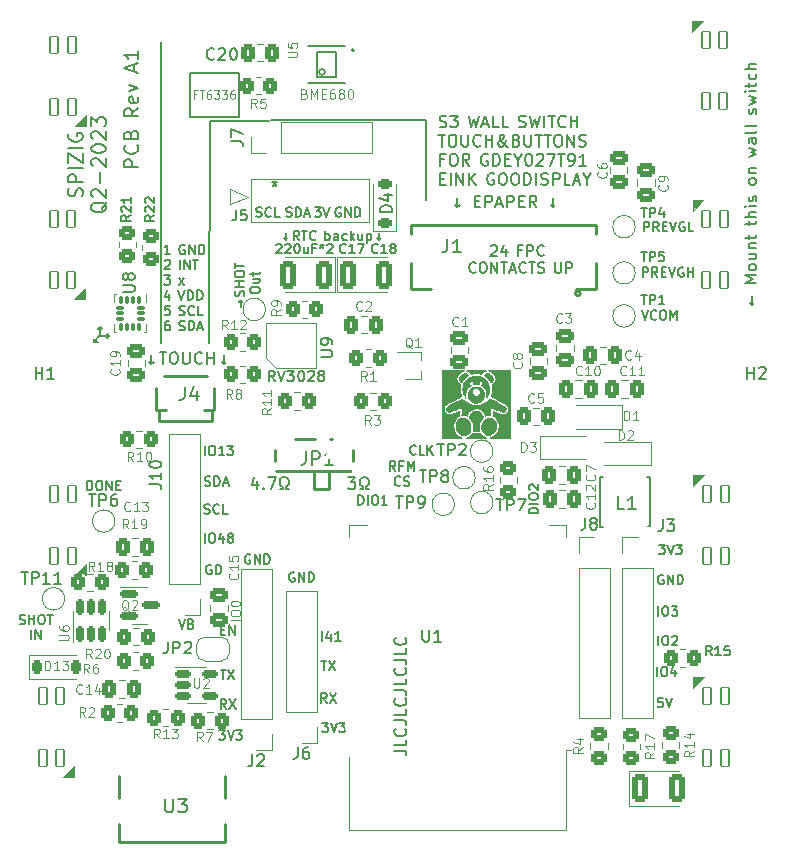
<source format=gto>
G04 #@! TF.GenerationSoftware,KiCad,Pcbnew,(7.0.0)*
G04 #@! TF.CreationDate,2023-03-08T22:05:44+01:00*
G04 #@! TF.ProjectId,S3-27-epaper-touch,53332d32-372d-4657-9061-7065722d746f,rev?*
G04 #@! TF.SameCoordinates,Original*
G04 #@! TF.FileFunction,Legend,Top*
G04 #@! TF.FilePolarity,Positive*
%FSLAX46Y46*%
G04 Gerber Fmt 4.6, Leading zero omitted, Abs format (unit mm)*
G04 Created by KiCad (PCBNEW (7.0.0)) date 2023-03-08 22:05:44*
%MOMM*%
%LPD*%
G01*
G04 APERTURE LIST*
G04 Aperture macros list*
%AMRoundRect*
0 Rectangle with rounded corners*
0 $1 Rounding radius*
0 $2 $3 $4 $5 $6 $7 $8 $9 X,Y pos of 4 corners*
0 Add a 4 corners polygon primitive as box body*
4,1,4,$2,$3,$4,$5,$6,$7,$8,$9,$2,$3,0*
0 Add four circle primitives for the rounded corners*
1,1,$1+$1,$2,$3*
1,1,$1+$1,$4,$5*
1,1,$1+$1,$6,$7*
1,1,$1+$1,$8,$9*
0 Add four rect primitives between the rounded corners*
20,1,$1+$1,$2,$3,$4,$5,0*
20,1,$1+$1,$4,$5,$6,$7,0*
20,1,$1+$1,$6,$7,$8,$9,0*
20,1,$1+$1,$8,$9,$2,$3,0*%
%AMFreePoly0*
4,1,19,0.500000,-0.750000,0.000000,-0.750000,0.000000,-0.744911,-0.071157,-0.744911,-0.207708,-0.704816,-0.327430,-0.627875,-0.420627,-0.520320,-0.479746,-0.390866,-0.500000,-0.250000,-0.500000,0.250000,-0.479746,0.390866,-0.420627,0.520320,-0.327430,0.627875,-0.207708,0.704816,-0.071157,0.744911,0.000000,0.744911,0.000000,0.750000,0.500000,0.750000,0.500000,-0.750000,0.500000,-0.750000,
$1*%
%AMFreePoly1*
4,1,19,0.000000,0.744911,0.071157,0.744911,0.207708,0.704816,0.327430,0.627875,0.420627,0.520320,0.479746,0.390866,0.500000,0.250000,0.500000,-0.250000,0.479746,-0.390866,0.420627,-0.520320,0.327430,-0.627875,0.207708,-0.704816,0.071157,-0.744911,0.000000,-0.744911,0.000000,-0.750000,-0.500000,-0.750000,-0.500000,0.750000,0.000000,0.750000,0.000000,0.744911,0.000000,0.744911,
$1*%
G04 Aperture macros list end*
%ADD10C,0.150000*%
%ADD11C,0.140000*%
%ADD12C,0.120000*%
%ADD13C,0.130000*%
%ADD14C,0.160000*%
%ADD15C,0.152000*%
%ADD16C,0.254000*%
%ADD17C,0.010000*%
%ADD18C,0.200000*%
%ADD19C,0.100000*%
%ADD20C,1.500000*%
%ADD21C,0.750000*%
%ADD22O,1.200000X2.000000*%
%ADD23O,1.200000X1.800000*%
%ADD24R,0.300000X1.300000*%
%ADD25RoundRect,0.250000X-0.350000X-0.450000X0.350000X-0.450000X0.350000X0.450000X-0.350000X0.450000X0*%
%ADD26RoundRect,0.250000X-0.450000X0.350000X-0.450000X-0.350000X0.450000X-0.350000X0.450000X0.350000X0*%
%ADD27RoundRect,0.225000X0.375000X-0.225000X0.375000X0.225000X-0.375000X0.225000X-0.375000X-0.225000X0*%
%ADD28RoundRect,0.250000X0.350000X0.450000X-0.350000X0.450000X-0.350000X-0.450000X0.350000X-0.450000X0*%
%ADD29RoundRect,0.250000X-0.337500X-0.475000X0.337500X-0.475000X0.337500X0.475000X-0.337500X0.475000X0*%
%ADD30R,1.700000X1.700000*%
%ADD31O,1.700000X1.700000*%
%ADD32RoundRect,0.250000X0.475000X-0.337500X0.475000X0.337500X-0.475000X0.337500X-0.475000X-0.337500X0*%
%ADD33R,0.500000X1.200000*%
%ADD34RoundRect,0.250000X0.337500X0.475000X-0.337500X0.475000X-0.337500X-0.475000X0.337500X-0.475000X0*%
%ADD35RoundRect,0.250000X0.450000X-0.350000X0.450000X0.350000X-0.450000X0.350000X-0.450000X-0.350000X0*%
%ADD36RoundRect,0.250000X0.412500X0.925000X-0.412500X0.925000X-0.412500X-0.925000X0.412500X-0.925000X0*%
%ADD37RoundRect,0.250000X-0.475000X0.337500X-0.475000X-0.337500X0.475000X-0.337500X0.475000X0.337500X0*%
%ADD38C,3.200000*%
%ADD39C,0.850000*%
%ADD40R,0.900000X2.000000*%
%ADD41R,1.100000X0.930000*%
%ADD42RoundRect,0.150000X-0.587500X-0.150000X0.587500X-0.150000X0.587500X0.150000X-0.587500X0.150000X0*%
%ADD43R,0.300000X1.500000*%
%ADD44R,1.800000X2.000000*%
%ADD45FreePoly0,0.000000*%
%ADD46FreePoly1,0.000000*%
%ADD47R,0.900000X1.200000*%
%ADD48RoundRect,0.150000X-0.512500X-0.150000X0.512500X-0.150000X0.512500X0.150000X-0.512500X0.150000X0*%
%ADD49RoundRect,0.250000X-0.412500X-0.925000X0.412500X-0.925000X0.412500X0.925000X-0.412500X0.925000X0*%
%ADD50RoundRect,0.150000X0.150000X-0.512500X0.150000X0.512500X-0.150000X0.512500X-0.150000X-0.512500X0*%
%ADD51R,0.300000X1.000000*%
%ADD52R,0.600000X1.000000*%
%ADD53RoundRect,0.225000X-0.225000X-0.375000X0.225000X-0.375000X0.225000X0.375000X-0.225000X0.375000X0*%
%ADD54R,1.500000X0.900000*%
%ADD55R,0.900000X1.500000*%
%ADD56C,0.600000*%
%ADD57R,3.900000X3.900000*%
%ADD58RoundRect,0.087500X-0.087500X0.225000X-0.087500X-0.225000X0.087500X-0.225000X0.087500X0.225000X0*%
%ADD59RoundRect,0.087500X-0.225000X0.087500X-0.225000X-0.087500X0.225000X-0.087500X0.225000X0.087500X0*%
%ADD60R,1.150000X1.150000*%
%ADD61C,1.150000*%
%ADD62R,0.700000X0.450000*%
%ADD63R,3.500000X1.600000*%
%ADD64O,0.900000X0.448000*%
%ADD65RoundRect,0.082000X0.328000X0.718000X-0.328000X0.718000X-0.328000X-0.718000X0.328000X-0.718000X0*%
%ADD66RoundRect,0.082000X-0.328000X-0.718000X0.328000X-0.718000X0.328000X0.718000X-0.328000X0.718000X0*%
G04 APERTURE END LIST*
D10*
X139800000Y-72500000D02*
X139795200Y-65735200D01*
X139795200Y-65700000D02*
X126695200Y-65700000D01*
X121492000Y-65760600D02*
X126492000Y-65760600D01*
X121450000Y-84600000D02*
X121492000Y-65760600D01*
X119775000Y-61750000D02*
X123925000Y-61750000D01*
X123925000Y-61750000D02*
X123925000Y-65450000D01*
X123925000Y-65450000D02*
X119775000Y-65450000D01*
X119775000Y-65450000D02*
X119775000Y-61750000D01*
X117360000Y-84600000D02*
X117360000Y-59100000D01*
D11*
X158245000Y-75133904D02*
X158245000Y-74333904D01*
X158245000Y-74333904D02*
X158549762Y-74333904D01*
X158549762Y-74333904D02*
X158625952Y-74372000D01*
X158625952Y-74372000D02*
X158664047Y-74410095D01*
X158664047Y-74410095D02*
X158702143Y-74486285D01*
X158702143Y-74486285D02*
X158702143Y-74600571D01*
X158702143Y-74600571D02*
X158664047Y-74676761D01*
X158664047Y-74676761D02*
X158625952Y-74714857D01*
X158625952Y-74714857D02*
X158549762Y-74752952D01*
X158549762Y-74752952D02*
X158245000Y-74752952D01*
X159502143Y-75133904D02*
X159235476Y-74752952D01*
X159045000Y-75133904D02*
X159045000Y-74333904D01*
X159045000Y-74333904D02*
X159349762Y-74333904D01*
X159349762Y-74333904D02*
X159425952Y-74372000D01*
X159425952Y-74372000D02*
X159464047Y-74410095D01*
X159464047Y-74410095D02*
X159502143Y-74486285D01*
X159502143Y-74486285D02*
X159502143Y-74600571D01*
X159502143Y-74600571D02*
X159464047Y-74676761D01*
X159464047Y-74676761D02*
X159425952Y-74714857D01*
X159425952Y-74714857D02*
X159349762Y-74752952D01*
X159349762Y-74752952D02*
X159045000Y-74752952D01*
X159845000Y-74714857D02*
X160111666Y-74714857D01*
X160225952Y-75133904D02*
X159845000Y-75133904D01*
X159845000Y-75133904D02*
X159845000Y-74333904D01*
X159845000Y-74333904D02*
X160225952Y-74333904D01*
X160454524Y-74333904D02*
X160721191Y-75133904D01*
X160721191Y-75133904D02*
X160987857Y-74333904D01*
X161673571Y-74372000D02*
X161597381Y-74333904D01*
X161597381Y-74333904D02*
X161483095Y-74333904D01*
X161483095Y-74333904D02*
X161368809Y-74372000D01*
X161368809Y-74372000D02*
X161292619Y-74448190D01*
X161292619Y-74448190D02*
X161254524Y-74524380D01*
X161254524Y-74524380D02*
X161216428Y-74676761D01*
X161216428Y-74676761D02*
X161216428Y-74791047D01*
X161216428Y-74791047D02*
X161254524Y-74943428D01*
X161254524Y-74943428D02*
X161292619Y-75019619D01*
X161292619Y-75019619D02*
X161368809Y-75095809D01*
X161368809Y-75095809D02*
X161483095Y-75133904D01*
X161483095Y-75133904D02*
X161559286Y-75133904D01*
X161559286Y-75133904D02*
X161673571Y-75095809D01*
X161673571Y-75095809D02*
X161711667Y-75057714D01*
X161711667Y-75057714D02*
X161711667Y-74791047D01*
X161711667Y-74791047D02*
X161559286Y-74791047D01*
X162435476Y-75133904D02*
X162054524Y-75133904D01*
X162054524Y-75133904D02*
X162054524Y-74333904D01*
D10*
X122409524Y-108874857D02*
X122676190Y-108874857D01*
X122790476Y-109293904D02*
X122409524Y-109293904D01*
X122409524Y-109293904D02*
X122409524Y-108493904D01*
X122409524Y-108493904D02*
X122790476Y-108493904D01*
X123133334Y-109293904D02*
X123133334Y-108493904D01*
X123133334Y-108493904D02*
X123590477Y-109293904D01*
X123590477Y-109293904D02*
X123590477Y-108493904D01*
X105378571Y-108357809D02*
X105492857Y-108395904D01*
X105492857Y-108395904D02*
X105683333Y-108395904D01*
X105683333Y-108395904D02*
X105759524Y-108357809D01*
X105759524Y-108357809D02*
X105797619Y-108319714D01*
X105797619Y-108319714D02*
X105835714Y-108243523D01*
X105835714Y-108243523D02*
X105835714Y-108167333D01*
X105835714Y-108167333D02*
X105797619Y-108091142D01*
X105797619Y-108091142D02*
X105759524Y-108053047D01*
X105759524Y-108053047D02*
X105683333Y-108014952D01*
X105683333Y-108014952D02*
X105530952Y-107976857D01*
X105530952Y-107976857D02*
X105454762Y-107938761D01*
X105454762Y-107938761D02*
X105416667Y-107900666D01*
X105416667Y-107900666D02*
X105378571Y-107824476D01*
X105378571Y-107824476D02*
X105378571Y-107748285D01*
X105378571Y-107748285D02*
X105416667Y-107672095D01*
X105416667Y-107672095D02*
X105454762Y-107634000D01*
X105454762Y-107634000D02*
X105530952Y-107595904D01*
X105530952Y-107595904D02*
X105721429Y-107595904D01*
X105721429Y-107595904D02*
X105835714Y-107634000D01*
X106178572Y-108395904D02*
X106178572Y-107595904D01*
X106178572Y-107976857D02*
X106635715Y-107976857D01*
X106635715Y-108395904D02*
X106635715Y-107595904D01*
X107169048Y-107595904D02*
X107321429Y-107595904D01*
X107321429Y-107595904D02*
X107397619Y-107634000D01*
X107397619Y-107634000D02*
X107473810Y-107710190D01*
X107473810Y-107710190D02*
X107511905Y-107862571D01*
X107511905Y-107862571D02*
X107511905Y-108129238D01*
X107511905Y-108129238D02*
X107473810Y-108281619D01*
X107473810Y-108281619D02*
X107397619Y-108357809D01*
X107397619Y-108357809D02*
X107321429Y-108395904D01*
X107321429Y-108395904D02*
X107169048Y-108395904D01*
X107169048Y-108395904D02*
X107092857Y-108357809D01*
X107092857Y-108357809D02*
X107016667Y-108281619D01*
X107016667Y-108281619D02*
X106978571Y-108129238D01*
X106978571Y-108129238D02*
X106978571Y-107862571D01*
X106978571Y-107862571D02*
X107016667Y-107710190D01*
X107016667Y-107710190D02*
X107092857Y-107634000D01*
X107092857Y-107634000D02*
X107169048Y-107595904D01*
X107740476Y-107595904D02*
X108197619Y-107595904D01*
X107969047Y-108395904D02*
X107969047Y-107595904D01*
X106330953Y-109691904D02*
X106330953Y-108891904D01*
X106711905Y-109691904D02*
X106711905Y-108891904D01*
X106711905Y-108891904D02*
X107169048Y-109691904D01*
X107169048Y-109691904D02*
X107169048Y-108891904D01*
X116528571Y-85605476D02*
X116528571Y-86367380D01*
X116719047Y-86176904D02*
X116528571Y-86367380D01*
X116528571Y-86367380D02*
X116338095Y-86176904D01*
X117242857Y-85367380D02*
X117814285Y-85367380D01*
X117528571Y-86367380D02*
X117528571Y-85367380D01*
X118338095Y-85367380D02*
X118528571Y-85367380D01*
X118528571Y-85367380D02*
X118623809Y-85415000D01*
X118623809Y-85415000D02*
X118719047Y-85510238D01*
X118719047Y-85510238D02*
X118766666Y-85700714D01*
X118766666Y-85700714D02*
X118766666Y-86034047D01*
X118766666Y-86034047D02*
X118719047Y-86224523D01*
X118719047Y-86224523D02*
X118623809Y-86319761D01*
X118623809Y-86319761D02*
X118528571Y-86367380D01*
X118528571Y-86367380D02*
X118338095Y-86367380D01*
X118338095Y-86367380D02*
X118242857Y-86319761D01*
X118242857Y-86319761D02*
X118147619Y-86224523D01*
X118147619Y-86224523D02*
X118100000Y-86034047D01*
X118100000Y-86034047D02*
X118100000Y-85700714D01*
X118100000Y-85700714D02*
X118147619Y-85510238D01*
X118147619Y-85510238D02*
X118242857Y-85415000D01*
X118242857Y-85415000D02*
X118338095Y-85367380D01*
X119195238Y-85367380D02*
X119195238Y-86176904D01*
X119195238Y-86176904D02*
X119242857Y-86272142D01*
X119242857Y-86272142D02*
X119290476Y-86319761D01*
X119290476Y-86319761D02*
X119385714Y-86367380D01*
X119385714Y-86367380D02*
X119576190Y-86367380D01*
X119576190Y-86367380D02*
X119671428Y-86319761D01*
X119671428Y-86319761D02*
X119719047Y-86272142D01*
X119719047Y-86272142D02*
X119766666Y-86176904D01*
X119766666Y-86176904D02*
X119766666Y-85367380D01*
X120814285Y-86272142D02*
X120766666Y-86319761D01*
X120766666Y-86319761D02*
X120623809Y-86367380D01*
X120623809Y-86367380D02*
X120528571Y-86367380D01*
X120528571Y-86367380D02*
X120385714Y-86319761D01*
X120385714Y-86319761D02*
X120290476Y-86224523D01*
X120290476Y-86224523D02*
X120242857Y-86129285D01*
X120242857Y-86129285D02*
X120195238Y-85938809D01*
X120195238Y-85938809D02*
X120195238Y-85795952D01*
X120195238Y-85795952D02*
X120242857Y-85605476D01*
X120242857Y-85605476D02*
X120290476Y-85510238D01*
X120290476Y-85510238D02*
X120385714Y-85415000D01*
X120385714Y-85415000D02*
X120528571Y-85367380D01*
X120528571Y-85367380D02*
X120623809Y-85367380D01*
X120623809Y-85367380D02*
X120766666Y-85415000D01*
X120766666Y-85415000D02*
X120814285Y-85462619D01*
X121242857Y-86367380D02*
X121242857Y-85367380D01*
X121242857Y-85843571D02*
X121814285Y-85843571D01*
X121814285Y-86367380D02*
X121814285Y-85367380D01*
X122671428Y-85605476D02*
X122671428Y-86367380D01*
X122861904Y-86176904D02*
X122671428Y-86367380D01*
X122671428Y-86367380D02*
X122480952Y-86176904D01*
X125504762Y-96300714D02*
X125504762Y-96967380D01*
X125266667Y-95919761D02*
X125028572Y-96634047D01*
X125028572Y-96634047D02*
X125647619Y-96634047D01*
X126028572Y-96872142D02*
X126076191Y-96919761D01*
X126076191Y-96919761D02*
X126028572Y-96967380D01*
X126028572Y-96967380D02*
X125980953Y-96919761D01*
X125980953Y-96919761D02*
X126028572Y-96872142D01*
X126028572Y-96872142D02*
X126028572Y-96967380D01*
X126409524Y-95967380D02*
X127076190Y-95967380D01*
X127076190Y-95967380D02*
X126647619Y-96967380D01*
X127409524Y-96967380D02*
X127647619Y-96967380D01*
X127647619Y-96967380D02*
X127647619Y-96776904D01*
X127647619Y-96776904D02*
X127552381Y-96729285D01*
X127552381Y-96729285D02*
X127457143Y-96634047D01*
X127457143Y-96634047D02*
X127409524Y-96491190D01*
X127409524Y-96491190D02*
X127409524Y-96253095D01*
X127409524Y-96253095D02*
X127457143Y-96110238D01*
X127457143Y-96110238D02*
X127552381Y-96015000D01*
X127552381Y-96015000D02*
X127695238Y-95967380D01*
X127695238Y-95967380D02*
X127885714Y-95967380D01*
X127885714Y-95967380D02*
X128028571Y-96015000D01*
X128028571Y-96015000D02*
X128123809Y-96110238D01*
X128123809Y-96110238D02*
X128171428Y-96253095D01*
X128171428Y-96253095D02*
X128171428Y-96491190D01*
X128171428Y-96491190D02*
X128123809Y-96634047D01*
X128123809Y-96634047D02*
X128028571Y-96729285D01*
X128028571Y-96729285D02*
X127933333Y-96776904D01*
X127933333Y-96776904D02*
X127933333Y-96967380D01*
X127933333Y-96967380D02*
X128171428Y-96967380D01*
X121069048Y-94093904D02*
X121069048Y-93293904D01*
X121602381Y-93293904D02*
X121754762Y-93293904D01*
X121754762Y-93293904D02*
X121830952Y-93332000D01*
X121830952Y-93332000D02*
X121907143Y-93408190D01*
X121907143Y-93408190D02*
X121945238Y-93560571D01*
X121945238Y-93560571D02*
X121945238Y-93827238D01*
X121945238Y-93827238D02*
X121907143Y-93979619D01*
X121907143Y-93979619D02*
X121830952Y-94055809D01*
X121830952Y-94055809D02*
X121754762Y-94093904D01*
X121754762Y-94093904D02*
X121602381Y-94093904D01*
X121602381Y-94093904D02*
X121526190Y-94055809D01*
X121526190Y-94055809D02*
X121450000Y-93979619D01*
X121450000Y-93979619D02*
X121411904Y-93827238D01*
X121411904Y-93827238D02*
X121411904Y-93560571D01*
X121411904Y-93560571D02*
X121450000Y-93408190D01*
X121450000Y-93408190D02*
X121526190Y-93332000D01*
X121526190Y-93332000D02*
X121602381Y-93293904D01*
X122707142Y-94093904D02*
X122249999Y-94093904D01*
X122478571Y-94093904D02*
X122478571Y-93293904D01*
X122478571Y-93293904D02*
X122402380Y-93408190D01*
X122402380Y-93408190D02*
X122326190Y-93484380D01*
X122326190Y-93484380D02*
X122249999Y-93522476D01*
X122973809Y-93293904D02*
X123469047Y-93293904D01*
X123469047Y-93293904D02*
X123202381Y-93598666D01*
X123202381Y-93598666D02*
X123316666Y-93598666D01*
X123316666Y-93598666D02*
X123392857Y-93636761D01*
X123392857Y-93636761D02*
X123430952Y-93674857D01*
X123430952Y-93674857D02*
X123469047Y-93751047D01*
X123469047Y-93751047D02*
X123469047Y-93941523D01*
X123469047Y-93941523D02*
X123430952Y-94017714D01*
X123430952Y-94017714D02*
X123392857Y-94055809D01*
X123392857Y-94055809D02*
X123316666Y-94093904D01*
X123316666Y-94093904D02*
X123088095Y-94093904D01*
X123088095Y-94093904D02*
X123011904Y-94055809D01*
X123011904Y-94055809D02*
X122973809Y-94017714D01*
D11*
X159509523Y-101668904D02*
X160004761Y-101668904D01*
X160004761Y-101668904D02*
X159738095Y-101973666D01*
X159738095Y-101973666D02*
X159852380Y-101973666D01*
X159852380Y-101973666D02*
X159928571Y-102011761D01*
X159928571Y-102011761D02*
X159966666Y-102049857D01*
X159966666Y-102049857D02*
X160004761Y-102126047D01*
X160004761Y-102126047D02*
X160004761Y-102316523D01*
X160004761Y-102316523D02*
X159966666Y-102392714D01*
X159966666Y-102392714D02*
X159928571Y-102430809D01*
X159928571Y-102430809D02*
X159852380Y-102468904D01*
X159852380Y-102468904D02*
X159623809Y-102468904D01*
X159623809Y-102468904D02*
X159547618Y-102430809D01*
X159547618Y-102430809D02*
X159509523Y-102392714D01*
X160233333Y-101668904D02*
X160500000Y-102468904D01*
X160500000Y-102468904D02*
X160766666Y-101668904D01*
X160957142Y-101668904D02*
X161452380Y-101668904D01*
X161452380Y-101668904D02*
X161185714Y-101973666D01*
X161185714Y-101973666D02*
X161299999Y-101973666D01*
X161299999Y-101973666D02*
X161376190Y-102011761D01*
X161376190Y-102011761D02*
X161414285Y-102049857D01*
X161414285Y-102049857D02*
X161452380Y-102126047D01*
X161452380Y-102126047D02*
X161452380Y-102316523D01*
X161452380Y-102316523D02*
X161414285Y-102392714D01*
X161414285Y-102392714D02*
X161376190Y-102430809D01*
X161376190Y-102430809D02*
X161299999Y-102468904D01*
X161299999Y-102468904D02*
X161071428Y-102468904D01*
X161071428Y-102468904D02*
X160995237Y-102430809D01*
X160995237Y-102430809D02*
X160957142Y-102392714D01*
D10*
X140931876Y-66291961D02*
X141074733Y-66339580D01*
X141074733Y-66339580D02*
X141312828Y-66339580D01*
X141312828Y-66339580D02*
X141408066Y-66291961D01*
X141408066Y-66291961D02*
X141455685Y-66244342D01*
X141455685Y-66244342D02*
X141503304Y-66149104D01*
X141503304Y-66149104D02*
X141503304Y-66053866D01*
X141503304Y-66053866D02*
X141455685Y-65958628D01*
X141455685Y-65958628D02*
X141408066Y-65911009D01*
X141408066Y-65911009D02*
X141312828Y-65863390D01*
X141312828Y-65863390D02*
X141122352Y-65815771D01*
X141122352Y-65815771D02*
X141027114Y-65768152D01*
X141027114Y-65768152D02*
X140979495Y-65720533D01*
X140979495Y-65720533D02*
X140931876Y-65625295D01*
X140931876Y-65625295D02*
X140931876Y-65530057D01*
X140931876Y-65530057D02*
X140979495Y-65434819D01*
X140979495Y-65434819D02*
X141027114Y-65387200D01*
X141027114Y-65387200D02*
X141122352Y-65339580D01*
X141122352Y-65339580D02*
X141360447Y-65339580D01*
X141360447Y-65339580D02*
X141503304Y-65387200D01*
X141836638Y-65339580D02*
X142455685Y-65339580D01*
X142455685Y-65339580D02*
X142122352Y-65720533D01*
X142122352Y-65720533D02*
X142265209Y-65720533D01*
X142265209Y-65720533D02*
X142360447Y-65768152D01*
X142360447Y-65768152D02*
X142408066Y-65815771D01*
X142408066Y-65815771D02*
X142455685Y-65911009D01*
X142455685Y-65911009D02*
X142455685Y-66149104D01*
X142455685Y-66149104D02*
X142408066Y-66244342D01*
X142408066Y-66244342D02*
X142360447Y-66291961D01*
X142360447Y-66291961D02*
X142265209Y-66339580D01*
X142265209Y-66339580D02*
X141979495Y-66339580D01*
X141979495Y-66339580D02*
X141884257Y-66291961D01*
X141884257Y-66291961D02*
X141836638Y-66244342D01*
X143389019Y-65339580D02*
X143627114Y-66339580D01*
X143627114Y-66339580D02*
X143817590Y-65625295D01*
X143817590Y-65625295D02*
X144008066Y-66339580D01*
X144008066Y-66339580D02*
X144246162Y-65339580D01*
X144579495Y-66053866D02*
X145055685Y-66053866D01*
X144484257Y-66339580D02*
X144817590Y-65339580D01*
X144817590Y-65339580D02*
X145150923Y-66339580D01*
X145960447Y-66339580D02*
X145484257Y-66339580D01*
X145484257Y-66339580D02*
X145484257Y-65339580D01*
X146769971Y-66339580D02*
X146293781Y-66339580D01*
X146293781Y-66339580D02*
X146293781Y-65339580D01*
X147655686Y-66291961D02*
X147798543Y-66339580D01*
X147798543Y-66339580D02*
X148036638Y-66339580D01*
X148036638Y-66339580D02*
X148131876Y-66291961D01*
X148131876Y-66291961D02*
X148179495Y-66244342D01*
X148179495Y-66244342D02*
X148227114Y-66149104D01*
X148227114Y-66149104D02*
X148227114Y-66053866D01*
X148227114Y-66053866D02*
X148179495Y-65958628D01*
X148179495Y-65958628D02*
X148131876Y-65911009D01*
X148131876Y-65911009D02*
X148036638Y-65863390D01*
X148036638Y-65863390D02*
X147846162Y-65815771D01*
X147846162Y-65815771D02*
X147750924Y-65768152D01*
X147750924Y-65768152D02*
X147703305Y-65720533D01*
X147703305Y-65720533D02*
X147655686Y-65625295D01*
X147655686Y-65625295D02*
X147655686Y-65530057D01*
X147655686Y-65530057D02*
X147703305Y-65434819D01*
X147703305Y-65434819D02*
X147750924Y-65387200D01*
X147750924Y-65387200D02*
X147846162Y-65339580D01*
X147846162Y-65339580D02*
X148084257Y-65339580D01*
X148084257Y-65339580D02*
X148227114Y-65387200D01*
X148560448Y-65339580D02*
X148798543Y-66339580D01*
X148798543Y-66339580D02*
X148989019Y-65625295D01*
X148989019Y-65625295D02*
X149179495Y-66339580D01*
X149179495Y-66339580D02*
X149417591Y-65339580D01*
X149798543Y-66339580D02*
X149798543Y-65339580D01*
X150131876Y-65339580D02*
X150703304Y-65339580D01*
X150417590Y-66339580D02*
X150417590Y-65339580D01*
X151608066Y-66244342D02*
X151560447Y-66291961D01*
X151560447Y-66291961D02*
X151417590Y-66339580D01*
X151417590Y-66339580D02*
X151322352Y-66339580D01*
X151322352Y-66339580D02*
X151179495Y-66291961D01*
X151179495Y-66291961D02*
X151084257Y-66196723D01*
X151084257Y-66196723D02*
X151036638Y-66101485D01*
X151036638Y-66101485D02*
X150989019Y-65911009D01*
X150989019Y-65911009D02*
X150989019Y-65768152D01*
X150989019Y-65768152D02*
X151036638Y-65577676D01*
X151036638Y-65577676D02*
X151084257Y-65482438D01*
X151084257Y-65482438D02*
X151179495Y-65387200D01*
X151179495Y-65387200D02*
X151322352Y-65339580D01*
X151322352Y-65339580D02*
X151417590Y-65339580D01*
X151417590Y-65339580D02*
X151560447Y-65387200D01*
X151560447Y-65387200D02*
X151608066Y-65434819D01*
X152036638Y-66339580D02*
X152036638Y-65339580D01*
X152036638Y-65815771D02*
X152608066Y-65815771D01*
X152608066Y-66339580D02*
X152608066Y-65339580D01*
X140836638Y-66959580D02*
X141408066Y-66959580D01*
X141122352Y-67959580D02*
X141122352Y-66959580D01*
X141931876Y-66959580D02*
X142122352Y-66959580D01*
X142122352Y-66959580D02*
X142217590Y-67007200D01*
X142217590Y-67007200D02*
X142312828Y-67102438D01*
X142312828Y-67102438D02*
X142360447Y-67292914D01*
X142360447Y-67292914D02*
X142360447Y-67626247D01*
X142360447Y-67626247D02*
X142312828Y-67816723D01*
X142312828Y-67816723D02*
X142217590Y-67911961D01*
X142217590Y-67911961D02*
X142122352Y-67959580D01*
X142122352Y-67959580D02*
X141931876Y-67959580D01*
X141931876Y-67959580D02*
X141836638Y-67911961D01*
X141836638Y-67911961D02*
X141741400Y-67816723D01*
X141741400Y-67816723D02*
X141693781Y-67626247D01*
X141693781Y-67626247D02*
X141693781Y-67292914D01*
X141693781Y-67292914D02*
X141741400Y-67102438D01*
X141741400Y-67102438D02*
X141836638Y-67007200D01*
X141836638Y-67007200D02*
X141931876Y-66959580D01*
X142789019Y-66959580D02*
X142789019Y-67769104D01*
X142789019Y-67769104D02*
X142836638Y-67864342D01*
X142836638Y-67864342D02*
X142884257Y-67911961D01*
X142884257Y-67911961D02*
X142979495Y-67959580D01*
X142979495Y-67959580D02*
X143169971Y-67959580D01*
X143169971Y-67959580D02*
X143265209Y-67911961D01*
X143265209Y-67911961D02*
X143312828Y-67864342D01*
X143312828Y-67864342D02*
X143360447Y-67769104D01*
X143360447Y-67769104D02*
X143360447Y-66959580D01*
X144408066Y-67864342D02*
X144360447Y-67911961D01*
X144360447Y-67911961D02*
X144217590Y-67959580D01*
X144217590Y-67959580D02*
X144122352Y-67959580D01*
X144122352Y-67959580D02*
X143979495Y-67911961D01*
X143979495Y-67911961D02*
X143884257Y-67816723D01*
X143884257Y-67816723D02*
X143836638Y-67721485D01*
X143836638Y-67721485D02*
X143789019Y-67531009D01*
X143789019Y-67531009D02*
X143789019Y-67388152D01*
X143789019Y-67388152D02*
X143836638Y-67197676D01*
X143836638Y-67197676D02*
X143884257Y-67102438D01*
X143884257Y-67102438D02*
X143979495Y-67007200D01*
X143979495Y-67007200D02*
X144122352Y-66959580D01*
X144122352Y-66959580D02*
X144217590Y-66959580D01*
X144217590Y-66959580D02*
X144360447Y-67007200D01*
X144360447Y-67007200D02*
X144408066Y-67054819D01*
X144836638Y-67959580D02*
X144836638Y-66959580D01*
X144836638Y-67435771D02*
X145408066Y-67435771D01*
X145408066Y-67959580D02*
X145408066Y-66959580D01*
X146693781Y-67959580D02*
X146646162Y-67959580D01*
X146646162Y-67959580D02*
X146550923Y-67911961D01*
X146550923Y-67911961D02*
X146408066Y-67769104D01*
X146408066Y-67769104D02*
X146169971Y-67483390D01*
X146169971Y-67483390D02*
X146074733Y-67340533D01*
X146074733Y-67340533D02*
X146027114Y-67197676D01*
X146027114Y-67197676D02*
X146027114Y-67102438D01*
X146027114Y-67102438D02*
X146074733Y-67007200D01*
X146074733Y-67007200D02*
X146169971Y-66959580D01*
X146169971Y-66959580D02*
X146217590Y-66959580D01*
X146217590Y-66959580D02*
X146312828Y-67007200D01*
X146312828Y-67007200D02*
X146360447Y-67102438D01*
X146360447Y-67102438D02*
X146360447Y-67150057D01*
X146360447Y-67150057D02*
X146312828Y-67245295D01*
X146312828Y-67245295D02*
X146265209Y-67292914D01*
X146265209Y-67292914D02*
X145979495Y-67483390D01*
X145979495Y-67483390D02*
X145931876Y-67531009D01*
X145931876Y-67531009D02*
X145884257Y-67626247D01*
X145884257Y-67626247D02*
X145884257Y-67769104D01*
X145884257Y-67769104D02*
X145931876Y-67864342D01*
X145931876Y-67864342D02*
X145979495Y-67911961D01*
X145979495Y-67911961D02*
X146074733Y-67959580D01*
X146074733Y-67959580D02*
X146217590Y-67959580D01*
X146217590Y-67959580D02*
X146312828Y-67911961D01*
X146312828Y-67911961D02*
X146360447Y-67864342D01*
X146360447Y-67864342D02*
X146503304Y-67673866D01*
X146503304Y-67673866D02*
X146550923Y-67531009D01*
X146550923Y-67531009D02*
X146550923Y-67435771D01*
X147455685Y-67435771D02*
X147598542Y-67483390D01*
X147598542Y-67483390D02*
X147646161Y-67531009D01*
X147646161Y-67531009D02*
X147693780Y-67626247D01*
X147693780Y-67626247D02*
X147693780Y-67769104D01*
X147693780Y-67769104D02*
X147646161Y-67864342D01*
X147646161Y-67864342D02*
X147598542Y-67911961D01*
X147598542Y-67911961D02*
X147503304Y-67959580D01*
X147503304Y-67959580D02*
X147122352Y-67959580D01*
X147122352Y-67959580D02*
X147122352Y-66959580D01*
X147122352Y-66959580D02*
X147455685Y-66959580D01*
X147455685Y-66959580D02*
X147550923Y-67007200D01*
X147550923Y-67007200D02*
X147598542Y-67054819D01*
X147598542Y-67054819D02*
X147646161Y-67150057D01*
X147646161Y-67150057D02*
X147646161Y-67245295D01*
X147646161Y-67245295D02*
X147598542Y-67340533D01*
X147598542Y-67340533D02*
X147550923Y-67388152D01*
X147550923Y-67388152D02*
X147455685Y-67435771D01*
X147455685Y-67435771D02*
X147122352Y-67435771D01*
X148122352Y-66959580D02*
X148122352Y-67769104D01*
X148122352Y-67769104D02*
X148169971Y-67864342D01*
X148169971Y-67864342D02*
X148217590Y-67911961D01*
X148217590Y-67911961D02*
X148312828Y-67959580D01*
X148312828Y-67959580D02*
X148503304Y-67959580D01*
X148503304Y-67959580D02*
X148598542Y-67911961D01*
X148598542Y-67911961D02*
X148646161Y-67864342D01*
X148646161Y-67864342D02*
X148693780Y-67769104D01*
X148693780Y-67769104D02*
X148693780Y-66959580D01*
X149027114Y-66959580D02*
X149598542Y-66959580D01*
X149312828Y-67959580D02*
X149312828Y-66959580D01*
X149789019Y-66959580D02*
X150360447Y-66959580D01*
X150074733Y-67959580D02*
X150074733Y-66959580D01*
X150884257Y-66959580D02*
X151074733Y-66959580D01*
X151074733Y-66959580D02*
X151169971Y-67007200D01*
X151169971Y-67007200D02*
X151265209Y-67102438D01*
X151265209Y-67102438D02*
X151312828Y-67292914D01*
X151312828Y-67292914D02*
X151312828Y-67626247D01*
X151312828Y-67626247D02*
X151265209Y-67816723D01*
X151265209Y-67816723D02*
X151169971Y-67911961D01*
X151169971Y-67911961D02*
X151074733Y-67959580D01*
X151074733Y-67959580D02*
X150884257Y-67959580D01*
X150884257Y-67959580D02*
X150789019Y-67911961D01*
X150789019Y-67911961D02*
X150693781Y-67816723D01*
X150693781Y-67816723D02*
X150646162Y-67626247D01*
X150646162Y-67626247D02*
X150646162Y-67292914D01*
X150646162Y-67292914D02*
X150693781Y-67102438D01*
X150693781Y-67102438D02*
X150789019Y-67007200D01*
X150789019Y-67007200D02*
X150884257Y-66959580D01*
X151741400Y-67959580D02*
X151741400Y-66959580D01*
X151741400Y-66959580D02*
X152312828Y-67959580D01*
X152312828Y-67959580D02*
X152312828Y-66959580D01*
X152741400Y-67911961D02*
X152884257Y-67959580D01*
X152884257Y-67959580D02*
X153122352Y-67959580D01*
X153122352Y-67959580D02*
X153217590Y-67911961D01*
X153217590Y-67911961D02*
X153265209Y-67864342D01*
X153265209Y-67864342D02*
X153312828Y-67769104D01*
X153312828Y-67769104D02*
X153312828Y-67673866D01*
X153312828Y-67673866D02*
X153265209Y-67578628D01*
X153265209Y-67578628D02*
X153217590Y-67531009D01*
X153217590Y-67531009D02*
X153122352Y-67483390D01*
X153122352Y-67483390D02*
X152931876Y-67435771D01*
X152931876Y-67435771D02*
X152836638Y-67388152D01*
X152836638Y-67388152D02*
X152789019Y-67340533D01*
X152789019Y-67340533D02*
X152741400Y-67245295D01*
X152741400Y-67245295D02*
X152741400Y-67150057D01*
X152741400Y-67150057D02*
X152789019Y-67054819D01*
X152789019Y-67054819D02*
X152836638Y-67007200D01*
X152836638Y-67007200D02*
X152931876Y-66959580D01*
X152931876Y-66959580D02*
X153169971Y-66959580D01*
X153169971Y-66959580D02*
X153312828Y-67007200D01*
X141312828Y-69055771D02*
X140979495Y-69055771D01*
X140979495Y-69579580D02*
X140979495Y-68579580D01*
X140979495Y-68579580D02*
X141455685Y-68579580D01*
X142027114Y-68579580D02*
X142217590Y-68579580D01*
X142217590Y-68579580D02*
X142312828Y-68627200D01*
X142312828Y-68627200D02*
X142408066Y-68722438D01*
X142408066Y-68722438D02*
X142455685Y-68912914D01*
X142455685Y-68912914D02*
X142455685Y-69246247D01*
X142455685Y-69246247D02*
X142408066Y-69436723D01*
X142408066Y-69436723D02*
X142312828Y-69531961D01*
X142312828Y-69531961D02*
X142217590Y-69579580D01*
X142217590Y-69579580D02*
X142027114Y-69579580D01*
X142027114Y-69579580D02*
X141931876Y-69531961D01*
X141931876Y-69531961D02*
X141836638Y-69436723D01*
X141836638Y-69436723D02*
X141789019Y-69246247D01*
X141789019Y-69246247D02*
X141789019Y-68912914D01*
X141789019Y-68912914D02*
X141836638Y-68722438D01*
X141836638Y-68722438D02*
X141931876Y-68627200D01*
X141931876Y-68627200D02*
X142027114Y-68579580D01*
X143455685Y-69579580D02*
X143122352Y-69103390D01*
X142884257Y-69579580D02*
X142884257Y-68579580D01*
X142884257Y-68579580D02*
X143265209Y-68579580D01*
X143265209Y-68579580D02*
X143360447Y-68627200D01*
X143360447Y-68627200D02*
X143408066Y-68674819D01*
X143408066Y-68674819D02*
X143455685Y-68770057D01*
X143455685Y-68770057D02*
X143455685Y-68912914D01*
X143455685Y-68912914D02*
X143408066Y-69008152D01*
X143408066Y-69008152D02*
X143360447Y-69055771D01*
X143360447Y-69055771D02*
X143265209Y-69103390D01*
X143265209Y-69103390D02*
X142884257Y-69103390D01*
X145008066Y-68627200D02*
X144912828Y-68579580D01*
X144912828Y-68579580D02*
X144769971Y-68579580D01*
X144769971Y-68579580D02*
X144627114Y-68627200D01*
X144627114Y-68627200D02*
X144531876Y-68722438D01*
X144531876Y-68722438D02*
X144484257Y-68817676D01*
X144484257Y-68817676D02*
X144436638Y-69008152D01*
X144436638Y-69008152D02*
X144436638Y-69151009D01*
X144436638Y-69151009D02*
X144484257Y-69341485D01*
X144484257Y-69341485D02*
X144531876Y-69436723D01*
X144531876Y-69436723D02*
X144627114Y-69531961D01*
X144627114Y-69531961D02*
X144769971Y-69579580D01*
X144769971Y-69579580D02*
X144865209Y-69579580D01*
X144865209Y-69579580D02*
X145008066Y-69531961D01*
X145008066Y-69531961D02*
X145055685Y-69484342D01*
X145055685Y-69484342D02*
X145055685Y-69151009D01*
X145055685Y-69151009D02*
X144865209Y-69151009D01*
X145484257Y-69579580D02*
X145484257Y-68579580D01*
X145484257Y-68579580D02*
X145722352Y-68579580D01*
X145722352Y-68579580D02*
X145865209Y-68627200D01*
X145865209Y-68627200D02*
X145960447Y-68722438D01*
X145960447Y-68722438D02*
X146008066Y-68817676D01*
X146008066Y-68817676D02*
X146055685Y-69008152D01*
X146055685Y-69008152D02*
X146055685Y-69151009D01*
X146055685Y-69151009D02*
X146008066Y-69341485D01*
X146008066Y-69341485D02*
X145960447Y-69436723D01*
X145960447Y-69436723D02*
X145865209Y-69531961D01*
X145865209Y-69531961D02*
X145722352Y-69579580D01*
X145722352Y-69579580D02*
X145484257Y-69579580D01*
X146484257Y-69055771D02*
X146817590Y-69055771D01*
X146960447Y-69579580D02*
X146484257Y-69579580D01*
X146484257Y-69579580D02*
X146484257Y-68579580D01*
X146484257Y-68579580D02*
X146960447Y-68579580D01*
X147579495Y-69103390D02*
X147579495Y-69579580D01*
X147246162Y-68579580D02*
X147579495Y-69103390D01*
X147579495Y-69103390D02*
X147912828Y-68579580D01*
X148436638Y-68579580D02*
X148531876Y-68579580D01*
X148531876Y-68579580D02*
X148627114Y-68627200D01*
X148627114Y-68627200D02*
X148674733Y-68674819D01*
X148674733Y-68674819D02*
X148722352Y-68770057D01*
X148722352Y-68770057D02*
X148769971Y-68960533D01*
X148769971Y-68960533D02*
X148769971Y-69198628D01*
X148769971Y-69198628D02*
X148722352Y-69389104D01*
X148722352Y-69389104D02*
X148674733Y-69484342D01*
X148674733Y-69484342D02*
X148627114Y-69531961D01*
X148627114Y-69531961D02*
X148531876Y-69579580D01*
X148531876Y-69579580D02*
X148436638Y-69579580D01*
X148436638Y-69579580D02*
X148341400Y-69531961D01*
X148341400Y-69531961D02*
X148293781Y-69484342D01*
X148293781Y-69484342D02*
X148246162Y-69389104D01*
X148246162Y-69389104D02*
X148198543Y-69198628D01*
X148198543Y-69198628D02*
X148198543Y-68960533D01*
X148198543Y-68960533D02*
X148246162Y-68770057D01*
X148246162Y-68770057D02*
X148293781Y-68674819D01*
X148293781Y-68674819D02*
X148341400Y-68627200D01*
X148341400Y-68627200D02*
X148436638Y-68579580D01*
X149150924Y-68674819D02*
X149198543Y-68627200D01*
X149198543Y-68627200D02*
X149293781Y-68579580D01*
X149293781Y-68579580D02*
X149531876Y-68579580D01*
X149531876Y-68579580D02*
X149627114Y-68627200D01*
X149627114Y-68627200D02*
X149674733Y-68674819D01*
X149674733Y-68674819D02*
X149722352Y-68770057D01*
X149722352Y-68770057D02*
X149722352Y-68865295D01*
X149722352Y-68865295D02*
X149674733Y-69008152D01*
X149674733Y-69008152D02*
X149103305Y-69579580D01*
X149103305Y-69579580D02*
X149722352Y-69579580D01*
X150055686Y-68579580D02*
X150722352Y-68579580D01*
X150722352Y-68579580D02*
X150293781Y-69579580D01*
X150960448Y-68579580D02*
X151531876Y-68579580D01*
X151246162Y-69579580D02*
X151246162Y-68579580D01*
X151912829Y-69579580D02*
X152103305Y-69579580D01*
X152103305Y-69579580D02*
X152198543Y-69531961D01*
X152198543Y-69531961D02*
X152246162Y-69484342D01*
X152246162Y-69484342D02*
X152341400Y-69341485D01*
X152341400Y-69341485D02*
X152389019Y-69151009D01*
X152389019Y-69151009D02*
X152389019Y-68770057D01*
X152389019Y-68770057D02*
X152341400Y-68674819D01*
X152341400Y-68674819D02*
X152293781Y-68627200D01*
X152293781Y-68627200D02*
X152198543Y-68579580D01*
X152198543Y-68579580D02*
X152008067Y-68579580D01*
X152008067Y-68579580D02*
X151912829Y-68627200D01*
X151912829Y-68627200D02*
X151865210Y-68674819D01*
X151865210Y-68674819D02*
X151817591Y-68770057D01*
X151817591Y-68770057D02*
X151817591Y-69008152D01*
X151817591Y-69008152D02*
X151865210Y-69103390D01*
X151865210Y-69103390D02*
X151912829Y-69151009D01*
X151912829Y-69151009D02*
X152008067Y-69198628D01*
X152008067Y-69198628D02*
X152198543Y-69198628D01*
X152198543Y-69198628D02*
X152293781Y-69151009D01*
X152293781Y-69151009D02*
X152341400Y-69103390D01*
X152341400Y-69103390D02*
X152389019Y-69008152D01*
X153341400Y-69579580D02*
X152769972Y-69579580D01*
X153055686Y-69579580D02*
X153055686Y-68579580D01*
X153055686Y-68579580D02*
X152960448Y-68722438D01*
X152960448Y-68722438D02*
X152865210Y-68817676D01*
X152865210Y-68817676D02*
X152769972Y-68865295D01*
X140979495Y-70675771D02*
X141312828Y-70675771D01*
X141455685Y-71199580D02*
X140979495Y-71199580D01*
X140979495Y-71199580D02*
X140979495Y-70199580D01*
X140979495Y-70199580D02*
X141455685Y-70199580D01*
X141884257Y-71199580D02*
X141884257Y-70199580D01*
X142360447Y-71199580D02*
X142360447Y-70199580D01*
X142360447Y-70199580D02*
X142931875Y-71199580D01*
X142931875Y-71199580D02*
X142931875Y-70199580D01*
X143408066Y-71199580D02*
X143408066Y-70199580D01*
X143979494Y-71199580D02*
X143550923Y-70628152D01*
X143979494Y-70199580D02*
X143408066Y-70771009D01*
X145531875Y-70247200D02*
X145436637Y-70199580D01*
X145436637Y-70199580D02*
X145293780Y-70199580D01*
X145293780Y-70199580D02*
X145150923Y-70247200D01*
X145150923Y-70247200D02*
X145055685Y-70342438D01*
X145055685Y-70342438D02*
X145008066Y-70437676D01*
X145008066Y-70437676D02*
X144960447Y-70628152D01*
X144960447Y-70628152D02*
X144960447Y-70771009D01*
X144960447Y-70771009D02*
X145008066Y-70961485D01*
X145008066Y-70961485D02*
X145055685Y-71056723D01*
X145055685Y-71056723D02*
X145150923Y-71151961D01*
X145150923Y-71151961D02*
X145293780Y-71199580D01*
X145293780Y-71199580D02*
X145389018Y-71199580D01*
X145389018Y-71199580D02*
X145531875Y-71151961D01*
X145531875Y-71151961D02*
X145579494Y-71104342D01*
X145579494Y-71104342D02*
X145579494Y-70771009D01*
X145579494Y-70771009D02*
X145389018Y-70771009D01*
X146198542Y-70199580D02*
X146389018Y-70199580D01*
X146389018Y-70199580D02*
X146484256Y-70247200D01*
X146484256Y-70247200D02*
X146579494Y-70342438D01*
X146579494Y-70342438D02*
X146627113Y-70532914D01*
X146627113Y-70532914D02*
X146627113Y-70866247D01*
X146627113Y-70866247D02*
X146579494Y-71056723D01*
X146579494Y-71056723D02*
X146484256Y-71151961D01*
X146484256Y-71151961D02*
X146389018Y-71199580D01*
X146389018Y-71199580D02*
X146198542Y-71199580D01*
X146198542Y-71199580D02*
X146103304Y-71151961D01*
X146103304Y-71151961D02*
X146008066Y-71056723D01*
X146008066Y-71056723D02*
X145960447Y-70866247D01*
X145960447Y-70866247D02*
X145960447Y-70532914D01*
X145960447Y-70532914D02*
X146008066Y-70342438D01*
X146008066Y-70342438D02*
X146103304Y-70247200D01*
X146103304Y-70247200D02*
X146198542Y-70199580D01*
X147246161Y-70199580D02*
X147436637Y-70199580D01*
X147436637Y-70199580D02*
X147531875Y-70247200D01*
X147531875Y-70247200D02*
X147627113Y-70342438D01*
X147627113Y-70342438D02*
X147674732Y-70532914D01*
X147674732Y-70532914D02*
X147674732Y-70866247D01*
X147674732Y-70866247D02*
X147627113Y-71056723D01*
X147627113Y-71056723D02*
X147531875Y-71151961D01*
X147531875Y-71151961D02*
X147436637Y-71199580D01*
X147436637Y-71199580D02*
X147246161Y-71199580D01*
X147246161Y-71199580D02*
X147150923Y-71151961D01*
X147150923Y-71151961D02*
X147055685Y-71056723D01*
X147055685Y-71056723D02*
X147008066Y-70866247D01*
X147008066Y-70866247D02*
X147008066Y-70532914D01*
X147008066Y-70532914D02*
X147055685Y-70342438D01*
X147055685Y-70342438D02*
X147150923Y-70247200D01*
X147150923Y-70247200D02*
X147246161Y-70199580D01*
X148103304Y-71199580D02*
X148103304Y-70199580D01*
X148103304Y-70199580D02*
X148341399Y-70199580D01*
X148341399Y-70199580D02*
X148484256Y-70247200D01*
X148484256Y-70247200D02*
X148579494Y-70342438D01*
X148579494Y-70342438D02*
X148627113Y-70437676D01*
X148627113Y-70437676D02*
X148674732Y-70628152D01*
X148674732Y-70628152D02*
X148674732Y-70771009D01*
X148674732Y-70771009D02*
X148627113Y-70961485D01*
X148627113Y-70961485D02*
X148579494Y-71056723D01*
X148579494Y-71056723D02*
X148484256Y-71151961D01*
X148484256Y-71151961D02*
X148341399Y-71199580D01*
X148341399Y-71199580D02*
X148103304Y-71199580D01*
X149103304Y-71199580D02*
X149103304Y-70199580D01*
X149531875Y-71151961D02*
X149674732Y-71199580D01*
X149674732Y-71199580D02*
X149912827Y-71199580D01*
X149912827Y-71199580D02*
X150008065Y-71151961D01*
X150008065Y-71151961D02*
X150055684Y-71104342D01*
X150055684Y-71104342D02*
X150103303Y-71009104D01*
X150103303Y-71009104D02*
X150103303Y-70913866D01*
X150103303Y-70913866D02*
X150055684Y-70818628D01*
X150055684Y-70818628D02*
X150008065Y-70771009D01*
X150008065Y-70771009D02*
X149912827Y-70723390D01*
X149912827Y-70723390D02*
X149722351Y-70675771D01*
X149722351Y-70675771D02*
X149627113Y-70628152D01*
X149627113Y-70628152D02*
X149579494Y-70580533D01*
X149579494Y-70580533D02*
X149531875Y-70485295D01*
X149531875Y-70485295D02*
X149531875Y-70390057D01*
X149531875Y-70390057D02*
X149579494Y-70294819D01*
X149579494Y-70294819D02*
X149627113Y-70247200D01*
X149627113Y-70247200D02*
X149722351Y-70199580D01*
X149722351Y-70199580D02*
X149960446Y-70199580D01*
X149960446Y-70199580D02*
X150103303Y-70247200D01*
X150531875Y-71199580D02*
X150531875Y-70199580D01*
X150531875Y-70199580D02*
X150912827Y-70199580D01*
X150912827Y-70199580D02*
X151008065Y-70247200D01*
X151008065Y-70247200D02*
X151055684Y-70294819D01*
X151055684Y-70294819D02*
X151103303Y-70390057D01*
X151103303Y-70390057D02*
X151103303Y-70532914D01*
X151103303Y-70532914D02*
X151055684Y-70628152D01*
X151055684Y-70628152D02*
X151008065Y-70675771D01*
X151008065Y-70675771D02*
X150912827Y-70723390D01*
X150912827Y-70723390D02*
X150531875Y-70723390D01*
X152008065Y-71199580D02*
X151531875Y-71199580D01*
X151531875Y-71199580D02*
X151531875Y-70199580D01*
X152293780Y-70913866D02*
X152769970Y-70913866D01*
X152198542Y-71199580D02*
X152531875Y-70199580D01*
X152531875Y-70199580D02*
X152865208Y-71199580D01*
X153389018Y-70723390D02*
X153389018Y-71199580D01*
X153055685Y-70199580D02*
X153389018Y-70723390D01*
X153389018Y-70723390D02*
X153722351Y-70199580D01*
D11*
X159441429Y-107683904D02*
X159441429Y-106883904D01*
X159974762Y-106883904D02*
X160127143Y-106883904D01*
X160127143Y-106883904D02*
X160203333Y-106922000D01*
X160203333Y-106922000D02*
X160279524Y-106998190D01*
X160279524Y-106998190D02*
X160317619Y-107150571D01*
X160317619Y-107150571D02*
X160317619Y-107417238D01*
X160317619Y-107417238D02*
X160279524Y-107569619D01*
X160279524Y-107569619D02*
X160203333Y-107645809D01*
X160203333Y-107645809D02*
X160127143Y-107683904D01*
X160127143Y-107683904D02*
X159974762Y-107683904D01*
X159974762Y-107683904D02*
X159898571Y-107645809D01*
X159898571Y-107645809D02*
X159822381Y-107569619D01*
X159822381Y-107569619D02*
X159784285Y-107417238D01*
X159784285Y-107417238D02*
X159784285Y-107150571D01*
X159784285Y-107150571D02*
X159822381Y-106998190D01*
X159822381Y-106998190D02*
X159898571Y-106922000D01*
X159898571Y-106922000D02*
X159974762Y-106883904D01*
X160584285Y-106883904D02*
X161079523Y-106883904D01*
X161079523Y-106883904D02*
X160812857Y-107188666D01*
X160812857Y-107188666D02*
X160927142Y-107188666D01*
X160927142Y-107188666D02*
X161003333Y-107226761D01*
X161003333Y-107226761D02*
X161041428Y-107264857D01*
X161041428Y-107264857D02*
X161079523Y-107341047D01*
X161079523Y-107341047D02*
X161079523Y-107531523D01*
X161079523Y-107531523D02*
X161041428Y-107607714D01*
X161041428Y-107607714D02*
X161003333Y-107645809D01*
X161003333Y-107645809D02*
X160927142Y-107683904D01*
X160927142Y-107683904D02*
X160698571Y-107683904D01*
X160698571Y-107683904D02*
X160622380Y-107645809D01*
X160622380Y-107645809D02*
X160584285Y-107607714D01*
D12*
X124043904Y-108049999D02*
X123243904Y-108049999D01*
X123243904Y-107516666D02*
X123243904Y-107364285D01*
X123243904Y-107364285D02*
X123282000Y-107288095D01*
X123282000Y-107288095D02*
X123358190Y-107211904D01*
X123358190Y-107211904D02*
X123510571Y-107173809D01*
X123510571Y-107173809D02*
X123777238Y-107173809D01*
X123777238Y-107173809D02*
X123929619Y-107211904D01*
X123929619Y-107211904D02*
X124005809Y-107288095D01*
X124005809Y-107288095D02*
X124043904Y-107364285D01*
X124043904Y-107364285D02*
X124043904Y-107516666D01*
X124043904Y-107516666D02*
X124005809Y-107592857D01*
X124005809Y-107592857D02*
X123929619Y-107669047D01*
X123929619Y-107669047D02*
X123777238Y-107707143D01*
X123777238Y-107707143D02*
X123510571Y-107707143D01*
X123510571Y-107707143D02*
X123358190Y-107669047D01*
X123358190Y-107669047D02*
X123282000Y-107592857D01*
X123282000Y-107592857D02*
X123243904Y-107516666D01*
X123243904Y-106678571D02*
X123243904Y-106602381D01*
X123243904Y-106602381D02*
X123282000Y-106526190D01*
X123282000Y-106526190D02*
X123320095Y-106488095D01*
X123320095Y-106488095D02*
X123396285Y-106450000D01*
X123396285Y-106450000D02*
X123548666Y-106411905D01*
X123548666Y-106411905D02*
X123739142Y-106411905D01*
X123739142Y-106411905D02*
X123891523Y-106450000D01*
X123891523Y-106450000D02*
X123967714Y-106488095D01*
X123967714Y-106488095D02*
X124005809Y-106526190D01*
X124005809Y-106526190D02*
X124043904Y-106602381D01*
X124043904Y-106602381D02*
X124043904Y-106678571D01*
X124043904Y-106678571D02*
X124005809Y-106754762D01*
X124005809Y-106754762D02*
X123967714Y-106792857D01*
X123967714Y-106792857D02*
X123891523Y-106830952D01*
X123891523Y-106830952D02*
X123739142Y-106869048D01*
X123739142Y-106869048D02*
X123548666Y-106869048D01*
X123548666Y-106869048D02*
X123396285Y-106830952D01*
X123396285Y-106830952D02*
X123320095Y-106792857D01*
X123320095Y-106792857D02*
X123282000Y-106754762D01*
X123282000Y-106754762D02*
X123243904Y-106678571D01*
D10*
X121018418Y-99005809D02*
X121132704Y-99043904D01*
X121132704Y-99043904D02*
X121323180Y-99043904D01*
X121323180Y-99043904D02*
X121399371Y-99005809D01*
X121399371Y-99005809D02*
X121437466Y-98967714D01*
X121437466Y-98967714D02*
X121475561Y-98891523D01*
X121475561Y-98891523D02*
X121475561Y-98815333D01*
X121475561Y-98815333D02*
X121437466Y-98739142D01*
X121437466Y-98739142D02*
X121399371Y-98701047D01*
X121399371Y-98701047D02*
X121323180Y-98662952D01*
X121323180Y-98662952D02*
X121170799Y-98624857D01*
X121170799Y-98624857D02*
X121094609Y-98586761D01*
X121094609Y-98586761D02*
X121056514Y-98548666D01*
X121056514Y-98548666D02*
X121018418Y-98472476D01*
X121018418Y-98472476D02*
X121018418Y-98396285D01*
X121018418Y-98396285D02*
X121056514Y-98320095D01*
X121056514Y-98320095D02*
X121094609Y-98282000D01*
X121094609Y-98282000D02*
X121170799Y-98243904D01*
X121170799Y-98243904D02*
X121361276Y-98243904D01*
X121361276Y-98243904D02*
X121475561Y-98282000D01*
X122275562Y-98967714D02*
X122237466Y-99005809D01*
X122237466Y-99005809D02*
X122123181Y-99043904D01*
X122123181Y-99043904D02*
X122046990Y-99043904D01*
X122046990Y-99043904D02*
X121932704Y-99005809D01*
X121932704Y-99005809D02*
X121856514Y-98929619D01*
X121856514Y-98929619D02*
X121818419Y-98853428D01*
X121818419Y-98853428D02*
X121780323Y-98701047D01*
X121780323Y-98701047D02*
X121780323Y-98586761D01*
X121780323Y-98586761D02*
X121818419Y-98434380D01*
X121818419Y-98434380D02*
X121856514Y-98358190D01*
X121856514Y-98358190D02*
X121932704Y-98282000D01*
X121932704Y-98282000D02*
X122046990Y-98243904D01*
X122046990Y-98243904D02*
X122123181Y-98243904D01*
X122123181Y-98243904D02*
X122237466Y-98282000D01*
X122237466Y-98282000D02*
X122275562Y-98320095D01*
X122999371Y-99043904D02*
X122618419Y-99043904D01*
X122618419Y-99043904D02*
X122618419Y-98243904D01*
D11*
X127119046Y-76270095D02*
X127157142Y-76232000D01*
X127157142Y-76232000D02*
X127233332Y-76193904D01*
X127233332Y-76193904D02*
X127423808Y-76193904D01*
X127423808Y-76193904D02*
X127499999Y-76232000D01*
X127499999Y-76232000D02*
X127538094Y-76270095D01*
X127538094Y-76270095D02*
X127576189Y-76346285D01*
X127576189Y-76346285D02*
X127576189Y-76422476D01*
X127576189Y-76422476D02*
X127538094Y-76536761D01*
X127538094Y-76536761D02*
X127080951Y-76993904D01*
X127080951Y-76993904D02*
X127576189Y-76993904D01*
X127880951Y-76270095D02*
X127919047Y-76232000D01*
X127919047Y-76232000D02*
X127995237Y-76193904D01*
X127995237Y-76193904D02*
X128185713Y-76193904D01*
X128185713Y-76193904D02*
X128261904Y-76232000D01*
X128261904Y-76232000D02*
X128299999Y-76270095D01*
X128299999Y-76270095D02*
X128338094Y-76346285D01*
X128338094Y-76346285D02*
X128338094Y-76422476D01*
X128338094Y-76422476D02*
X128299999Y-76536761D01*
X128299999Y-76536761D02*
X127842856Y-76993904D01*
X127842856Y-76993904D02*
X128338094Y-76993904D01*
X128833333Y-76193904D02*
X128909523Y-76193904D01*
X128909523Y-76193904D02*
X128985714Y-76232000D01*
X128985714Y-76232000D02*
X129023809Y-76270095D01*
X129023809Y-76270095D02*
X129061904Y-76346285D01*
X129061904Y-76346285D02*
X129099999Y-76498666D01*
X129099999Y-76498666D02*
X129099999Y-76689142D01*
X129099999Y-76689142D02*
X129061904Y-76841523D01*
X129061904Y-76841523D02*
X129023809Y-76917714D01*
X129023809Y-76917714D02*
X128985714Y-76955809D01*
X128985714Y-76955809D02*
X128909523Y-76993904D01*
X128909523Y-76993904D02*
X128833333Y-76993904D01*
X128833333Y-76993904D02*
X128757142Y-76955809D01*
X128757142Y-76955809D02*
X128719047Y-76917714D01*
X128719047Y-76917714D02*
X128680952Y-76841523D01*
X128680952Y-76841523D02*
X128642856Y-76689142D01*
X128642856Y-76689142D02*
X128642856Y-76498666D01*
X128642856Y-76498666D02*
X128680952Y-76346285D01*
X128680952Y-76346285D02*
X128719047Y-76270095D01*
X128719047Y-76270095D02*
X128757142Y-76232000D01*
X128757142Y-76232000D02*
X128833333Y-76193904D01*
X129785714Y-76460571D02*
X129785714Y-76993904D01*
X129442857Y-76460571D02*
X129442857Y-76879619D01*
X129442857Y-76879619D02*
X129480952Y-76955809D01*
X129480952Y-76955809D02*
X129557142Y-76993904D01*
X129557142Y-76993904D02*
X129671428Y-76993904D01*
X129671428Y-76993904D02*
X129747619Y-76955809D01*
X129747619Y-76955809D02*
X129785714Y-76917714D01*
X130433333Y-76574857D02*
X130166667Y-76574857D01*
X130166667Y-76993904D02*
X130166667Y-76193904D01*
X130166667Y-76193904D02*
X130547619Y-76193904D01*
X130966666Y-76193904D02*
X130966666Y-76384380D01*
X130776190Y-76308190D02*
X130966666Y-76384380D01*
X130966666Y-76384380D02*
X131157143Y-76308190D01*
X130852381Y-76536761D02*
X130966666Y-76384380D01*
X130966666Y-76384380D02*
X131080952Y-76536761D01*
X131423809Y-76270095D02*
X131461905Y-76232000D01*
X131461905Y-76232000D02*
X131538095Y-76193904D01*
X131538095Y-76193904D02*
X131728571Y-76193904D01*
X131728571Y-76193904D02*
X131804762Y-76232000D01*
X131804762Y-76232000D02*
X131842857Y-76270095D01*
X131842857Y-76270095D02*
X131880952Y-76346285D01*
X131880952Y-76346285D02*
X131880952Y-76422476D01*
X131880952Y-76422476D02*
X131842857Y-76536761D01*
X131842857Y-76536761D02*
X131385714Y-76993904D01*
X131385714Y-76993904D02*
X131880952Y-76993904D01*
D10*
X121075571Y-96655809D02*
X121189857Y-96693904D01*
X121189857Y-96693904D02*
X121380333Y-96693904D01*
X121380333Y-96693904D02*
X121456524Y-96655809D01*
X121456524Y-96655809D02*
X121494619Y-96617714D01*
X121494619Y-96617714D02*
X121532714Y-96541523D01*
X121532714Y-96541523D02*
X121532714Y-96465333D01*
X121532714Y-96465333D02*
X121494619Y-96389142D01*
X121494619Y-96389142D02*
X121456524Y-96351047D01*
X121456524Y-96351047D02*
X121380333Y-96312952D01*
X121380333Y-96312952D02*
X121227952Y-96274857D01*
X121227952Y-96274857D02*
X121151762Y-96236761D01*
X121151762Y-96236761D02*
X121113667Y-96198666D01*
X121113667Y-96198666D02*
X121075571Y-96122476D01*
X121075571Y-96122476D02*
X121075571Y-96046285D01*
X121075571Y-96046285D02*
X121113667Y-95970095D01*
X121113667Y-95970095D02*
X121151762Y-95932000D01*
X121151762Y-95932000D02*
X121227952Y-95893904D01*
X121227952Y-95893904D02*
X121418429Y-95893904D01*
X121418429Y-95893904D02*
X121532714Y-95932000D01*
X121875572Y-96693904D02*
X121875572Y-95893904D01*
X121875572Y-95893904D02*
X122066048Y-95893904D01*
X122066048Y-95893904D02*
X122180334Y-95932000D01*
X122180334Y-95932000D02*
X122256524Y-96008190D01*
X122256524Y-96008190D02*
X122294619Y-96084380D01*
X122294619Y-96084380D02*
X122332715Y-96236761D01*
X122332715Y-96236761D02*
X122332715Y-96351047D01*
X122332715Y-96351047D02*
X122294619Y-96503428D01*
X122294619Y-96503428D02*
X122256524Y-96579619D01*
X122256524Y-96579619D02*
X122180334Y-96655809D01*
X122180334Y-96655809D02*
X122066048Y-96693904D01*
X122066048Y-96693904D02*
X121875572Y-96693904D01*
X122637476Y-96465333D02*
X123018429Y-96465333D01*
X122561286Y-96693904D02*
X122827953Y-95893904D01*
X122827953Y-95893904D02*
X123094619Y-96693904D01*
D13*
X118109523Y-77053904D02*
X117652380Y-77053904D01*
X117880952Y-77053904D02*
X117880952Y-76253904D01*
X117880952Y-76253904D02*
X117804761Y-76368190D01*
X117804761Y-76368190D02*
X117728571Y-76444380D01*
X117728571Y-76444380D02*
X117652380Y-76482476D01*
X119351428Y-76292000D02*
X119275238Y-76253904D01*
X119275238Y-76253904D02*
X119160952Y-76253904D01*
X119160952Y-76253904D02*
X119046666Y-76292000D01*
X119046666Y-76292000D02*
X118970476Y-76368190D01*
X118970476Y-76368190D02*
X118932381Y-76444380D01*
X118932381Y-76444380D02*
X118894285Y-76596761D01*
X118894285Y-76596761D02*
X118894285Y-76711047D01*
X118894285Y-76711047D02*
X118932381Y-76863428D01*
X118932381Y-76863428D02*
X118970476Y-76939619D01*
X118970476Y-76939619D02*
X119046666Y-77015809D01*
X119046666Y-77015809D02*
X119160952Y-77053904D01*
X119160952Y-77053904D02*
X119237143Y-77053904D01*
X119237143Y-77053904D02*
X119351428Y-77015809D01*
X119351428Y-77015809D02*
X119389524Y-76977714D01*
X119389524Y-76977714D02*
X119389524Y-76711047D01*
X119389524Y-76711047D02*
X119237143Y-76711047D01*
X119732381Y-77053904D02*
X119732381Y-76253904D01*
X119732381Y-76253904D02*
X120189524Y-77053904D01*
X120189524Y-77053904D02*
X120189524Y-76253904D01*
X120570476Y-77053904D02*
X120570476Y-76253904D01*
X120570476Y-76253904D02*
X120760952Y-76253904D01*
X120760952Y-76253904D02*
X120875238Y-76292000D01*
X120875238Y-76292000D02*
X120951428Y-76368190D01*
X120951428Y-76368190D02*
X120989523Y-76444380D01*
X120989523Y-76444380D02*
X121027619Y-76596761D01*
X121027619Y-76596761D02*
X121027619Y-76711047D01*
X121027619Y-76711047D02*
X120989523Y-76863428D01*
X120989523Y-76863428D02*
X120951428Y-76939619D01*
X120951428Y-76939619D02*
X120875238Y-77015809D01*
X120875238Y-77015809D02*
X120760952Y-77053904D01*
X120760952Y-77053904D02*
X120570476Y-77053904D01*
X117652380Y-77626095D02*
X117690476Y-77588000D01*
X117690476Y-77588000D02*
X117766666Y-77549904D01*
X117766666Y-77549904D02*
X117957142Y-77549904D01*
X117957142Y-77549904D02*
X118033333Y-77588000D01*
X118033333Y-77588000D02*
X118071428Y-77626095D01*
X118071428Y-77626095D02*
X118109523Y-77702285D01*
X118109523Y-77702285D02*
X118109523Y-77778476D01*
X118109523Y-77778476D02*
X118071428Y-77892761D01*
X118071428Y-77892761D02*
X117614285Y-78349904D01*
X117614285Y-78349904D02*
X118109523Y-78349904D01*
X118932381Y-78349904D02*
X118932381Y-77549904D01*
X119313333Y-78349904D02*
X119313333Y-77549904D01*
X119313333Y-77549904D02*
X119770476Y-78349904D01*
X119770476Y-78349904D02*
X119770476Y-77549904D01*
X120037142Y-77549904D02*
X120494285Y-77549904D01*
X120265713Y-78349904D02*
X120265713Y-77549904D01*
X117614285Y-78845904D02*
X118109523Y-78845904D01*
X118109523Y-78845904D02*
X117842857Y-79150666D01*
X117842857Y-79150666D02*
X117957142Y-79150666D01*
X117957142Y-79150666D02*
X118033333Y-79188761D01*
X118033333Y-79188761D02*
X118071428Y-79226857D01*
X118071428Y-79226857D02*
X118109523Y-79303047D01*
X118109523Y-79303047D02*
X118109523Y-79493523D01*
X118109523Y-79493523D02*
X118071428Y-79569714D01*
X118071428Y-79569714D02*
X118033333Y-79607809D01*
X118033333Y-79607809D02*
X117957142Y-79645904D01*
X117957142Y-79645904D02*
X117728571Y-79645904D01*
X117728571Y-79645904D02*
X117652380Y-79607809D01*
X117652380Y-79607809D02*
X117614285Y-79569714D01*
X118856190Y-79645904D02*
X119275238Y-79112571D01*
X118856190Y-79112571D02*
X119275238Y-79645904D01*
X118033333Y-80408571D02*
X118033333Y-80941904D01*
X117842857Y-80103809D02*
X117652380Y-80675238D01*
X117652380Y-80675238D02*
X118147619Y-80675238D01*
X118818095Y-80141904D02*
X119084762Y-80941904D01*
X119084762Y-80941904D02*
X119351428Y-80141904D01*
X119618095Y-80941904D02*
X119618095Y-80141904D01*
X119618095Y-80141904D02*
X119808571Y-80141904D01*
X119808571Y-80141904D02*
X119922857Y-80180000D01*
X119922857Y-80180000D02*
X119999047Y-80256190D01*
X119999047Y-80256190D02*
X120037142Y-80332380D01*
X120037142Y-80332380D02*
X120075238Y-80484761D01*
X120075238Y-80484761D02*
X120075238Y-80599047D01*
X120075238Y-80599047D02*
X120037142Y-80751428D01*
X120037142Y-80751428D02*
X119999047Y-80827619D01*
X119999047Y-80827619D02*
X119922857Y-80903809D01*
X119922857Y-80903809D02*
X119808571Y-80941904D01*
X119808571Y-80941904D02*
X119618095Y-80941904D01*
X120418095Y-80941904D02*
X120418095Y-80141904D01*
X120418095Y-80141904D02*
X120608571Y-80141904D01*
X120608571Y-80141904D02*
X120722857Y-80180000D01*
X120722857Y-80180000D02*
X120799047Y-80256190D01*
X120799047Y-80256190D02*
X120837142Y-80332380D01*
X120837142Y-80332380D02*
X120875238Y-80484761D01*
X120875238Y-80484761D02*
X120875238Y-80599047D01*
X120875238Y-80599047D02*
X120837142Y-80751428D01*
X120837142Y-80751428D02*
X120799047Y-80827619D01*
X120799047Y-80827619D02*
X120722857Y-80903809D01*
X120722857Y-80903809D02*
X120608571Y-80941904D01*
X120608571Y-80941904D02*
X120418095Y-80941904D01*
X118071428Y-81437904D02*
X117690476Y-81437904D01*
X117690476Y-81437904D02*
X117652380Y-81818857D01*
X117652380Y-81818857D02*
X117690476Y-81780761D01*
X117690476Y-81780761D02*
X117766666Y-81742666D01*
X117766666Y-81742666D02*
X117957142Y-81742666D01*
X117957142Y-81742666D02*
X118033333Y-81780761D01*
X118033333Y-81780761D02*
X118071428Y-81818857D01*
X118071428Y-81818857D02*
X118109523Y-81895047D01*
X118109523Y-81895047D02*
X118109523Y-82085523D01*
X118109523Y-82085523D02*
X118071428Y-82161714D01*
X118071428Y-82161714D02*
X118033333Y-82199809D01*
X118033333Y-82199809D02*
X117957142Y-82237904D01*
X117957142Y-82237904D02*
X117766666Y-82237904D01*
X117766666Y-82237904D02*
X117690476Y-82199809D01*
X117690476Y-82199809D02*
X117652380Y-82161714D01*
X118894285Y-82199809D02*
X119008571Y-82237904D01*
X119008571Y-82237904D02*
X119199047Y-82237904D01*
X119199047Y-82237904D02*
X119275238Y-82199809D01*
X119275238Y-82199809D02*
X119313333Y-82161714D01*
X119313333Y-82161714D02*
X119351428Y-82085523D01*
X119351428Y-82085523D02*
X119351428Y-82009333D01*
X119351428Y-82009333D02*
X119313333Y-81933142D01*
X119313333Y-81933142D02*
X119275238Y-81895047D01*
X119275238Y-81895047D02*
X119199047Y-81856952D01*
X119199047Y-81856952D02*
X119046666Y-81818857D01*
X119046666Y-81818857D02*
X118970476Y-81780761D01*
X118970476Y-81780761D02*
X118932381Y-81742666D01*
X118932381Y-81742666D02*
X118894285Y-81666476D01*
X118894285Y-81666476D02*
X118894285Y-81590285D01*
X118894285Y-81590285D02*
X118932381Y-81514095D01*
X118932381Y-81514095D02*
X118970476Y-81476000D01*
X118970476Y-81476000D02*
X119046666Y-81437904D01*
X119046666Y-81437904D02*
X119237143Y-81437904D01*
X119237143Y-81437904D02*
X119351428Y-81476000D01*
X120151429Y-82161714D02*
X120113333Y-82199809D01*
X120113333Y-82199809D02*
X119999048Y-82237904D01*
X119999048Y-82237904D02*
X119922857Y-82237904D01*
X119922857Y-82237904D02*
X119808571Y-82199809D01*
X119808571Y-82199809D02*
X119732381Y-82123619D01*
X119732381Y-82123619D02*
X119694286Y-82047428D01*
X119694286Y-82047428D02*
X119656190Y-81895047D01*
X119656190Y-81895047D02*
X119656190Y-81780761D01*
X119656190Y-81780761D02*
X119694286Y-81628380D01*
X119694286Y-81628380D02*
X119732381Y-81552190D01*
X119732381Y-81552190D02*
X119808571Y-81476000D01*
X119808571Y-81476000D02*
X119922857Y-81437904D01*
X119922857Y-81437904D02*
X119999048Y-81437904D01*
X119999048Y-81437904D02*
X120113333Y-81476000D01*
X120113333Y-81476000D02*
X120151429Y-81514095D01*
X120875238Y-82237904D02*
X120494286Y-82237904D01*
X120494286Y-82237904D02*
X120494286Y-81437904D01*
X118033333Y-82733904D02*
X117880952Y-82733904D01*
X117880952Y-82733904D02*
X117804761Y-82772000D01*
X117804761Y-82772000D02*
X117766666Y-82810095D01*
X117766666Y-82810095D02*
X117690476Y-82924380D01*
X117690476Y-82924380D02*
X117652380Y-83076761D01*
X117652380Y-83076761D02*
X117652380Y-83381523D01*
X117652380Y-83381523D02*
X117690476Y-83457714D01*
X117690476Y-83457714D02*
X117728571Y-83495809D01*
X117728571Y-83495809D02*
X117804761Y-83533904D01*
X117804761Y-83533904D02*
X117957142Y-83533904D01*
X117957142Y-83533904D02*
X118033333Y-83495809D01*
X118033333Y-83495809D02*
X118071428Y-83457714D01*
X118071428Y-83457714D02*
X118109523Y-83381523D01*
X118109523Y-83381523D02*
X118109523Y-83191047D01*
X118109523Y-83191047D02*
X118071428Y-83114857D01*
X118071428Y-83114857D02*
X118033333Y-83076761D01*
X118033333Y-83076761D02*
X117957142Y-83038666D01*
X117957142Y-83038666D02*
X117804761Y-83038666D01*
X117804761Y-83038666D02*
X117728571Y-83076761D01*
X117728571Y-83076761D02*
X117690476Y-83114857D01*
X117690476Y-83114857D02*
X117652380Y-83191047D01*
X118894285Y-83495809D02*
X119008571Y-83533904D01*
X119008571Y-83533904D02*
X119199047Y-83533904D01*
X119199047Y-83533904D02*
X119275238Y-83495809D01*
X119275238Y-83495809D02*
X119313333Y-83457714D01*
X119313333Y-83457714D02*
X119351428Y-83381523D01*
X119351428Y-83381523D02*
X119351428Y-83305333D01*
X119351428Y-83305333D02*
X119313333Y-83229142D01*
X119313333Y-83229142D02*
X119275238Y-83191047D01*
X119275238Y-83191047D02*
X119199047Y-83152952D01*
X119199047Y-83152952D02*
X119046666Y-83114857D01*
X119046666Y-83114857D02*
X118970476Y-83076761D01*
X118970476Y-83076761D02*
X118932381Y-83038666D01*
X118932381Y-83038666D02*
X118894285Y-82962476D01*
X118894285Y-82962476D02*
X118894285Y-82886285D01*
X118894285Y-82886285D02*
X118932381Y-82810095D01*
X118932381Y-82810095D02*
X118970476Y-82772000D01*
X118970476Y-82772000D02*
X119046666Y-82733904D01*
X119046666Y-82733904D02*
X119237143Y-82733904D01*
X119237143Y-82733904D02*
X119351428Y-82772000D01*
X119694286Y-83533904D02*
X119694286Y-82733904D01*
X119694286Y-82733904D02*
X119884762Y-82733904D01*
X119884762Y-82733904D02*
X119999048Y-82772000D01*
X119999048Y-82772000D02*
X120075238Y-82848190D01*
X120075238Y-82848190D02*
X120113333Y-82924380D01*
X120113333Y-82924380D02*
X120151429Y-83076761D01*
X120151429Y-83076761D02*
X120151429Y-83191047D01*
X120151429Y-83191047D02*
X120113333Y-83343428D01*
X120113333Y-83343428D02*
X120075238Y-83419619D01*
X120075238Y-83419619D02*
X119999048Y-83495809D01*
X119999048Y-83495809D02*
X119884762Y-83533904D01*
X119884762Y-83533904D02*
X119694286Y-83533904D01*
X120456190Y-83305333D02*
X120837143Y-83305333D01*
X120380000Y-83533904D02*
X120646667Y-82733904D01*
X120646667Y-82733904D02*
X120913333Y-83533904D01*
D10*
X138923810Y-93967714D02*
X138885714Y-94005809D01*
X138885714Y-94005809D02*
X138771429Y-94043904D01*
X138771429Y-94043904D02*
X138695238Y-94043904D01*
X138695238Y-94043904D02*
X138580952Y-94005809D01*
X138580952Y-94005809D02*
X138504762Y-93929619D01*
X138504762Y-93929619D02*
X138466667Y-93853428D01*
X138466667Y-93853428D02*
X138428571Y-93701047D01*
X138428571Y-93701047D02*
X138428571Y-93586761D01*
X138428571Y-93586761D02*
X138466667Y-93434380D01*
X138466667Y-93434380D02*
X138504762Y-93358190D01*
X138504762Y-93358190D02*
X138580952Y-93282000D01*
X138580952Y-93282000D02*
X138695238Y-93243904D01*
X138695238Y-93243904D02*
X138771429Y-93243904D01*
X138771429Y-93243904D02*
X138885714Y-93282000D01*
X138885714Y-93282000D02*
X138923810Y-93320095D01*
X139647619Y-94043904D02*
X139266667Y-94043904D01*
X139266667Y-94043904D02*
X139266667Y-93243904D01*
X139914286Y-94043904D02*
X139914286Y-93243904D01*
X140371429Y-94043904D02*
X140028571Y-93586761D01*
X140371429Y-93243904D02*
X139914286Y-93701047D01*
X122259523Y-117375304D02*
X122754761Y-117375304D01*
X122754761Y-117375304D02*
X122488095Y-117680066D01*
X122488095Y-117680066D02*
X122602380Y-117680066D01*
X122602380Y-117680066D02*
X122678571Y-117718161D01*
X122678571Y-117718161D02*
X122716666Y-117756257D01*
X122716666Y-117756257D02*
X122754761Y-117832447D01*
X122754761Y-117832447D02*
X122754761Y-118022923D01*
X122754761Y-118022923D02*
X122716666Y-118099114D01*
X122716666Y-118099114D02*
X122678571Y-118137209D01*
X122678571Y-118137209D02*
X122602380Y-118175304D01*
X122602380Y-118175304D02*
X122373809Y-118175304D01*
X122373809Y-118175304D02*
X122297618Y-118137209D01*
X122297618Y-118137209D02*
X122259523Y-118099114D01*
X122983333Y-117375304D02*
X123250000Y-118175304D01*
X123250000Y-118175304D02*
X123516666Y-117375304D01*
X123707142Y-117375304D02*
X124202380Y-117375304D01*
X124202380Y-117375304D02*
X123935714Y-117680066D01*
X123935714Y-117680066D02*
X124049999Y-117680066D01*
X124049999Y-117680066D02*
X124126190Y-117718161D01*
X124126190Y-117718161D02*
X124164285Y-117756257D01*
X124164285Y-117756257D02*
X124202380Y-117832447D01*
X124202380Y-117832447D02*
X124202380Y-118022923D01*
X124202380Y-118022923D02*
X124164285Y-118099114D01*
X124164285Y-118099114D02*
X124126190Y-118137209D01*
X124126190Y-118137209D02*
X124049999Y-118175304D01*
X124049999Y-118175304D02*
X123821428Y-118175304D01*
X123821428Y-118175304D02*
X123745237Y-118137209D01*
X123745237Y-118137209D02*
X123707142Y-118099114D01*
X112203843Y-83947557D02*
X111714100Y-84531210D01*
X111982449Y-84507732D02*
X111714100Y-84531210D01*
X111714100Y-84531210D02*
X111690623Y-84262861D01*
D11*
X130890476Y-111493904D02*
X131347619Y-111493904D01*
X131119047Y-112293904D02*
X131119047Y-111493904D01*
X131538095Y-111493904D02*
X132071429Y-112293904D01*
X132071429Y-111493904D02*
X131538095Y-112293904D01*
D10*
X137197619Y-95395904D02*
X136930952Y-95014952D01*
X136740476Y-95395904D02*
X136740476Y-94595904D01*
X136740476Y-94595904D02*
X137045238Y-94595904D01*
X137045238Y-94595904D02*
X137121428Y-94634000D01*
X137121428Y-94634000D02*
X137159523Y-94672095D01*
X137159523Y-94672095D02*
X137197619Y-94748285D01*
X137197619Y-94748285D02*
X137197619Y-94862571D01*
X137197619Y-94862571D02*
X137159523Y-94938761D01*
X137159523Y-94938761D02*
X137121428Y-94976857D01*
X137121428Y-94976857D02*
X137045238Y-95014952D01*
X137045238Y-95014952D02*
X136740476Y-95014952D01*
X137807142Y-94976857D02*
X137540476Y-94976857D01*
X137540476Y-95395904D02*
X137540476Y-94595904D01*
X137540476Y-94595904D02*
X137921428Y-94595904D01*
X138226190Y-95395904D02*
X138226190Y-94595904D01*
X138226190Y-94595904D02*
X138492856Y-95167333D01*
X138492856Y-95167333D02*
X138759523Y-94595904D01*
X138759523Y-94595904D02*
X138759523Y-95395904D01*
X137616667Y-96615714D02*
X137578571Y-96653809D01*
X137578571Y-96653809D02*
X137464286Y-96691904D01*
X137464286Y-96691904D02*
X137388095Y-96691904D01*
X137388095Y-96691904D02*
X137273809Y-96653809D01*
X137273809Y-96653809D02*
X137197619Y-96577619D01*
X137197619Y-96577619D02*
X137159524Y-96501428D01*
X137159524Y-96501428D02*
X137121428Y-96349047D01*
X137121428Y-96349047D02*
X137121428Y-96234761D01*
X137121428Y-96234761D02*
X137159524Y-96082380D01*
X137159524Y-96082380D02*
X137197619Y-96006190D01*
X137197619Y-96006190D02*
X137273809Y-95930000D01*
X137273809Y-95930000D02*
X137388095Y-95891904D01*
X137388095Y-95891904D02*
X137464286Y-95891904D01*
X137464286Y-95891904D02*
X137578571Y-95930000D01*
X137578571Y-95930000D02*
X137616667Y-95968095D01*
X137921428Y-96653809D02*
X138035714Y-96691904D01*
X138035714Y-96691904D02*
X138226190Y-96691904D01*
X138226190Y-96691904D02*
X138302381Y-96653809D01*
X138302381Y-96653809D02*
X138340476Y-96615714D01*
X138340476Y-96615714D02*
X138378571Y-96539523D01*
X138378571Y-96539523D02*
X138378571Y-96463333D01*
X138378571Y-96463333D02*
X138340476Y-96387142D01*
X138340476Y-96387142D02*
X138302381Y-96349047D01*
X138302381Y-96349047D02*
X138226190Y-96310952D01*
X138226190Y-96310952D02*
X138073809Y-96272857D01*
X138073809Y-96272857D02*
X137997619Y-96234761D01*
X137997619Y-96234761D02*
X137959524Y-96196666D01*
X137959524Y-96196666D02*
X137921428Y-96120476D01*
X137921428Y-96120476D02*
X137921428Y-96044285D01*
X137921428Y-96044285D02*
X137959524Y-95968095D01*
X137959524Y-95968095D02*
X137997619Y-95930000D01*
X137997619Y-95930000D02*
X138073809Y-95891904D01*
X138073809Y-95891904D02*
X138264286Y-95891904D01*
X138264286Y-95891904D02*
X138378571Y-95930000D01*
D11*
X132565476Y-73157000D02*
X132489286Y-73118904D01*
X132489286Y-73118904D02*
X132375000Y-73118904D01*
X132375000Y-73118904D02*
X132260714Y-73157000D01*
X132260714Y-73157000D02*
X132184524Y-73233190D01*
X132184524Y-73233190D02*
X132146429Y-73309380D01*
X132146429Y-73309380D02*
X132108333Y-73461761D01*
X132108333Y-73461761D02*
X132108333Y-73576047D01*
X132108333Y-73576047D02*
X132146429Y-73728428D01*
X132146429Y-73728428D02*
X132184524Y-73804619D01*
X132184524Y-73804619D02*
X132260714Y-73880809D01*
X132260714Y-73880809D02*
X132375000Y-73918904D01*
X132375000Y-73918904D02*
X132451191Y-73918904D01*
X132451191Y-73918904D02*
X132565476Y-73880809D01*
X132565476Y-73880809D02*
X132603572Y-73842714D01*
X132603572Y-73842714D02*
X132603572Y-73576047D01*
X132603572Y-73576047D02*
X132451191Y-73576047D01*
X132946429Y-73918904D02*
X132946429Y-73118904D01*
X132946429Y-73118904D02*
X133403572Y-73918904D01*
X133403572Y-73918904D02*
X133403572Y-73118904D01*
X133784524Y-73918904D02*
X133784524Y-73118904D01*
X133784524Y-73118904D02*
X133975000Y-73118904D01*
X133975000Y-73118904D02*
X134089286Y-73157000D01*
X134089286Y-73157000D02*
X134165476Y-73233190D01*
X134165476Y-73233190D02*
X134203571Y-73309380D01*
X134203571Y-73309380D02*
X134241667Y-73461761D01*
X134241667Y-73461761D02*
X134241667Y-73576047D01*
X134241667Y-73576047D02*
X134203571Y-73728428D01*
X134203571Y-73728428D02*
X134165476Y-73804619D01*
X134165476Y-73804619D02*
X134089286Y-73880809D01*
X134089286Y-73880809D02*
X133975000Y-73918904D01*
X133975000Y-73918904D02*
X133784524Y-73918904D01*
D10*
X121609523Y-103392600D02*
X121533333Y-103354504D01*
X121533333Y-103354504D02*
X121419047Y-103354504D01*
X121419047Y-103354504D02*
X121304761Y-103392600D01*
X121304761Y-103392600D02*
X121228571Y-103468790D01*
X121228571Y-103468790D02*
X121190476Y-103544980D01*
X121190476Y-103544980D02*
X121152380Y-103697361D01*
X121152380Y-103697361D02*
X121152380Y-103811647D01*
X121152380Y-103811647D02*
X121190476Y-103964028D01*
X121190476Y-103964028D02*
X121228571Y-104040219D01*
X121228571Y-104040219D02*
X121304761Y-104116409D01*
X121304761Y-104116409D02*
X121419047Y-104154504D01*
X121419047Y-104154504D02*
X121495238Y-104154504D01*
X121495238Y-104154504D02*
X121609523Y-104116409D01*
X121609523Y-104116409D02*
X121647619Y-104078314D01*
X121647619Y-104078314D02*
X121647619Y-103811647D01*
X121647619Y-103811647D02*
X121495238Y-103811647D01*
X121990476Y-104154504D02*
X121990476Y-103354504D01*
X121990476Y-103354504D02*
X122180952Y-103354504D01*
X122180952Y-103354504D02*
X122295238Y-103392600D01*
X122295238Y-103392600D02*
X122371428Y-103468790D01*
X122371428Y-103468790D02*
X122409523Y-103544980D01*
X122409523Y-103544980D02*
X122447619Y-103697361D01*
X122447619Y-103697361D02*
X122447619Y-103811647D01*
X122447619Y-103811647D02*
X122409523Y-103964028D01*
X122409523Y-103964028D02*
X122371428Y-104040219D01*
X122371428Y-104040219D02*
X122295238Y-104116409D01*
X122295238Y-104116409D02*
X122180952Y-104154504D01*
X122180952Y-104154504D02*
X121990476Y-104154504D01*
D11*
X158035476Y-81813904D02*
X158302143Y-82613904D01*
X158302143Y-82613904D02*
X158568809Y-81813904D01*
X159292619Y-82537714D02*
X159254523Y-82575809D01*
X159254523Y-82575809D02*
X159140238Y-82613904D01*
X159140238Y-82613904D02*
X159064047Y-82613904D01*
X159064047Y-82613904D02*
X158949761Y-82575809D01*
X158949761Y-82575809D02*
X158873571Y-82499619D01*
X158873571Y-82499619D02*
X158835476Y-82423428D01*
X158835476Y-82423428D02*
X158797380Y-82271047D01*
X158797380Y-82271047D02*
X158797380Y-82156761D01*
X158797380Y-82156761D02*
X158835476Y-82004380D01*
X158835476Y-82004380D02*
X158873571Y-81928190D01*
X158873571Y-81928190D02*
X158949761Y-81852000D01*
X158949761Y-81852000D02*
X159064047Y-81813904D01*
X159064047Y-81813904D02*
X159140238Y-81813904D01*
X159140238Y-81813904D02*
X159254523Y-81852000D01*
X159254523Y-81852000D02*
X159292619Y-81890095D01*
X159787857Y-81813904D02*
X159940238Y-81813904D01*
X159940238Y-81813904D02*
X160016428Y-81852000D01*
X160016428Y-81852000D02*
X160092619Y-81928190D01*
X160092619Y-81928190D02*
X160130714Y-82080571D01*
X160130714Y-82080571D02*
X160130714Y-82347238D01*
X160130714Y-82347238D02*
X160092619Y-82499619D01*
X160092619Y-82499619D02*
X160016428Y-82575809D01*
X160016428Y-82575809D02*
X159940238Y-82613904D01*
X159940238Y-82613904D02*
X159787857Y-82613904D01*
X159787857Y-82613904D02*
X159711666Y-82575809D01*
X159711666Y-82575809D02*
X159635476Y-82499619D01*
X159635476Y-82499619D02*
X159597380Y-82347238D01*
X159597380Y-82347238D02*
X159597380Y-82080571D01*
X159597380Y-82080571D02*
X159635476Y-81928190D01*
X159635476Y-81928190D02*
X159711666Y-81852000D01*
X159711666Y-81852000D02*
X159787857Y-81813904D01*
X160473571Y-82613904D02*
X160473571Y-81813904D01*
X160473571Y-81813904D02*
X160740237Y-82385333D01*
X160740237Y-82385333D02*
X161006904Y-81813904D01*
X161006904Y-81813904D02*
X161006904Y-82613904D01*
D10*
X111090476Y-97043904D02*
X111090476Y-96243904D01*
X111090476Y-96243904D02*
X111280952Y-96243904D01*
X111280952Y-96243904D02*
X111395238Y-96282000D01*
X111395238Y-96282000D02*
X111471428Y-96358190D01*
X111471428Y-96358190D02*
X111509523Y-96434380D01*
X111509523Y-96434380D02*
X111547619Y-96586761D01*
X111547619Y-96586761D02*
X111547619Y-96701047D01*
X111547619Y-96701047D02*
X111509523Y-96853428D01*
X111509523Y-96853428D02*
X111471428Y-96929619D01*
X111471428Y-96929619D02*
X111395238Y-97005809D01*
X111395238Y-97005809D02*
X111280952Y-97043904D01*
X111280952Y-97043904D02*
X111090476Y-97043904D01*
X112042857Y-96243904D02*
X112195238Y-96243904D01*
X112195238Y-96243904D02*
X112271428Y-96282000D01*
X112271428Y-96282000D02*
X112347619Y-96358190D01*
X112347619Y-96358190D02*
X112385714Y-96510571D01*
X112385714Y-96510571D02*
X112385714Y-96777238D01*
X112385714Y-96777238D02*
X112347619Y-96929619D01*
X112347619Y-96929619D02*
X112271428Y-97005809D01*
X112271428Y-97005809D02*
X112195238Y-97043904D01*
X112195238Y-97043904D02*
X112042857Y-97043904D01*
X112042857Y-97043904D02*
X111966666Y-97005809D01*
X111966666Y-97005809D02*
X111890476Y-96929619D01*
X111890476Y-96929619D02*
X111852380Y-96777238D01*
X111852380Y-96777238D02*
X111852380Y-96510571D01*
X111852380Y-96510571D02*
X111890476Y-96358190D01*
X111890476Y-96358190D02*
X111966666Y-96282000D01*
X111966666Y-96282000D02*
X112042857Y-96243904D01*
X112728571Y-97043904D02*
X112728571Y-96243904D01*
X112728571Y-96243904D02*
X113185714Y-97043904D01*
X113185714Y-97043904D02*
X113185714Y-96243904D01*
X113566666Y-96624857D02*
X113833332Y-96624857D01*
X113947618Y-97043904D02*
X113566666Y-97043904D01*
X113566666Y-97043904D02*
X113566666Y-96243904D01*
X113566666Y-96243904D02*
X113947618Y-96243904D01*
D11*
X130988095Y-109793904D02*
X130988095Y-108993904D01*
X131711904Y-109260571D02*
X131711904Y-109793904D01*
X131521428Y-108955809D02*
X131330951Y-109527238D01*
X131330951Y-109527238D02*
X131826190Y-109527238D01*
X132549999Y-109793904D02*
X132092856Y-109793904D01*
X132321428Y-109793904D02*
X132321428Y-108993904D01*
X132321428Y-108993904D02*
X132245237Y-109108190D01*
X132245237Y-109108190D02*
X132169047Y-109184380D01*
X132169047Y-109184380D02*
X132092856Y-109222476D01*
D12*
X120350000Y-63540500D02*
X120116666Y-63540500D01*
X120116666Y-63907166D02*
X120116666Y-63207166D01*
X120116666Y-63207166D02*
X120450000Y-63207166D01*
X120616666Y-63207166D02*
X121016666Y-63207166D01*
X120816666Y-63907166D02*
X120816666Y-63207166D01*
X121549999Y-63207166D02*
X121416666Y-63207166D01*
X121416666Y-63207166D02*
X121349999Y-63240500D01*
X121349999Y-63240500D02*
X121316666Y-63273833D01*
X121316666Y-63273833D02*
X121249999Y-63373833D01*
X121249999Y-63373833D02*
X121216666Y-63507166D01*
X121216666Y-63507166D02*
X121216666Y-63773833D01*
X121216666Y-63773833D02*
X121249999Y-63840500D01*
X121249999Y-63840500D02*
X121283333Y-63873833D01*
X121283333Y-63873833D02*
X121349999Y-63907166D01*
X121349999Y-63907166D02*
X121483333Y-63907166D01*
X121483333Y-63907166D02*
X121549999Y-63873833D01*
X121549999Y-63873833D02*
X121583333Y-63840500D01*
X121583333Y-63840500D02*
X121616666Y-63773833D01*
X121616666Y-63773833D02*
X121616666Y-63607166D01*
X121616666Y-63607166D02*
X121583333Y-63540500D01*
X121583333Y-63540500D02*
X121549999Y-63507166D01*
X121549999Y-63507166D02*
X121483333Y-63473833D01*
X121483333Y-63473833D02*
X121349999Y-63473833D01*
X121349999Y-63473833D02*
X121283333Y-63507166D01*
X121283333Y-63507166D02*
X121249999Y-63540500D01*
X121249999Y-63540500D02*
X121216666Y-63607166D01*
X121850000Y-63207166D02*
X122283333Y-63207166D01*
X122283333Y-63207166D02*
X122050000Y-63473833D01*
X122050000Y-63473833D02*
X122150000Y-63473833D01*
X122150000Y-63473833D02*
X122216666Y-63507166D01*
X122216666Y-63507166D02*
X122250000Y-63540500D01*
X122250000Y-63540500D02*
X122283333Y-63607166D01*
X122283333Y-63607166D02*
X122283333Y-63773833D01*
X122283333Y-63773833D02*
X122250000Y-63840500D01*
X122250000Y-63840500D02*
X122216666Y-63873833D01*
X122216666Y-63873833D02*
X122150000Y-63907166D01*
X122150000Y-63907166D02*
X121950000Y-63907166D01*
X121950000Y-63907166D02*
X121883333Y-63873833D01*
X121883333Y-63873833D02*
X121850000Y-63840500D01*
X122516667Y-63207166D02*
X122950000Y-63207166D01*
X122950000Y-63207166D02*
X122716667Y-63473833D01*
X122716667Y-63473833D02*
X122816667Y-63473833D01*
X122816667Y-63473833D02*
X122883333Y-63507166D01*
X122883333Y-63507166D02*
X122916667Y-63540500D01*
X122916667Y-63540500D02*
X122950000Y-63607166D01*
X122950000Y-63607166D02*
X122950000Y-63773833D01*
X122950000Y-63773833D02*
X122916667Y-63840500D01*
X122916667Y-63840500D02*
X122883333Y-63873833D01*
X122883333Y-63873833D02*
X122816667Y-63907166D01*
X122816667Y-63907166D02*
X122616667Y-63907166D01*
X122616667Y-63907166D02*
X122550000Y-63873833D01*
X122550000Y-63873833D02*
X122516667Y-63840500D01*
X123550000Y-63207166D02*
X123416667Y-63207166D01*
X123416667Y-63207166D02*
X123350000Y-63240500D01*
X123350000Y-63240500D02*
X123316667Y-63273833D01*
X123316667Y-63273833D02*
X123250000Y-63373833D01*
X123250000Y-63373833D02*
X123216667Y-63507166D01*
X123216667Y-63507166D02*
X123216667Y-63773833D01*
X123216667Y-63773833D02*
X123250000Y-63840500D01*
X123250000Y-63840500D02*
X123283334Y-63873833D01*
X123283334Y-63873833D02*
X123350000Y-63907166D01*
X123350000Y-63907166D02*
X123483334Y-63907166D01*
X123483334Y-63907166D02*
X123550000Y-63873833D01*
X123550000Y-63873833D02*
X123583334Y-63840500D01*
X123583334Y-63840500D02*
X123616667Y-63773833D01*
X123616667Y-63773833D02*
X123616667Y-63607166D01*
X123616667Y-63607166D02*
X123583334Y-63540500D01*
X123583334Y-63540500D02*
X123550000Y-63507166D01*
X123550000Y-63507166D02*
X123483334Y-63473833D01*
X123483334Y-63473833D02*
X123350000Y-63473833D01*
X123350000Y-63473833D02*
X123283334Y-63507166D01*
X123283334Y-63507166D02*
X123250000Y-63540500D01*
X123250000Y-63540500D02*
X123216667Y-63607166D01*
D11*
X145288571Y-76387357D02*
X145331428Y-76344500D01*
X145331428Y-76344500D02*
X145417143Y-76301642D01*
X145417143Y-76301642D02*
X145631428Y-76301642D01*
X145631428Y-76301642D02*
X145717143Y-76344500D01*
X145717143Y-76344500D02*
X145760000Y-76387357D01*
X145760000Y-76387357D02*
X145802857Y-76473071D01*
X145802857Y-76473071D02*
X145802857Y-76558785D01*
X145802857Y-76558785D02*
X145760000Y-76687357D01*
X145760000Y-76687357D02*
X145245714Y-77201642D01*
X145245714Y-77201642D02*
X145802857Y-77201642D01*
X146574286Y-76601642D02*
X146574286Y-77201642D01*
X146360000Y-76258785D02*
X146145714Y-76901642D01*
X146145714Y-76901642D02*
X146702857Y-76901642D01*
X147885714Y-76730214D02*
X147585714Y-76730214D01*
X147585714Y-77201642D02*
X147585714Y-76301642D01*
X147585714Y-76301642D02*
X148014286Y-76301642D01*
X148357143Y-77201642D02*
X148357143Y-76301642D01*
X148357143Y-76301642D02*
X148700000Y-76301642D01*
X148700000Y-76301642D02*
X148785715Y-76344500D01*
X148785715Y-76344500D02*
X148828572Y-76387357D01*
X148828572Y-76387357D02*
X148871429Y-76473071D01*
X148871429Y-76473071D02*
X148871429Y-76601642D01*
X148871429Y-76601642D02*
X148828572Y-76687357D01*
X148828572Y-76687357D02*
X148785715Y-76730214D01*
X148785715Y-76730214D02*
X148700000Y-76773071D01*
X148700000Y-76773071D02*
X148357143Y-76773071D01*
X149771429Y-77115928D02*
X149728572Y-77158785D01*
X149728572Y-77158785D02*
X149600000Y-77201642D01*
X149600000Y-77201642D02*
X149514286Y-77201642D01*
X149514286Y-77201642D02*
X149385715Y-77158785D01*
X149385715Y-77158785D02*
X149300000Y-77073071D01*
X149300000Y-77073071D02*
X149257143Y-76987357D01*
X149257143Y-76987357D02*
X149214286Y-76815928D01*
X149214286Y-76815928D02*
X149214286Y-76687357D01*
X149214286Y-76687357D02*
X149257143Y-76515928D01*
X149257143Y-76515928D02*
X149300000Y-76430214D01*
X149300000Y-76430214D02*
X149385715Y-76344500D01*
X149385715Y-76344500D02*
X149514286Y-76301642D01*
X149514286Y-76301642D02*
X149600000Y-76301642D01*
X149600000Y-76301642D02*
X149728572Y-76344500D01*
X149728572Y-76344500D02*
X149771429Y-76387357D01*
X143994286Y-78573928D02*
X143951429Y-78616785D01*
X143951429Y-78616785D02*
X143822857Y-78659642D01*
X143822857Y-78659642D02*
X143737143Y-78659642D01*
X143737143Y-78659642D02*
X143608572Y-78616785D01*
X143608572Y-78616785D02*
X143522857Y-78531071D01*
X143522857Y-78531071D02*
X143480000Y-78445357D01*
X143480000Y-78445357D02*
X143437143Y-78273928D01*
X143437143Y-78273928D02*
X143437143Y-78145357D01*
X143437143Y-78145357D02*
X143480000Y-77973928D01*
X143480000Y-77973928D02*
X143522857Y-77888214D01*
X143522857Y-77888214D02*
X143608572Y-77802500D01*
X143608572Y-77802500D02*
X143737143Y-77759642D01*
X143737143Y-77759642D02*
X143822857Y-77759642D01*
X143822857Y-77759642D02*
X143951429Y-77802500D01*
X143951429Y-77802500D02*
X143994286Y-77845357D01*
X144551429Y-77759642D02*
X144722857Y-77759642D01*
X144722857Y-77759642D02*
X144808572Y-77802500D01*
X144808572Y-77802500D02*
X144894286Y-77888214D01*
X144894286Y-77888214D02*
X144937143Y-78059642D01*
X144937143Y-78059642D02*
X144937143Y-78359642D01*
X144937143Y-78359642D02*
X144894286Y-78531071D01*
X144894286Y-78531071D02*
X144808572Y-78616785D01*
X144808572Y-78616785D02*
X144722857Y-78659642D01*
X144722857Y-78659642D02*
X144551429Y-78659642D01*
X144551429Y-78659642D02*
X144465715Y-78616785D01*
X144465715Y-78616785D02*
X144380000Y-78531071D01*
X144380000Y-78531071D02*
X144337143Y-78359642D01*
X144337143Y-78359642D02*
X144337143Y-78059642D01*
X144337143Y-78059642D02*
X144380000Y-77888214D01*
X144380000Y-77888214D02*
X144465715Y-77802500D01*
X144465715Y-77802500D02*
X144551429Y-77759642D01*
X145322857Y-78659642D02*
X145322857Y-77759642D01*
X145322857Y-77759642D02*
X145837143Y-78659642D01*
X145837143Y-78659642D02*
X145837143Y-77759642D01*
X146137143Y-77759642D02*
X146651429Y-77759642D01*
X146394286Y-78659642D02*
X146394286Y-77759642D01*
X146908571Y-78402500D02*
X147337143Y-78402500D01*
X146822857Y-78659642D02*
X147122857Y-77759642D01*
X147122857Y-77759642D02*
X147422857Y-78659642D01*
X148237143Y-78573928D02*
X148194286Y-78616785D01*
X148194286Y-78616785D02*
X148065714Y-78659642D01*
X148065714Y-78659642D02*
X147980000Y-78659642D01*
X147980000Y-78659642D02*
X147851429Y-78616785D01*
X147851429Y-78616785D02*
X147765714Y-78531071D01*
X147765714Y-78531071D02*
X147722857Y-78445357D01*
X147722857Y-78445357D02*
X147680000Y-78273928D01*
X147680000Y-78273928D02*
X147680000Y-78145357D01*
X147680000Y-78145357D02*
X147722857Y-77973928D01*
X147722857Y-77973928D02*
X147765714Y-77888214D01*
X147765714Y-77888214D02*
X147851429Y-77802500D01*
X147851429Y-77802500D02*
X147980000Y-77759642D01*
X147980000Y-77759642D02*
X148065714Y-77759642D01*
X148065714Y-77759642D02*
X148194286Y-77802500D01*
X148194286Y-77802500D02*
X148237143Y-77845357D01*
X148494286Y-77759642D02*
X149008572Y-77759642D01*
X148751429Y-78659642D02*
X148751429Y-77759642D01*
X149265714Y-78616785D02*
X149394286Y-78659642D01*
X149394286Y-78659642D02*
X149608571Y-78659642D01*
X149608571Y-78659642D02*
X149694286Y-78616785D01*
X149694286Y-78616785D02*
X149737143Y-78573928D01*
X149737143Y-78573928D02*
X149780000Y-78488214D01*
X149780000Y-78488214D02*
X149780000Y-78402500D01*
X149780000Y-78402500D02*
X149737143Y-78316785D01*
X149737143Y-78316785D02*
X149694286Y-78273928D01*
X149694286Y-78273928D02*
X149608571Y-78231071D01*
X149608571Y-78231071D02*
X149437143Y-78188214D01*
X149437143Y-78188214D02*
X149351428Y-78145357D01*
X149351428Y-78145357D02*
X149308571Y-78102500D01*
X149308571Y-78102500D02*
X149265714Y-78016785D01*
X149265714Y-78016785D02*
X149265714Y-77931071D01*
X149265714Y-77931071D02*
X149308571Y-77845357D01*
X149308571Y-77845357D02*
X149351428Y-77802500D01*
X149351428Y-77802500D02*
X149437143Y-77759642D01*
X149437143Y-77759642D02*
X149651428Y-77759642D01*
X149651428Y-77759642D02*
X149780000Y-77802500D01*
X150705714Y-77759642D02*
X150705714Y-78488214D01*
X150705714Y-78488214D02*
X150748571Y-78573928D01*
X150748571Y-78573928D02*
X150791429Y-78616785D01*
X150791429Y-78616785D02*
X150877143Y-78659642D01*
X150877143Y-78659642D02*
X151048571Y-78659642D01*
X151048571Y-78659642D02*
X151134286Y-78616785D01*
X151134286Y-78616785D02*
X151177143Y-78573928D01*
X151177143Y-78573928D02*
X151220000Y-78488214D01*
X151220000Y-78488214D02*
X151220000Y-77759642D01*
X151648571Y-78659642D02*
X151648571Y-77759642D01*
X151648571Y-77759642D02*
X151991428Y-77759642D01*
X151991428Y-77759642D02*
X152077143Y-77802500D01*
X152077143Y-77802500D02*
X152120000Y-77845357D01*
X152120000Y-77845357D02*
X152162857Y-77931071D01*
X152162857Y-77931071D02*
X152162857Y-78059642D01*
X152162857Y-78059642D02*
X152120000Y-78145357D01*
X152120000Y-78145357D02*
X152077143Y-78188214D01*
X152077143Y-78188214D02*
X151991428Y-78231071D01*
X151991428Y-78231071D02*
X151648571Y-78231071D01*
D10*
X121069048Y-101487504D02*
X121069048Y-100687504D01*
X121602381Y-100687504D02*
X121754762Y-100687504D01*
X121754762Y-100687504D02*
X121830952Y-100725600D01*
X121830952Y-100725600D02*
X121907143Y-100801790D01*
X121907143Y-100801790D02*
X121945238Y-100954171D01*
X121945238Y-100954171D02*
X121945238Y-101220838D01*
X121945238Y-101220838D02*
X121907143Y-101373219D01*
X121907143Y-101373219D02*
X121830952Y-101449409D01*
X121830952Y-101449409D02*
X121754762Y-101487504D01*
X121754762Y-101487504D02*
X121602381Y-101487504D01*
X121602381Y-101487504D02*
X121526190Y-101449409D01*
X121526190Y-101449409D02*
X121450000Y-101373219D01*
X121450000Y-101373219D02*
X121411904Y-101220838D01*
X121411904Y-101220838D02*
X121411904Y-100954171D01*
X121411904Y-100954171D02*
X121450000Y-100801790D01*
X121450000Y-100801790D02*
X121526190Y-100725600D01*
X121526190Y-100725600D02*
X121602381Y-100687504D01*
X122630952Y-100954171D02*
X122630952Y-101487504D01*
X122440476Y-100649409D02*
X122249999Y-101220838D01*
X122249999Y-101220838D02*
X122745238Y-101220838D01*
X123164285Y-101030361D02*
X123088095Y-100992266D01*
X123088095Y-100992266D02*
X123050000Y-100954171D01*
X123050000Y-100954171D02*
X123011904Y-100877980D01*
X123011904Y-100877980D02*
X123011904Y-100839885D01*
X123011904Y-100839885D02*
X123050000Y-100763695D01*
X123050000Y-100763695D02*
X123088095Y-100725600D01*
X123088095Y-100725600D02*
X123164285Y-100687504D01*
X123164285Y-100687504D02*
X123316666Y-100687504D01*
X123316666Y-100687504D02*
X123392857Y-100725600D01*
X123392857Y-100725600D02*
X123430952Y-100763695D01*
X123430952Y-100763695D02*
X123469047Y-100839885D01*
X123469047Y-100839885D02*
X123469047Y-100877980D01*
X123469047Y-100877980D02*
X123430952Y-100954171D01*
X123430952Y-100954171D02*
X123392857Y-100992266D01*
X123392857Y-100992266D02*
X123316666Y-101030361D01*
X123316666Y-101030361D02*
X123164285Y-101030361D01*
X123164285Y-101030361D02*
X123088095Y-101068457D01*
X123088095Y-101068457D02*
X123050000Y-101106552D01*
X123050000Y-101106552D02*
X123011904Y-101182742D01*
X123011904Y-101182742D02*
X123011904Y-101335123D01*
X123011904Y-101335123D02*
X123050000Y-101411314D01*
X123050000Y-101411314D02*
X123088095Y-101449409D01*
X123088095Y-101449409D02*
X123164285Y-101487504D01*
X123164285Y-101487504D02*
X123316666Y-101487504D01*
X123316666Y-101487504D02*
X123392857Y-101449409D01*
X123392857Y-101449409D02*
X123430952Y-101411314D01*
X123430952Y-101411314D02*
X123469047Y-101335123D01*
X123469047Y-101335123D02*
X123469047Y-101182742D01*
X123469047Y-101182742D02*
X123430952Y-101106552D01*
X123430952Y-101106552D02*
X123392857Y-101068457D01*
X123392857Y-101068457D02*
X123316666Y-101030361D01*
X115440857Y-69714285D02*
X114240857Y-69714285D01*
X114240857Y-69714285D02*
X114240857Y-69257142D01*
X114240857Y-69257142D02*
X114298000Y-69142857D01*
X114298000Y-69142857D02*
X114355142Y-69085714D01*
X114355142Y-69085714D02*
X114469428Y-69028571D01*
X114469428Y-69028571D02*
X114640857Y-69028571D01*
X114640857Y-69028571D02*
X114755142Y-69085714D01*
X114755142Y-69085714D02*
X114812285Y-69142857D01*
X114812285Y-69142857D02*
X114869428Y-69257142D01*
X114869428Y-69257142D02*
X114869428Y-69714285D01*
X115326571Y-67828571D02*
X115383714Y-67885714D01*
X115383714Y-67885714D02*
X115440857Y-68057142D01*
X115440857Y-68057142D02*
X115440857Y-68171428D01*
X115440857Y-68171428D02*
X115383714Y-68342857D01*
X115383714Y-68342857D02*
X115269428Y-68457142D01*
X115269428Y-68457142D02*
X115155142Y-68514285D01*
X115155142Y-68514285D02*
X114926571Y-68571428D01*
X114926571Y-68571428D02*
X114755142Y-68571428D01*
X114755142Y-68571428D02*
X114526571Y-68514285D01*
X114526571Y-68514285D02*
X114412285Y-68457142D01*
X114412285Y-68457142D02*
X114298000Y-68342857D01*
X114298000Y-68342857D02*
X114240857Y-68171428D01*
X114240857Y-68171428D02*
X114240857Y-68057142D01*
X114240857Y-68057142D02*
X114298000Y-67885714D01*
X114298000Y-67885714D02*
X114355142Y-67828571D01*
X114812285Y-66914285D02*
X114869428Y-66742857D01*
X114869428Y-66742857D02*
X114926571Y-66685714D01*
X114926571Y-66685714D02*
X115040857Y-66628571D01*
X115040857Y-66628571D02*
X115212285Y-66628571D01*
X115212285Y-66628571D02*
X115326571Y-66685714D01*
X115326571Y-66685714D02*
X115383714Y-66742857D01*
X115383714Y-66742857D02*
X115440857Y-66857142D01*
X115440857Y-66857142D02*
X115440857Y-67314285D01*
X115440857Y-67314285D02*
X114240857Y-67314285D01*
X114240857Y-67314285D02*
X114240857Y-66914285D01*
X114240857Y-66914285D02*
X114298000Y-66800000D01*
X114298000Y-66800000D02*
X114355142Y-66742857D01*
X114355142Y-66742857D02*
X114469428Y-66685714D01*
X114469428Y-66685714D02*
X114583714Y-66685714D01*
X114583714Y-66685714D02*
X114698000Y-66742857D01*
X114698000Y-66742857D02*
X114755142Y-66800000D01*
X114755142Y-66800000D02*
X114812285Y-66914285D01*
X114812285Y-66914285D02*
X114812285Y-67314285D01*
X115440857Y-64708571D02*
X114869428Y-65108571D01*
X115440857Y-65394285D02*
X114240857Y-65394285D01*
X114240857Y-65394285D02*
X114240857Y-64937142D01*
X114240857Y-64937142D02*
X114298000Y-64822857D01*
X114298000Y-64822857D02*
X114355142Y-64765714D01*
X114355142Y-64765714D02*
X114469428Y-64708571D01*
X114469428Y-64708571D02*
X114640857Y-64708571D01*
X114640857Y-64708571D02*
X114755142Y-64765714D01*
X114755142Y-64765714D02*
X114812285Y-64822857D01*
X114812285Y-64822857D02*
X114869428Y-64937142D01*
X114869428Y-64937142D02*
X114869428Y-65394285D01*
X115383714Y-63737142D02*
X115440857Y-63851428D01*
X115440857Y-63851428D02*
X115440857Y-64080000D01*
X115440857Y-64080000D02*
X115383714Y-64194285D01*
X115383714Y-64194285D02*
X115269428Y-64251428D01*
X115269428Y-64251428D02*
X114812285Y-64251428D01*
X114812285Y-64251428D02*
X114698000Y-64194285D01*
X114698000Y-64194285D02*
X114640857Y-64080000D01*
X114640857Y-64080000D02*
X114640857Y-63851428D01*
X114640857Y-63851428D02*
X114698000Y-63737142D01*
X114698000Y-63737142D02*
X114812285Y-63680000D01*
X114812285Y-63680000D02*
X114926571Y-63680000D01*
X114926571Y-63680000D02*
X115040857Y-64251428D01*
X114640857Y-63280000D02*
X115440857Y-62994286D01*
X115440857Y-62994286D02*
X114640857Y-62708571D01*
X115098000Y-61588571D02*
X115098000Y-61017143D01*
X115440857Y-61702857D02*
X114240857Y-61302857D01*
X114240857Y-61302857D02*
X115440857Y-60902857D01*
X115440857Y-59874286D02*
X115440857Y-60560000D01*
X115440857Y-60217143D02*
X114240857Y-60217143D01*
X114240857Y-60217143D02*
X114412285Y-60331429D01*
X114412285Y-60331429D02*
X114526571Y-60445714D01*
X114526571Y-60445714D02*
X114583714Y-60560000D01*
X137117380Y-119119048D02*
X137831666Y-119119048D01*
X137831666Y-119119048D02*
X137974523Y-119166667D01*
X137974523Y-119166667D02*
X138069761Y-119261905D01*
X138069761Y-119261905D02*
X138117380Y-119404762D01*
X138117380Y-119404762D02*
X138117380Y-119500000D01*
X138117380Y-118166667D02*
X138117380Y-118642857D01*
X138117380Y-118642857D02*
X137117380Y-118642857D01*
X138022142Y-117261905D02*
X138069761Y-117309524D01*
X138069761Y-117309524D02*
X138117380Y-117452381D01*
X138117380Y-117452381D02*
X138117380Y-117547619D01*
X138117380Y-117547619D02*
X138069761Y-117690476D01*
X138069761Y-117690476D02*
X137974523Y-117785714D01*
X137974523Y-117785714D02*
X137879285Y-117833333D01*
X137879285Y-117833333D02*
X137688809Y-117880952D01*
X137688809Y-117880952D02*
X137545952Y-117880952D01*
X137545952Y-117880952D02*
X137355476Y-117833333D01*
X137355476Y-117833333D02*
X137260238Y-117785714D01*
X137260238Y-117785714D02*
X137165000Y-117690476D01*
X137165000Y-117690476D02*
X137117380Y-117547619D01*
X137117380Y-117547619D02*
X137117380Y-117452381D01*
X137117380Y-117452381D02*
X137165000Y-117309524D01*
X137165000Y-117309524D02*
X137212619Y-117261905D01*
X137117380Y-116547619D02*
X137831666Y-116547619D01*
X137831666Y-116547619D02*
X137974523Y-116595238D01*
X137974523Y-116595238D02*
X138069761Y-116690476D01*
X138069761Y-116690476D02*
X138117380Y-116833333D01*
X138117380Y-116833333D02*
X138117380Y-116928571D01*
X138117380Y-115595238D02*
X138117380Y-116071428D01*
X138117380Y-116071428D02*
X137117380Y-116071428D01*
X138022142Y-114690476D02*
X138069761Y-114738095D01*
X138069761Y-114738095D02*
X138117380Y-114880952D01*
X138117380Y-114880952D02*
X138117380Y-114976190D01*
X138117380Y-114976190D02*
X138069761Y-115119047D01*
X138069761Y-115119047D02*
X137974523Y-115214285D01*
X137974523Y-115214285D02*
X137879285Y-115261904D01*
X137879285Y-115261904D02*
X137688809Y-115309523D01*
X137688809Y-115309523D02*
X137545952Y-115309523D01*
X137545952Y-115309523D02*
X137355476Y-115261904D01*
X137355476Y-115261904D02*
X137260238Y-115214285D01*
X137260238Y-115214285D02*
X137165000Y-115119047D01*
X137165000Y-115119047D02*
X137117380Y-114976190D01*
X137117380Y-114976190D02*
X137117380Y-114880952D01*
X137117380Y-114880952D02*
X137165000Y-114738095D01*
X137165000Y-114738095D02*
X137212619Y-114690476D01*
X137117380Y-113976190D02*
X137831666Y-113976190D01*
X137831666Y-113976190D02*
X137974523Y-114023809D01*
X137974523Y-114023809D02*
X138069761Y-114119047D01*
X138069761Y-114119047D02*
X138117380Y-114261904D01*
X138117380Y-114261904D02*
X138117380Y-114357142D01*
X138117380Y-113023809D02*
X138117380Y-113499999D01*
X138117380Y-113499999D02*
X137117380Y-113499999D01*
X138022142Y-112119047D02*
X138069761Y-112166666D01*
X138069761Y-112166666D02*
X138117380Y-112309523D01*
X138117380Y-112309523D02*
X138117380Y-112404761D01*
X138117380Y-112404761D02*
X138069761Y-112547618D01*
X138069761Y-112547618D02*
X137974523Y-112642856D01*
X137974523Y-112642856D02*
X137879285Y-112690475D01*
X137879285Y-112690475D02*
X137688809Y-112738094D01*
X137688809Y-112738094D02*
X137545952Y-112738094D01*
X137545952Y-112738094D02*
X137355476Y-112690475D01*
X137355476Y-112690475D02*
X137260238Y-112642856D01*
X137260238Y-112642856D02*
X137165000Y-112547618D01*
X137165000Y-112547618D02*
X137117380Y-112404761D01*
X137117380Y-112404761D02*
X137117380Y-112309523D01*
X137117380Y-112309523D02*
X137165000Y-112166666D01*
X137165000Y-112166666D02*
X137212619Y-112119047D01*
X137117380Y-111404761D02*
X137831666Y-111404761D01*
X137831666Y-111404761D02*
X137974523Y-111452380D01*
X137974523Y-111452380D02*
X138069761Y-111547618D01*
X138069761Y-111547618D02*
X138117380Y-111690475D01*
X138117380Y-111690475D02*
X138117380Y-111785713D01*
X138117380Y-110452380D02*
X138117380Y-110928570D01*
X138117380Y-110928570D02*
X137117380Y-110928570D01*
X138022142Y-109547618D02*
X138069761Y-109595237D01*
X138069761Y-109595237D02*
X138117380Y-109738094D01*
X138117380Y-109738094D02*
X138117380Y-109833332D01*
X138117380Y-109833332D02*
X138069761Y-109976189D01*
X138069761Y-109976189D02*
X137974523Y-110071427D01*
X137974523Y-110071427D02*
X137879285Y-110119046D01*
X137879285Y-110119046D02*
X137688809Y-110166665D01*
X137688809Y-110166665D02*
X137545952Y-110166665D01*
X137545952Y-110166665D02*
X137355476Y-110119046D01*
X137355476Y-110119046D02*
X137260238Y-110071427D01*
X137260238Y-110071427D02*
X137165000Y-109976189D01*
X137165000Y-109976189D02*
X137117380Y-109833332D01*
X137117380Y-109833332D02*
X137117380Y-109738094D01*
X137117380Y-109738094D02*
X137165000Y-109595237D01*
X137165000Y-109595237D02*
X137212619Y-109547618D01*
D11*
X131366667Y-115043904D02*
X131100000Y-114662952D01*
X130909524Y-115043904D02*
X130909524Y-114243904D01*
X130909524Y-114243904D02*
X131214286Y-114243904D01*
X131214286Y-114243904D02*
X131290476Y-114282000D01*
X131290476Y-114282000D02*
X131328571Y-114320095D01*
X131328571Y-114320095D02*
X131366667Y-114396285D01*
X131366667Y-114396285D02*
X131366667Y-114510571D01*
X131366667Y-114510571D02*
X131328571Y-114586761D01*
X131328571Y-114586761D02*
X131290476Y-114624857D01*
X131290476Y-114624857D02*
X131214286Y-114662952D01*
X131214286Y-114662952D02*
X130909524Y-114662952D01*
X131633333Y-114243904D02*
X132166667Y-115043904D01*
X132166667Y-114243904D02*
X131633333Y-115043904D01*
X159822381Y-114643904D02*
X159441429Y-114643904D01*
X159441429Y-114643904D02*
X159403333Y-115024857D01*
X159403333Y-115024857D02*
X159441429Y-114986761D01*
X159441429Y-114986761D02*
X159517619Y-114948666D01*
X159517619Y-114948666D02*
X159708095Y-114948666D01*
X159708095Y-114948666D02*
X159784286Y-114986761D01*
X159784286Y-114986761D02*
X159822381Y-115024857D01*
X159822381Y-115024857D02*
X159860476Y-115101047D01*
X159860476Y-115101047D02*
X159860476Y-115291523D01*
X159860476Y-115291523D02*
X159822381Y-115367714D01*
X159822381Y-115367714D02*
X159784286Y-115405809D01*
X159784286Y-115405809D02*
X159708095Y-115443904D01*
X159708095Y-115443904D02*
X159517619Y-115443904D01*
X159517619Y-115443904D02*
X159441429Y-115405809D01*
X159441429Y-115405809D02*
X159403333Y-115367714D01*
X160089048Y-114643904D02*
X160355715Y-115443904D01*
X160355715Y-115443904D02*
X160622381Y-114643904D01*
X159441429Y-110193904D02*
X159441429Y-109393904D01*
X159974762Y-109393904D02*
X160127143Y-109393904D01*
X160127143Y-109393904D02*
X160203333Y-109432000D01*
X160203333Y-109432000D02*
X160279524Y-109508190D01*
X160279524Y-109508190D02*
X160317619Y-109660571D01*
X160317619Y-109660571D02*
X160317619Y-109927238D01*
X160317619Y-109927238D02*
X160279524Y-110079619D01*
X160279524Y-110079619D02*
X160203333Y-110155809D01*
X160203333Y-110155809D02*
X160127143Y-110193904D01*
X160127143Y-110193904D02*
X159974762Y-110193904D01*
X159974762Y-110193904D02*
X159898571Y-110155809D01*
X159898571Y-110155809D02*
X159822381Y-110079619D01*
X159822381Y-110079619D02*
X159784285Y-109927238D01*
X159784285Y-109927238D02*
X159784285Y-109660571D01*
X159784285Y-109660571D02*
X159822381Y-109508190D01*
X159822381Y-109508190D02*
X159898571Y-109432000D01*
X159898571Y-109432000D02*
X159974762Y-109393904D01*
X160622380Y-109470095D02*
X160660476Y-109432000D01*
X160660476Y-109432000D02*
X160736666Y-109393904D01*
X160736666Y-109393904D02*
X160927142Y-109393904D01*
X160927142Y-109393904D02*
X161003333Y-109432000D01*
X161003333Y-109432000D02*
X161041428Y-109470095D01*
X161041428Y-109470095D02*
X161079523Y-109546285D01*
X161079523Y-109546285D02*
X161079523Y-109622476D01*
X161079523Y-109622476D02*
X161041428Y-109736761D01*
X161041428Y-109736761D02*
X160584285Y-110193904D01*
X160584285Y-110193904D02*
X161079523Y-110193904D01*
D10*
X131009523Y-116743904D02*
X131504761Y-116743904D01*
X131504761Y-116743904D02*
X131238095Y-117048666D01*
X131238095Y-117048666D02*
X131352380Y-117048666D01*
X131352380Y-117048666D02*
X131428571Y-117086761D01*
X131428571Y-117086761D02*
X131466666Y-117124857D01*
X131466666Y-117124857D02*
X131504761Y-117201047D01*
X131504761Y-117201047D02*
X131504761Y-117391523D01*
X131504761Y-117391523D02*
X131466666Y-117467714D01*
X131466666Y-117467714D02*
X131428571Y-117505809D01*
X131428571Y-117505809D02*
X131352380Y-117543904D01*
X131352380Y-117543904D02*
X131123809Y-117543904D01*
X131123809Y-117543904D02*
X131047618Y-117505809D01*
X131047618Y-117505809D02*
X131009523Y-117467714D01*
X131733333Y-116743904D02*
X132000000Y-117543904D01*
X132000000Y-117543904D02*
X132266666Y-116743904D01*
X132457142Y-116743904D02*
X132952380Y-116743904D01*
X132952380Y-116743904D02*
X132685714Y-117048666D01*
X132685714Y-117048666D02*
X132799999Y-117048666D01*
X132799999Y-117048666D02*
X132876190Y-117086761D01*
X132876190Y-117086761D02*
X132914285Y-117124857D01*
X132914285Y-117124857D02*
X132952380Y-117201047D01*
X132952380Y-117201047D02*
X132952380Y-117391523D01*
X132952380Y-117391523D02*
X132914285Y-117467714D01*
X132914285Y-117467714D02*
X132876190Y-117505809D01*
X132876190Y-117505809D02*
X132799999Y-117543904D01*
X132799999Y-117543904D02*
X132571428Y-117543904D01*
X132571428Y-117543904D02*
X132495237Y-117505809D01*
X132495237Y-117505809D02*
X132457142Y-117467714D01*
D14*
X110661714Y-72185714D02*
X110718857Y-72014286D01*
X110718857Y-72014286D02*
X110718857Y-71728571D01*
X110718857Y-71728571D02*
X110661714Y-71614286D01*
X110661714Y-71614286D02*
X110604571Y-71557143D01*
X110604571Y-71557143D02*
X110490285Y-71500000D01*
X110490285Y-71500000D02*
X110376000Y-71500000D01*
X110376000Y-71500000D02*
X110261714Y-71557143D01*
X110261714Y-71557143D02*
X110204571Y-71614286D01*
X110204571Y-71614286D02*
X110147428Y-71728571D01*
X110147428Y-71728571D02*
X110090285Y-71957143D01*
X110090285Y-71957143D02*
X110033142Y-72071428D01*
X110033142Y-72071428D02*
X109976000Y-72128571D01*
X109976000Y-72128571D02*
X109861714Y-72185714D01*
X109861714Y-72185714D02*
X109747428Y-72185714D01*
X109747428Y-72185714D02*
X109633142Y-72128571D01*
X109633142Y-72128571D02*
X109576000Y-72071428D01*
X109576000Y-72071428D02*
X109518857Y-71957143D01*
X109518857Y-71957143D02*
X109518857Y-71671428D01*
X109518857Y-71671428D02*
X109576000Y-71500000D01*
X110718857Y-70985714D02*
X109518857Y-70985714D01*
X109518857Y-70985714D02*
X109518857Y-70528571D01*
X109518857Y-70528571D02*
X109576000Y-70414286D01*
X109576000Y-70414286D02*
X109633142Y-70357143D01*
X109633142Y-70357143D02*
X109747428Y-70300000D01*
X109747428Y-70300000D02*
X109918857Y-70300000D01*
X109918857Y-70300000D02*
X110033142Y-70357143D01*
X110033142Y-70357143D02*
X110090285Y-70414286D01*
X110090285Y-70414286D02*
X110147428Y-70528571D01*
X110147428Y-70528571D02*
X110147428Y-70985714D01*
X110718857Y-69785714D02*
X109518857Y-69785714D01*
X109518857Y-69328571D02*
X109518857Y-68528571D01*
X109518857Y-68528571D02*
X110718857Y-69328571D01*
X110718857Y-69328571D02*
X110718857Y-68528571D01*
X110718857Y-68071428D02*
X109518857Y-68071428D01*
X109576000Y-66871428D02*
X109518857Y-66985714D01*
X109518857Y-66985714D02*
X109518857Y-67157142D01*
X109518857Y-67157142D02*
X109576000Y-67328571D01*
X109576000Y-67328571D02*
X109690285Y-67442856D01*
X109690285Y-67442856D02*
X109804571Y-67499999D01*
X109804571Y-67499999D02*
X110033142Y-67557142D01*
X110033142Y-67557142D02*
X110204571Y-67557142D01*
X110204571Y-67557142D02*
X110433142Y-67499999D01*
X110433142Y-67499999D02*
X110547428Y-67442856D01*
X110547428Y-67442856D02*
X110661714Y-67328571D01*
X110661714Y-67328571D02*
X110718857Y-67157142D01*
X110718857Y-67157142D02*
X110718857Y-67042856D01*
X110718857Y-67042856D02*
X110661714Y-66871428D01*
X110661714Y-66871428D02*
X110604571Y-66814285D01*
X110604571Y-66814285D02*
X110204571Y-66814285D01*
X110204571Y-66814285D02*
X110204571Y-67042856D01*
X112777142Y-72642856D02*
X112720000Y-72757142D01*
X112720000Y-72757142D02*
X112605714Y-72871428D01*
X112605714Y-72871428D02*
X112434285Y-73042856D01*
X112434285Y-73042856D02*
X112377142Y-73157142D01*
X112377142Y-73157142D02*
X112377142Y-73271428D01*
X112662857Y-73214285D02*
X112605714Y-73328571D01*
X112605714Y-73328571D02*
X112491428Y-73442856D01*
X112491428Y-73442856D02*
X112262857Y-73499999D01*
X112262857Y-73499999D02*
X111862857Y-73499999D01*
X111862857Y-73499999D02*
X111634285Y-73442856D01*
X111634285Y-73442856D02*
X111520000Y-73328571D01*
X111520000Y-73328571D02*
X111462857Y-73214285D01*
X111462857Y-73214285D02*
X111462857Y-72985713D01*
X111462857Y-72985713D02*
X111520000Y-72871428D01*
X111520000Y-72871428D02*
X111634285Y-72757142D01*
X111634285Y-72757142D02*
X111862857Y-72699999D01*
X111862857Y-72699999D02*
X112262857Y-72699999D01*
X112262857Y-72699999D02*
X112491428Y-72757142D01*
X112491428Y-72757142D02*
X112605714Y-72871428D01*
X112605714Y-72871428D02*
X112662857Y-72985713D01*
X112662857Y-72985713D02*
X112662857Y-73214285D01*
X111577142Y-72242856D02*
X111520000Y-72185713D01*
X111520000Y-72185713D02*
X111462857Y-72071428D01*
X111462857Y-72071428D02*
X111462857Y-71785713D01*
X111462857Y-71785713D02*
X111520000Y-71671428D01*
X111520000Y-71671428D02*
X111577142Y-71614285D01*
X111577142Y-71614285D02*
X111691428Y-71557142D01*
X111691428Y-71557142D02*
X111805714Y-71557142D01*
X111805714Y-71557142D02*
X111977142Y-71614285D01*
X111977142Y-71614285D02*
X112662857Y-72299999D01*
X112662857Y-72299999D02*
X112662857Y-71557142D01*
X112205714Y-71042856D02*
X112205714Y-70128571D01*
X111577142Y-69614285D02*
X111520000Y-69557142D01*
X111520000Y-69557142D02*
X111462857Y-69442857D01*
X111462857Y-69442857D02*
X111462857Y-69157142D01*
X111462857Y-69157142D02*
X111520000Y-69042857D01*
X111520000Y-69042857D02*
X111577142Y-68985714D01*
X111577142Y-68985714D02*
X111691428Y-68928571D01*
X111691428Y-68928571D02*
X111805714Y-68928571D01*
X111805714Y-68928571D02*
X111977142Y-68985714D01*
X111977142Y-68985714D02*
X112662857Y-69671428D01*
X112662857Y-69671428D02*
X112662857Y-68928571D01*
X111462857Y-68185714D02*
X111462857Y-68071428D01*
X111462857Y-68071428D02*
X111520000Y-67957142D01*
X111520000Y-67957142D02*
X111577142Y-67900000D01*
X111577142Y-67900000D02*
X111691428Y-67842857D01*
X111691428Y-67842857D02*
X111920000Y-67785714D01*
X111920000Y-67785714D02*
X112205714Y-67785714D01*
X112205714Y-67785714D02*
X112434285Y-67842857D01*
X112434285Y-67842857D02*
X112548571Y-67900000D01*
X112548571Y-67900000D02*
X112605714Y-67957142D01*
X112605714Y-67957142D02*
X112662857Y-68071428D01*
X112662857Y-68071428D02*
X112662857Y-68185714D01*
X112662857Y-68185714D02*
X112605714Y-68300000D01*
X112605714Y-68300000D02*
X112548571Y-68357142D01*
X112548571Y-68357142D02*
X112434285Y-68414285D01*
X112434285Y-68414285D02*
X112205714Y-68471428D01*
X112205714Y-68471428D02*
X111920000Y-68471428D01*
X111920000Y-68471428D02*
X111691428Y-68414285D01*
X111691428Y-68414285D02*
X111577142Y-68357142D01*
X111577142Y-68357142D02*
X111520000Y-68300000D01*
X111520000Y-68300000D02*
X111462857Y-68185714D01*
X111577142Y-67328571D02*
X111520000Y-67271428D01*
X111520000Y-67271428D02*
X111462857Y-67157143D01*
X111462857Y-67157143D02*
X111462857Y-66871428D01*
X111462857Y-66871428D02*
X111520000Y-66757143D01*
X111520000Y-66757143D02*
X111577142Y-66700000D01*
X111577142Y-66700000D02*
X111691428Y-66642857D01*
X111691428Y-66642857D02*
X111805714Y-66642857D01*
X111805714Y-66642857D02*
X111977142Y-66700000D01*
X111977142Y-66700000D02*
X112662857Y-67385714D01*
X112662857Y-67385714D02*
X112662857Y-66642857D01*
X111462857Y-66242857D02*
X111462857Y-65500000D01*
X111462857Y-65500000D02*
X111920000Y-65900000D01*
X111920000Y-65900000D02*
X111920000Y-65728571D01*
X111920000Y-65728571D02*
X111977142Y-65614286D01*
X111977142Y-65614286D02*
X112034285Y-65557143D01*
X112034285Y-65557143D02*
X112148571Y-65500000D01*
X112148571Y-65500000D02*
X112434285Y-65500000D01*
X112434285Y-65500000D02*
X112548571Y-65557143D01*
X112548571Y-65557143D02*
X112605714Y-65614286D01*
X112605714Y-65614286D02*
X112662857Y-65728571D01*
X112662857Y-65728571D02*
X112662857Y-66071428D01*
X112662857Y-66071428D02*
X112605714Y-66185714D01*
X112605714Y-66185714D02*
X112548571Y-66242857D01*
D11*
X124091142Y-81578570D02*
X124091142Y-80969047D01*
X124243523Y-81121427D02*
X124091142Y-80969047D01*
X124091142Y-80969047D02*
X123938761Y-81121427D01*
X124357809Y-80626190D02*
X124395904Y-80511904D01*
X124395904Y-80511904D02*
X124395904Y-80321428D01*
X124395904Y-80321428D02*
X124357809Y-80245237D01*
X124357809Y-80245237D02*
X124319714Y-80207142D01*
X124319714Y-80207142D02*
X124243523Y-80169047D01*
X124243523Y-80169047D02*
X124167333Y-80169047D01*
X124167333Y-80169047D02*
X124091142Y-80207142D01*
X124091142Y-80207142D02*
X124053047Y-80245237D01*
X124053047Y-80245237D02*
X124014952Y-80321428D01*
X124014952Y-80321428D02*
X123976857Y-80473809D01*
X123976857Y-80473809D02*
X123938761Y-80549999D01*
X123938761Y-80549999D02*
X123900666Y-80588094D01*
X123900666Y-80588094D02*
X123824476Y-80626190D01*
X123824476Y-80626190D02*
X123748285Y-80626190D01*
X123748285Y-80626190D02*
X123672095Y-80588094D01*
X123672095Y-80588094D02*
X123634000Y-80549999D01*
X123634000Y-80549999D02*
X123595904Y-80473809D01*
X123595904Y-80473809D02*
X123595904Y-80283332D01*
X123595904Y-80283332D02*
X123634000Y-80169047D01*
X124395904Y-79826189D02*
X123595904Y-79826189D01*
X123976857Y-79826189D02*
X123976857Y-79369046D01*
X124395904Y-79369046D02*
X123595904Y-79369046D01*
X123595904Y-78835713D02*
X123595904Y-78683332D01*
X123595904Y-78683332D02*
X123634000Y-78607142D01*
X123634000Y-78607142D02*
X123710190Y-78530951D01*
X123710190Y-78530951D02*
X123862571Y-78492856D01*
X123862571Y-78492856D02*
X124129238Y-78492856D01*
X124129238Y-78492856D02*
X124281619Y-78530951D01*
X124281619Y-78530951D02*
X124357809Y-78607142D01*
X124357809Y-78607142D02*
X124395904Y-78683332D01*
X124395904Y-78683332D02*
X124395904Y-78835713D01*
X124395904Y-78835713D02*
X124357809Y-78911904D01*
X124357809Y-78911904D02*
X124281619Y-78988094D01*
X124281619Y-78988094D02*
X124129238Y-79026190D01*
X124129238Y-79026190D02*
X123862571Y-79026190D01*
X123862571Y-79026190D02*
X123710190Y-78988094D01*
X123710190Y-78988094D02*
X123634000Y-78911904D01*
X123634000Y-78911904D02*
X123595904Y-78835713D01*
X123595904Y-78264285D02*
X123595904Y-77807142D01*
X124395904Y-78035714D02*
X123595904Y-78035714D01*
X124891904Y-80176666D02*
X124891904Y-80024285D01*
X124891904Y-80024285D02*
X124930000Y-79948095D01*
X124930000Y-79948095D02*
X125006190Y-79871904D01*
X125006190Y-79871904D02*
X125158571Y-79833809D01*
X125158571Y-79833809D02*
X125425238Y-79833809D01*
X125425238Y-79833809D02*
X125577619Y-79871904D01*
X125577619Y-79871904D02*
X125653809Y-79948095D01*
X125653809Y-79948095D02*
X125691904Y-80024285D01*
X125691904Y-80024285D02*
X125691904Y-80176666D01*
X125691904Y-80176666D02*
X125653809Y-80252857D01*
X125653809Y-80252857D02*
X125577619Y-80329047D01*
X125577619Y-80329047D02*
X125425238Y-80367143D01*
X125425238Y-80367143D02*
X125158571Y-80367143D01*
X125158571Y-80367143D02*
X125006190Y-80329047D01*
X125006190Y-80329047D02*
X124930000Y-80252857D01*
X124930000Y-80252857D02*
X124891904Y-80176666D01*
X125158571Y-79148095D02*
X125691904Y-79148095D01*
X125158571Y-79490952D02*
X125577619Y-79490952D01*
X125577619Y-79490952D02*
X125653809Y-79452857D01*
X125653809Y-79452857D02*
X125691904Y-79376667D01*
X125691904Y-79376667D02*
X125691904Y-79262381D01*
X125691904Y-79262381D02*
X125653809Y-79186190D01*
X125653809Y-79186190D02*
X125615714Y-79148095D01*
X125158571Y-78881428D02*
X125158571Y-78576666D01*
X124891904Y-78767142D02*
X125577619Y-78767142D01*
X125577619Y-78767142D02*
X125653809Y-78729047D01*
X125653809Y-78729047D02*
X125691904Y-78652857D01*
X125691904Y-78652857D02*
X125691904Y-78576666D01*
D10*
X122866667Y-115543904D02*
X122600000Y-115162952D01*
X122409524Y-115543904D02*
X122409524Y-114743904D01*
X122409524Y-114743904D02*
X122714286Y-114743904D01*
X122714286Y-114743904D02*
X122790476Y-114782000D01*
X122790476Y-114782000D02*
X122828571Y-114820095D01*
X122828571Y-114820095D02*
X122866667Y-114896285D01*
X122866667Y-114896285D02*
X122866667Y-115010571D01*
X122866667Y-115010571D02*
X122828571Y-115086761D01*
X122828571Y-115086761D02*
X122790476Y-115124857D01*
X122790476Y-115124857D02*
X122714286Y-115162952D01*
X122714286Y-115162952D02*
X122409524Y-115162952D01*
X123133333Y-114743904D02*
X123666667Y-115543904D01*
X123666667Y-114743904D02*
X123133333Y-115543904D01*
X128640476Y-104032000D02*
X128564286Y-103993904D01*
X128564286Y-103993904D02*
X128450000Y-103993904D01*
X128450000Y-103993904D02*
X128335714Y-104032000D01*
X128335714Y-104032000D02*
X128259524Y-104108190D01*
X128259524Y-104108190D02*
X128221429Y-104184380D01*
X128221429Y-104184380D02*
X128183333Y-104336761D01*
X128183333Y-104336761D02*
X128183333Y-104451047D01*
X128183333Y-104451047D02*
X128221429Y-104603428D01*
X128221429Y-104603428D02*
X128259524Y-104679619D01*
X128259524Y-104679619D02*
X128335714Y-104755809D01*
X128335714Y-104755809D02*
X128450000Y-104793904D01*
X128450000Y-104793904D02*
X128526191Y-104793904D01*
X128526191Y-104793904D02*
X128640476Y-104755809D01*
X128640476Y-104755809D02*
X128678572Y-104717714D01*
X128678572Y-104717714D02*
X128678572Y-104451047D01*
X128678572Y-104451047D02*
X128526191Y-104451047D01*
X129021429Y-104793904D02*
X129021429Y-103993904D01*
X129021429Y-103993904D02*
X129478572Y-104793904D01*
X129478572Y-104793904D02*
X129478572Y-103993904D01*
X129859524Y-104793904D02*
X129859524Y-103993904D01*
X129859524Y-103993904D02*
X130050000Y-103993904D01*
X130050000Y-103993904D02*
X130164286Y-104032000D01*
X130164286Y-104032000D02*
X130240476Y-104108190D01*
X130240476Y-104108190D02*
X130278571Y-104184380D01*
X130278571Y-104184380D02*
X130316667Y-104336761D01*
X130316667Y-104336761D02*
X130316667Y-104451047D01*
X130316667Y-104451047D02*
X130278571Y-104603428D01*
X130278571Y-104603428D02*
X130240476Y-104679619D01*
X130240476Y-104679619D02*
X130164286Y-104755809D01*
X130164286Y-104755809D02*
X130050000Y-104793904D01*
X130050000Y-104793904D02*
X129859524Y-104793904D01*
D11*
X127953571Y-73880809D02*
X128067857Y-73918904D01*
X128067857Y-73918904D02*
X128258333Y-73918904D01*
X128258333Y-73918904D02*
X128334524Y-73880809D01*
X128334524Y-73880809D02*
X128372619Y-73842714D01*
X128372619Y-73842714D02*
X128410714Y-73766523D01*
X128410714Y-73766523D02*
X128410714Y-73690333D01*
X128410714Y-73690333D02*
X128372619Y-73614142D01*
X128372619Y-73614142D02*
X128334524Y-73576047D01*
X128334524Y-73576047D02*
X128258333Y-73537952D01*
X128258333Y-73537952D02*
X128105952Y-73499857D01*
X128105952Y-73499857D02*
X128029762Y-73461761D01*
X128029762Y-73461761D02*
X127991667Y-73423666D01*
X127991667Y-73423666D02*
X127953571Y-73347476D01*
X127953571Y-73347476D02*
X127953571Y-73271285D01*
X127953571Y-73271285D02*
X127991667Y-73195095D01*
X127991667Y-73195095D02*
X128029762Y-73157000D01*
X128029762Y-73157000D02*
X128105952Y-73118904D01*
X128105952Y-73118904D02*
X128296429Y-73118904D01*
X128296429Y-73118904D02*
X128410714Y-73157000D01*
X128753572Y-73918904D02*
X128753572Y-73118904D01*
X128753572Y-73118904D02*
X128944048Y-73118904D01*
X128944048Y-73118904D02*
X129058334Y-73157000D01*
X129058334Y-73157000D02*
X129134524Y-73233190D01*
X129134524Y-73233190D02*
X129172619Y-73309380D01*
X129172619Y-73309380D02*
X129210715Y-73461761D01*
X129210715Y-73461761D02*
X129210715Y-73576047D01*
X129210715Y-73576047D02*
X129172619Y-73728428D01*
X129172619Y-73728428D02*
X129134524Y-73804619D01*
X129134524Y-73804619D02*
X129058334Y-73880809D01*
X129058334Y-73880809D02*
X128944048Y-73918904D01*
X128944048Y-73918904D02*
X128753572Y-73918904D01*
X129515476Y-73690333D02*
X129896429Y-73690333D01*
X129439286Y-73918904D02*
X129705953Y-73118904D01*
X129705953Y-73118904D02*
X129972619Y-73918904D01*
D10*
X133185238Y-95967380D02*
X133804285Y-95967380D01*
X133804285Y-95967380D02*
X133470952Y-96348333D01*
X133470952Y-96348333D02*
X133613809Y-96348333D01*
X133613809Y-96348333D02*
X133709047Y-96395952D01*
X133709047Y-96395952D02*
X133756666Y-96443571D01*
X133756666Y-96443571D02*
X133804285Y-96538809D01*
X133804285Y-96538809D02*
X133804285Y-96776904D01*
X133804285Y-96776904D02*
X133756666Y-96872142D01*
X133756666Y-96872142D02*
X133709047Y-96919761D01*
X133709047Y-96919761D02*
X133613809Y-96967380D01*
X133613809Y-96967380D02*
X133328095Y-96967380D01*
X133328095Y-96967380D02*
X133232857Y-96919761D01*
X133232857Y-96919761D02*
X133185238Y-96872142D01*
X134185238Y-96967380D02*
X134423333Y-96967380D01*
X134423333Y-96967380D02*
X134423333Y-96776904D01*
X134423333Y-96776904D02*
X134328095Y-96729285D01*
X134328095Y-96729285D02*
X134232857Y-96634047D01*
X134232857Y-96634047D02*
X134185238Y-96491190D01*
X134185238Y-96491190D02*
X134185238Y-96253095D01*
X134185238Y-96253095D02*
X134232857Y-96110238D01*
X134232857Y-96110238D02*
X134328095Y-96015000D01*
X134328095Y-96015000D02*
X134470952Y-95967380D01*
X134470952Y-95967380D02*
X134661428Y-95967380D01*
X134661428Y-95967380D02*
X134804285Y-96015000D01*
X134804285Y-96015000D02*
X134899523Y-96110238D01*
X134899523Y-96110238D02*
X134947142Y-96253095D01*
X134947142Y-96253095D02*
X134947142Y-96491190D01*
X134947142Y-96491190D02*
X134899523Y-96634047D01*
X134899523Y-96634047D02*
X134804285Y-96729285D01*
X134804285Y-96729285D02*
X134709047Y-96776904D01*
X134709047Y-96776904D02*
X134709047Y-96967380D01*
X134709047Y-96967380D02*
X134947142Y-96967380D01*
X112180952Y-83979523D02*
X112180952Y-83217619D01*
X111990476Y-83408095D02*
X112180952Y-83217619D01*
X112180952Y-83217619D02*
X112371428Y-83408095D01*
D11*
X159865476Y-104257000D02*
X159789286Y-104218904D01*
X159789286Y-104218904D02*
X159675000Y-104218904D01*
X159675000Y-104218904D02*
X159560714Y-104257000D01*
X159560714Y-104257000D02*
X159484524Y-104333190D01*
X159484524Y-104333190D02*
X159446429Y-104409380D01*
X159446429Y-104409380D02*
X159408333Y-104561761D01*
X159408333Y-104561761D02*
X159408333Y-104676047D01*
X159408333Y-104676047D02*
X159446429Y-104828428D01*
X159446429Y-104828428D02*
X159484524Y-104904619D01*
X159484524Y-104904619D02*
X159560714Y-104980809D01*
X159560714Y-104980809D02*
X159675000Y-105018904D01*
X159675000Y-105018904D02*
X159751191Y-105018904D01*
X159751191Y-105018904D02*
X159865476Y-104980809D01*
X159865476Y-104980809D02*
X159903572Y-104942714D01*
X159903572Y-104942714D02*
X159903572Y-104676047D01*
X159903572Y-104676047D02*
X159751191Y-104676047D01*
X160246429Y-105018904D02*
X160246429Y-104218904D01*
X160246429Y-104218904D02*
X160703572Y-105018904D01*
X160703572Y-105018904D02*
X160703572Y-104218904D01*
X161084524Y-105018904D02*
X161084524Y-104218904D01*
X161084524Y-104218904D02*
X161275000Y-104218904D01*
X161275000Y-104218904D02*
X161389286Y-104257000D01*
X161389286Y-104257000D02*
X161465476Y-104333190D01*
X161465476Y-104333190D02*
X161503571Y-104409380D01*
X161503571Y-104409380D02*
X161541667Y-104561761D01*
X161541667Y-104561761D02*
X161541667Y-104676047D01*
X161541667Y-104676047D02*
X161503571Y-104828428D01*
X161503571Y-104828428D02*
X161465476Y-104904619D01*
X161465476Y-104904619D02*
X161389286Y-104980809D01*
X161389286Y-104980809D02*
X161275000Y-105018904D01*
X161275000Y-105018904D02*
X161084524Y-105018904D01*
D10*
X142447619Y-72355476D02*
X142447619Y-73117380D01*
X142638095Y-72926904D02*
X142447619Y-73117380D01*
X142447619Y-73117380D02*
X142257143Y-72926904D01*
X143904762Y-72593571D02*
X144238095Y-72593571D01*
X144380952Y-73117380D02*
X143904762Y-73117380D01*
X143904762Y-73117380D02*
X143904762Y-72117380D01*
X143904762Y-72117380D02*
X144380952Y-72117380D01*
X144809524Y-73117380D02*
X144809524Y-72117380D01*
X144809524Y-72117380D02*
X145190476Y-72117380D01*
X145190476Y-72117380D02*
X145285714Y-72165000D01*
X145285714Y-72165000D02*
X145333333Y-72212619D01*
X145333333Y-72212619D02*
X145380952Y-72307857D01*
X145380952Y-72307857D02*
X145380952Y-72450714D01*
X145380952Y-72450714D02*
X145333333Y-72545952D01*
X145333333Y-72545952D02*
X145285714Y-72593571D01*
X145285714Y-72593571D02*
X145190476Y-72641190D01*
X145190476Y-72641190D02*
X144809524Y-72641190D01*
X145761905Y-72831666D02*
X146238095Y-72831666D01*
X145666667Y-73117380D02*
X146000000Y-72117380D01*
X146000000Y-72117380D02*
X146333333Y-73117380D01*
X146666667Y-73117380D02*
X146666667Y-72117380D01*
X146666667Y-72117380D02*
X147047619Y-72117380D01*
X147047619Y-72117380D02*
X147142857Y-72165000D01*
X147142857Y-72165000D02*
X147190476Y-72212619D01*
X147190476Y-72212619D02*
X147238095Y-72307857D01*
X147238095Y-72307857D02*
X147238095Y-72450714D01*
X147238095Y-72450714D02*
X147190476Y-72545952D01*
X147190476Y-72545952D02*
X147142857Y-72593571D01*
X147142857Y-72593571D02*
X147047619Y-72641190D01*
X147047619Y-72641190D02*
X146666667Y-72641190D01*
X147666667Y-72593571D02*
X148000000Y-72593571D01*
X148142857Y-73117380D02*
X147666667Y-73117380D01*
X147666667Y-73117380D02*
X147666667Y-72117380D01*
X147666667Y-72117380D02*
X148142857Y-72117380D01*
X149142857Y-73117380D02*
X148809524Y-72641190D01*
X148571429Y-73117380D02*
X148571429Y-72117380D01*
X148571429Y-72117380D02*
X148952381Y-72117380D01*
X148952381Y-72117380D02*
X149047619Y-72165000D01*
X149047619Y-72165000D02*
X149095238Y-72212619D01*
X149095238Y-72212619D02*
X149142857Y-72307857D01*
X149142857Y-72307857D02*
X149142857Y-72450714D01*
X149142857Y-72450714D02*
X149095238Y-72545952D01*
X149095238Y-72545952D02*
X149047619Y-72593571D01*
X149047619Y-72593571D02*
X148952381Y-72641190D01*
X148952381Y-72641190D02*
X148571429Y-72641190D01*
X150552381Y-72355476D02*
X150552381Y-73117380D01*
X150742857Y-72926904D02*
X150552381Y-73117380D01*
X150552381Y-73117380D02*
X150361905Y-72926904D01*
X118833333Y-107993904D02*
X119100000Y-108793904D01*
X119100000Y-108793904D02*
X119366666Y-107993904D01*
X119899999Y-108374857D02*
X120014285Y-108412952D01*
X120014285Y-108412952D02*
X120052380Y-108451047D01*
X120052380Y-108451047D02*
X120090476Y-108527238D01*
X120090476Y-108527238D02*
X120090476Y-108641523D01*
X120090476Y-108641523D02*
X120052380Y-108717714D01*
X120052380Y-108717714D02*
X120014285Y-108755809D01*
X120014285Y-108755809D02*
X119938095Y-108793904D01*
X119938095Y-108793904D02*
X119633333Y-108793904D01*
X119633333Y-108793904D02*
X119633333Y-107993904D01*
X119633333Y-107993904D02*
X119899999Y-107993904D01*
X119899999Y-107993904D02*
X119976190Y-108032000D01*
X119976190Y-108032000D02*
X120014285Y-108070095D01*
X120014285Y-108070095D02*
X120052380Y-108146285D01*
X120052380Y-108146285D02*
X120052380Y-108222476D01*
X120052380Y-108222476D02*
X120014285Y-108298666D01*
X120014285Y-108298666D02*
X119976190Y-108336761D01*
X119976190Y-108336761D02*
X119899999Y-108374857D01*
X119899999Y-108374857D02*
X119633333Y-108374857D01*
D12*
X129495237Y-63474857D02*
X129609523Y-63512952D01*
X129609523Y-63512952D02*
X129647618Y-63551047D01*
X129647618Y-63551047D02*
X129685714Y-63627238D01*
X129685714Y-63627238D02*
X129685714Y-63741523D01*
X129685714Y-63741523D02*
X129647618Y-63817714D01*
X129647618Y-63817714D02*
X129609523Y-63855809D01*
X129609523Y-63855809D02*
X129533333Y-63893904D01*
X129533333Y-63893904D02*
X129228571Y-63893904D01*
X129228571Y-63893904D02*
X129228571Y-63093904D01*
X129228571Y-63093904D02*
X129495237Y-63093904D01*
X129495237Y-63093904D02*
X129571428Y-63132000D01*
X129571428Y-63132000D02*
X129609523Y-63170095D01*
X129609523Y-63170095D02*
X129647618Y-63246285D01*
X129647618Y-63246285D02*
X129647618Y-63322476D01*
X129647618Y-63322476D02*
X129609523Y-63398666D01*
X129609523Y-63398666D02*
X129571428Y-63436761D01*
X129571428Y-63436761D02*
X129495237Y-63474857D01*
X129495237Y-63474857D02*
X129228571Y-63474857D01*
X130028571Y-63893904D02*
X130028571Y-63093904D01*
X130028571Y-63093904D02*
X130295237Y-63665333D01*
X130295237Y-63665333D02*
X130561904Y-63093904D01*
X130561904Y-63093904D02*
X130561904Y-63893904D01*
X130942857Y-63474857D02*
X131209523Y-63474857D01*
X131323809Y-63893904D02*
X130942857Y-63893904D01*
X130942857Y-63893904D02*
X130942857Y-63093904D01*
X130942857Y-63093904D02*
X131323809Y-63093904D01*
X132009524Y-63093904D02*
X131857143Y-63093904D01*
X131857143Y-63093904D02*
X131780952Y-63132000D01*
X131780952Y-63132000D02*
X131742857Y-63170095D01*
X131742857Y-63170095D02*
X131666667Y-63284380D01*
X131666667Y-63284380D02*
X131628571Y-63436761D01*
X131628571Y-63436761D02*
X131628571Y-63741523D01*
X131628571Y-63741523D02*
X131666667Y-63817714D01*
X131666667Y-63817714D02*
X131704762Y-63855809D01*
X131704762Y-63855809D02*
X131780952Y-63893904D01*
X131780952Y-63893904D02*
X131933333Y-63893904D01*
X131933333Y-63893904D02*
X132009524Y-63855809D01*
X132009524Y-63855809D02*
X132047619Y-63817714D01*
X132047619Y-63817714D02*
X132085714Y-63741523D01*
X132085714Y-63741523D02*
X132085714Y-63551047D01*
X132085714Y-63551047D02*
X132047619Y-63474857D01*
X132047619Y-63474857D02*
X132009524Y-63436761D01*
X132009524Y-63436761D02*
X131933333Y-63398666D01*
X131933333Y-63398666D02*
X131780952Y-63398666D01*
X131780952Y-63398666D02*
X131704762Y-63436761D01*
X131704762Y-63436761D02*
X131666667Y-63474857D01*
X131666667Y-63474857D02*
X131628571Y-63551047D01*
X132542857Y-63436761D02*
X132466667Y-63398666D01*
X132466667Y-63398666D02*
X132428572Y-63360571D01*
X132428572Y-63360571D02*
X132390476Y-63284380D01*
X132390476Y-63284380D02*
X132390476Y-63246285D01*
X132390476Y-63246285D02*
X132428572Y-63170095D01*
X132428572Y-63170095D02*
X132466667Y-63132000D01*
X132466667Y-63132000D02*
X132542857Y-63093904D01*
X132542857Y-63093904D02*
X132695238Y-63093904D01*
X132695238Y-63093904D02*
X132771429Y-63132000D01*
X132771429Y-63132000D02*
X132809524Y-63170095D01*
X132809524Y-63170095D02*
X132847619Y-63246285D01*
X132847619Y-63246285D02*
X132847619Y-63284380D01*
X132847619Y-63284380D02*
X132809524Y-63360571D01*
X132809524Y-63360571D02*
X132771429Y-63398666D01*
X132771429Y-63398666D02*
X132695238Y-63436761D01*
X132695238Y-63436761D02*
X132542857Y-63436761D01*
X132542857Y-63436761D02*
X132466667Y-63474857D01*
X132466667Y-63474857D02*
X132428572Y-63512952D01*
X132428572Y-63512952D02*
X132390476Y-63589142D01*
X132390476Y-63589142D02*
X132390476Y-63741523D01*
X132390476Y-63741523D02*
X132428572Y-63817714D01*
X132428572Y-63817714D02*
X132466667Y-63855809D01*
X132466667Y-63855809D02*
X132542857Y-63893904D01*
X132542857Y-63893904D02*
X132695238Y-63893904D01*
X132695238Y-63893904D02*
X132771429Y-63855809D01*
X132771429Y-63855809D02*
X132809524Y-63817714D01*
X132809524Y-63817714D02*
X132847619Y-63741523D01*
X132847619Y-63741523D02*
X132847619Y-63589142D01*
X132847619Y-63589142D02*
X132809524Y-63512952D01*
X132809524Y-63512952D02*
X132771429Y-63474857D01*
X132771429Y-63474857D02*
X132695238Y-63436761D01*
X133342858Y-63093904D02*
X133419048Y-63093904D01*
X133419048Y-63093904D02*
X133495239Y-63132000D01*
X133495239Y-63132000D02*
X133533334Y-63170095D01*
X133533334Y-63170095D02*
X133571429Y-63246285D01*
X133571429Y-63246285D02*
X133609524Y-63398666D01*
X133609524Y-63398666D02*
X133609524Y-63589142D01*
X133609524Y-63589142D02*
X133571429Y-63741523D01*
X133571429Y-63741523D02*
X133533334Y-63817714D01*
X133533334Y-63817714D02*
X133495239Y-63855809D01*
X133495239Y-63855809D02*
X133419048Y-63893904D01*
X133419048Y-63893904D02*
X133342858Y-63893904D01*
X133342858Y-63893904D02*
X133266667Y-63855809D01*
X133266667Y-63855809D02*
X133228572Y-63817714D01*
X133228572Y-63817714D02*
X133190477Y-63741523D01*
X133190477Y-63741523D02*
X133152381Y-63589142D01*
X133152381Y-63589142D02*
X133152381Y-63398666D01*
X133152381Y-63398666D02*
X133190477Y-63246285D01*
X133190477Y-63246285D02*
X133228572Y-63170095D01*
X133228572Y-63170095D02*
X133266667Y-63132000D01*
X133266667Y-63132000D02*
X133342858Y-63093904D01*
D11*
X130365476Y-73118904D02*
X130860714Y-73118904D01*
X130860714Y-73118904D02*
X130594048Y-73423666D01*
X130594048Y-73423666D02*
X130708333Y-73423666D01*
X130708333Y-73423666D02*
X130784524Y-73461761D01*
X130784524Y-73461761D02*
X130822619Y-73499857D01*
X130822619Y-73499857D02*
X130860714Y-73576047D01*
X130860714Y-73576047D02*
X130860714Y-73766523D01*
X130860714Y-73766523D02*
X130822619Y-73842714D01*
X130822619Y-73842714D02*
X130784524Y-73880809D01*
X130784524Y-73880809D02*
X130708333Y-73918904D01*
X130708333Y-73918904D02*
X130479762Y-73918904D01*
X130479762Y-73918904D02*
X130403571Y-73880809D01*
X130403571Y-73880809D02*
X130365476Y-73842714D01*
X131089286Y-73118904D02*
X131355953Y-73918904D01*
X131355953Y-73918904D02*
X131622619Y-73118904D01*
D10*
X167386428Y-80602382D02*
X167386428Y-81364286D01*
X167576904Y-81173810D02*
X167386428Y-81364286D01*
X167386428Y-81364286D02*
X167195952Y-81173810D01*
X167767380Y-79526191D02*
X166767380Y-79526191D01*
X166767380Y-79526191D02*
X167481666Y-79192858D01*
X167481666Y-79192858D02*
X166767380Y-78859525D01*
X166767380Y-78859525D02*
X167767380Y-78859525D01*
X167767380Y-78240477D02*
X167719761Y-78335715D01*
X167719761Y-78335715D02*
X167672142Y-78383334D01*
X167672142Y-78383334D02*
X167576904Y-78430953D01*
X167576904Y-78430953D02*
X167291190Y-78430953D01*
X167291190Y-78430953D02*
X167195952Y-78383334D01*
X167195952Y-78383334D02*
X167148333Y-78335715D01*
X167148333Y-78335715D02*
X167100714Y-78240477D01*
X167100714Y-78240477D02*
X167100714Y-78097620D01*
X167100714Y-78097620D02*
X167148333Y-78002382D01*
X167148333Y-78002382D02*
X167195952Y-77954763D01*
X167195952Y-77954763D02*
X167291190Y-77907144D01*
X167291190Y-77907144D02*
X167576904Y-77907144D01*
X167576904Y-77907144D02*
X167672142Y-77954763D01*
X167672142Y-77954763D02*
X167719761Y-78002382D01*
X167719761Y-78002382D02*
X167767380Y-78097620D01*
X167767380Y-78097620D02*
X167767380Y-78240477D01*
X167100714Y-77050001D02*
X167767380Y-77050001D01*
X167100714Y-77478572D02*
X167624523Y-77478572D01*
X167624523Y-77478572D02*
X167719761Y-77430953D01*
X167719761Y-77430953D02*
X167767380Y-77335715D01*
X167767380Y-77335715D02*
X167767380Y-77192858D01*
X167767380Y-77192858D02*
X167719761Y-77097620D01*
X167719761Y-77097620D02*
X167672142Y-77050001D01*
X167100714Y-76573810D02*
X167767380Y-76573810D01*
X167195952Y-76573810D02*
X167148333Y-76526191D01*
X167148333Y-76526191D02*
X167100714Y-76430953D01*
X167100714Y-76430953D02*
X167100714Y-76288096D01*
X167100714Y-76288096D02*
X167148333Y-76192858D01*
X167148333Y-76192858D02*
X167243571Y-76145239D01*
X167243571Y-76145239D02*
X167767380Y-76145239D01*
X167100714Y-75811905D02*
X167100714Y-75430953D01*
X166767380Y-75669048D02*
X167624523Y-75669048D01*
X167624523Y-75669048D02*
X167719761Y-75621429D01*
X167719761Y-75621429D02*
X167767380Y-75526191D01*
X167767380Y-75526191D02*
X167767380Y-75430953D01*
X167100714Y-74640476D02*
X167100714Y-74259524D01*
X166767380Y-74497619D02*
X167624523Y-74497619D01*
X167624523Y-74497619D02*
X167719761Y-74450000D01*
X167719761Y-74450000D02*
X167767380Y-74354762D01*
X167767380Y-74354762D02*
X167767380Y-74259524D01*
X167767380Y-73926190D02*
X166767380Y-73926190D01*
X167767380Y-73497619D02*
X167243571Y-73497619D01*
X167243571Y-73497619D02*
X167148333Y-73545238D01*
X167148333Y-73545238D02*
X167100714Y-73640476D01*
X167100714Y-73640476D02*
X167100714Y-73783333D01*
X167100714Y-73783333D02*
X167148333Y-73878571D01*
X167148333Y-73878571D02*
X167195952Y-73926190D01*
X167767380Y-73021428D02*
X167100714Y-73021428D01*
X166767380Y-73021428D02*
X166815000Y-73069047D01*
X166815000Y-73069047D02*
X166862619Y-73021428D01*
X166862619Y-73021428D02*
X166815000Y-72973809D01*
X166815000Y-72973809D02*
X166767380Y-73021428D01*
X166767380Y-73021428D02*
X166862619Y-73021428D01*
X167719761Y-72592857D02*
X167767380Y-72497619D01*
X167767380Y-72497619D02*
X167767380Y-72307143D01*
X167767380Y-72307143D02*
X167719761Y-72211905D01*
X167719761Y-72211905D02*
X167624523Y-72164286D01*
X167624523Y-72164286D02*
X167576904Y-72164286D01*
X167576904Y-72164286D02*
X167481666Y-72211905D01*
X167481666Y-72211905D02*
X167434047Y-72307143D01*
X167434047Y-72307143D02*
X167434047Y-72450000D01*
X167434047Y-72450000D02*
X167386428Y-72545238D01*
X167386428Y-72545238D02*
X167291190Y-72592857D01*
X167291190Y-72592857D02*
X167243571Y-72592857D01*
X167243571Y-72592857D02*
X167148333Y-72545238D01*
X167148333Y-72545238D02*
X167100714Y-72450000D01*
X167100714Y-72450000D02*
X167100714Y-72307143D01*
X167100714Y-72307143D02*
X167148333Y-72211905D01*
X167767380Y-70992857D02*
X167719761Y-71088095D01*
X167719761Y-71088095D02*
X167672142Y-71135714D01*
X167672142Y-71135714D02*
X167576904Y-71183333D01*
X167576904Y-71183333D02*
X167291190Y-71183333D01*
X167291190Y-71183333D02*
X167195952Y-71135714D01*
X167195952Y-71135714D02*
X167148333Y-71088095D01*
X167148333Y-71088095D02*
X167100714Y-70992857D01*
X167100714Y-70992857D02*
X167100714Y-70850000D01*
X167100714Y-70850000D02*
X167148333Y-70754762D01*
X167148333Y-70754762D02*
X167195952Y-70707143D01*
X167195952Y-70707143D02*
X167291190Y-70659524D01*
X167291190Y-70659524D02*
X167576904Y-70659524D01*
X167576904Y-70659524D02*
X167672142Y-70707143D01*
X167672142Y-70707143D02*
X167719761Y-70754762D01*
X167719761Y-70754762D02*
X167767380Y-70850000D01*
X167767380Y-70850000D02*
X167767380Y-70992857D01*
X167100714Y-70230952D02*
X167767380Y-70230952D01*
X167195952Y-70230952D02*
X167148333Y-70183333D01*
X167148333Y-70183333D02*
X167100714Y-70088095D01*
X167100714Y-70088095D02*
X167100714Y-69945238D01*
X167100714Y-69945238D02*
X167148333Y-69850000D01*
X167148333Y-69850000D02*
X167243571Y-69802381D01*
X167243571Y-69802381D02*
X167767380Y-69802381D01*
X167100714Y-68821428D02*
X167767380Y-68630952D01*
X167767380Y-68630952D02*
X167291190Y-68440476D01*
X167291190Y-68440476D02*
X167767380Y-68250000D01*
X167767380Y-68250000D02*
X167100714Y-68059524D01*
X167767380Y-67250000D02*
X167243571Y-67250000D01*
X167243571Y-67250000D02*
X167148333Y-67297619D01*
X167148333Y-67297619D02*
X167100714Y-67392857D01*
X167100714Y-67392857D02*
X167100714Y-67583333D01*
X167100714Y-67583333D02*
X167148333Y-67678571D01*
X167719761Y-67250000D02*
X167767380Y-67345238D01*
X167767380Y-67345238D02*
X167767380Y-67583333D01*
X167767380Y-67583333D02*
X167719761Y-67678571D01*
X167719761Y-67678571D02*
X167624523Y-67726190D01*
X167624523Y-67726190D02*
X167529285Y-67726190D01*
X167529285Y-67726190D02*
X167434047Y-67678571D01*
X167434047Y-67678571D02*
X167386428Y-67583333D01*
X167386428Y-67583333D02*
X167386428Y-67345238D01*
X167386428Y-67345238D02*
X167338809Y-67250000D01*
X167767380Y-66630952D02*
X167719761Y-66726190D01*
X167719761Y-66726190D02*
X167624523Y-66773809D01*
X167624523Y-66773809D02*
X166767380Y-66773809D01*
X167767380Y-66107142D02*
X167719761Y-66202380D01*
X167719761Y-66202380D02*
X167624523Y-66249999D01*
X167624523Y-66249999D02*
X166767380Y-66249999D01*
X167719761Y-65173808D02*
X167767380Y-65078570D01*
X167767380Y-65078570D02*
X167767380Y-64888094D01*
X167767380Y-64888094D02*
X167719761Y-64792856D01*
X167719761Y-64792856D02*
X167624523Y-64745237D01*
X167624523Y-64745237D02*
X167576904Y-64745237D01*
X167576904Y-64745237D02*
X167481666Y-64792856D01*
X167481666Y-64792856D02*
X167434047Y-64888094D01*
X167434047Y-64888094D02*
X167434047Y-65030951D01*
X167434047Y-65030951D02*
X167386428Y-65126189D01*
X167386428Y-65126189D02*
X167291190Y-65173808D01*
X167291190Y-65173808D02*
X167243571Y-65173808D01*
X167243571Y-65173808D02*
X167148333Y-65126189D01*
X167148333Y-65126189D02*
X167100714Y-65030951D01*
X167100714Y-65030951D02*
X167100714Y-64888094D01*
X167100714Y-64888094D02*
X167148333Y-64792856D01*
X167100714Y-64411903D02*
X167767380Y-64221427D01*
X167767380Y-64221427D02*
X167291190Y-64030951D01*
X167291190Y-64030951D02*
X167767380Y-63840475D01*
X167767380Y-63840475D02*
X167100714Y-63649999D01*
X167767380Y-63269046D02*
X167100714Y-63269046D01*
X166767380Y-63269046D02*
X166815000Y-63316665D01*
X166815000Y-63316665D02*
X166862619Y-63269046D01*
X166862619Y-63269046D02*
X166815000Y-63221427D01*
X166815000Y-63221427D02*
X166767380Y-63269046D01*
X166767380Y-63269046D02*
X166862619Y-63269046D01*
X167100714Y-62935713D02*
X167100714Y-62554761D01*
X166767380Y-62792856D02*
X167624523Y-62792856D01*
X167624523Y-62792856D02*
X167719761Y-62745237D01*
X167719761Y-62745237D02*
X167767380Y-62649999D01*
X167767380Y-62649999D02*
X167767380Y-62554761D01*
X167719761Y-61792856D02*
X167767380Y-61888094D01*
X167767380Y-61888094D02*
X167767380Y-62078570D01*
X167767380Y-62078570D02*
X167719761Y-62173808D01*
X167719761Y-62173808D02*
X167672142Y-62221427D01*
X167672142Y-62221427D02*
X167576904Y-62269046D01*
X167576904Y-62269046D02*
X167291190Y-62269046D01*
X167291190Y-62269046D02*
X167195952Y-62221427D01*
X167195952Y-62221427D02*
X167148333Y-62173808D01*
X167148333Y-62173808D02*
X167100714Y-62078570D01*
X167100714Y-62078570D02*
X167100714Y-61888094D01*
X167100714Y-61888094D02*
X167148333Y-61792856D01*
X167767380Y-61364284D02*
X166767380Y-61364284D01*
X167767380Y-60935713D02*
X167243571Y-60935713D01*
X167243571Y-60935713D02*
X167148333Y-60983332D01*
X167148333Y-60983332D02*
X167100714Y-61078570D01*
X167100714Y-61078570D02*
X167100714Y-61221427D01*
X167100714Y-61221427D02*
X167148333Y-61316665D01*
X167148333Y-61316665D02*
X167195952Y-61364284D01*
X124890476Y-102532000D02*
X124814286Y-102493904D01*
X124814286Y-102493904D02*
X124700000Y-102493904D01*
X124700000Y-102493904D02*
X124585714Y-102532000D01*
X124585714Y-102532000D02*
X124509524Y-102608190D01*
X124509524Y-102608190D02*
X124471429Y-102684380D01*
X124471429Y-102684380D02*
X124433333Y-102836761D01*
X124433333Y-102836761D02*
X124433333Y-102951047D01*
X124433333Y-102951047D02*
X124471429Y-103103428D01*
X124471429Y-103103428D02*
X124509524Y-103179619D01*
X124509524Y-103179619D02*
X124585714Y-103255809D01*
X124585714Y-103255809D02*
X124700000Y-103293904D01*
X124700000Y-103293904D02*
X124776191Y-103293904D01*
X124776191Y-103293904D02*
X124890476Y-103255809D01*
X124890476Y-103255809D02*
X124928572Y-103217714D01*
X124928572Y-103217714D02*
X124928572Y-102951047D01*
X124928572Y-102951047D02*
X124776191Y-102951047D01*
X125271429Y-103293904D02*
X125271429Y-102493904D01*
X125271429Y-102493904D02*
X125728572Y-103293904D01*
X125728572Y-103293904D02*
X125728572Y-102493904D01*
X126109524Y-103293904D02*
X126109524Y-102493904D01*
X126109524Y-102493904D02*
X126300000Y-102493904D01*
X126300000Y-102493904D02*
X126414286Y-102532000D01*
X126414286Y-102532000D02*
X126490476Y-102608190D01*
X126490476Y-102608190D02*
X126528571Y-102684380D01*
X126528571Y-102684380D02*
X126566667Y-102836761D01*
X126566667Y-102836761D02*
X126566667Y-102951047D01*
X126566667Y-102951047D02*
X126528571Y-103103428D01*
X126528571Y-103103428D02*
X126490476Y-103179619D01*
X126490476Y-103179619D02*
X126414286Y-103255809D01*
X126414286Y-103255809D02*
X126300000Y-103293904D01*
X126300000Y-103293904D02*
X126109524Y-103293904D01*
X112220476Y-83980952D02*
X112982380Y-83980952D01*
X112791904Y-83790476D02*
X112982380Y-83980952D01*
X112982380Y-83980952D02*
X112791904Y-84171428D01*
D11*
X127895714Y-75284380D02*
X127895714Y-75893904D01*
X128048095Y-75741523D02*
X127895714Y-75893904D01*
X127895714Y-75893904D02*
X127743333Y-75741523D01*
X129038571Y-75893904D02*
X128771904Y-75512952D01*
X128581428Y-75893904D02*
X128581428Y-75093904D01*
X128581428Y-75093904D02*
X128886190Y-75093904D01*
X128886190Y-75093904D02*
X128962380Y-75132000D01*
X128962380Y-75132000D02*
X129000475Y-75170095D01*
X129000475Y-75170095D02*
X129038571Y-75246285D01*
X129038571Y-75246285D02*
X129038571Y-75360571D01*
X129038571Y-75360571D02*
X129000475Y-75436761D01*
X129000475Y-75436761D02*
X128962380Y-75474857D01*
X128962380Y-75474857D02*
X128886190Y-75512952D01*
X128886190Y-75512952D02*
X128581428Y-75512952D01*
X129267142Y-75093904D02*
X129724285Y-75093904D01*
X129495713Y-75893904D02*
X129495713Y-75093904D01*
X130448095Y-75817714D02*
X130409999Y-75855809D01*
X130409999Y-75855809D02*
X130295714Y-75893904D01*
X130295714Y-75893904D02*
X130219523Y-75893904D01*
X130219523Y-75893904D02*
X130105237Y-75855809D01*
X130105237Y-75855809D02*
X130029047Y-75779619D01*
X130029047Y-75779619D02*
X129990952Y-75703428D01*
X129990952Y-75703428D02*
X129952856Y-75551047D01*
X129952856Y-75551047D02*
X129952856Y-75436761D01*
X129952856Y-75436761D02*
X129990952Y-75284380D01*
X129990952Y-75284380D02*
X130029047Y-75208190D01*
X130029047Y-75208190D02*
X130105237Y-75132000D01*
X130105237Y-75132000D02*
X130219523Y-75093904D01*
X130219523Y-75093904D02*
X130295714Y-75093904D01*
X130295714Y-75093904D02*
X130409999Y-75132000D01*
X130409999Y-75132000D02*
X130448095Y-75170095D01*
X131270952Y-75893904D02*
X131270952Y-75093904D01*
X131270952Y-75398666D02*
X131347142Y-75360571D01*
X131347142Y-75360571D02*
X131499523Y-75360571D01*
X131499523Y-75360571D02*
X131575714Y-75398666D01*
X131575714Y-75398666D02*
X131613809Y-75436761D01*
X131613809Y-75436761D02*
X131651904Y-75512952D01*
X131651904Y-75512952D02*
X131651904Y-75741523D01*
X131651904Y-75741523D02*
X131613809Y-75817714D01*
X131613809Y-75817714D02*
X131575714Y-75855809D01*
X131575714Y-75855809D02*
X131499523Y-75893904D01*
X131499523Y-75893904D02*
X131347142Y-75893904D01*
X131347142Y-75893904D02*
X131270952Y-75855809D01*
X132337619Y-75893904D02*
X132337619Y-75474857D01*
X132337619Y-75474857D02*
X132299524Y-75398666D01*
X132299524Y-75398666D02*
X132223333Y-75360571D01*
X132223333Y-75360571D02*
X132070952Y-75360571D01*
X132070952Y-75360571D02*
X131994762Y-75398666D01*
X132337619Y-75855809D02*
X132261428Y-75893904D01*
X132261428Y-75893904D02*
X132070952Y-75893904D01*
X132070952Y-75893904D02*
X131994762Y-75855809D01*
X131994762Y-75855809D02*
X131956666Y-75779619D01*
X131956666Y-75779619D02*
X131956666Y-75703428D01*
X131956666Y-75703428D02*
X131994762Y-75627238D01*
X131994762Y-75627238D02*
X132070952Y-75589142D01*
X132070952Y-75589142D02*
X132261428Y-75589142D01*
X132261428Y-75589142D02*
X132337619Y-75551047D01*
X133061429Y-75855809D02*
X132985238Y-75893904D01*
X132985238Y-75893904D02*
X132832857Y-75893904D01*
X132832857Y-75893904D02*
X132756667Y-75855809D01*
X132756667Y-75855809D02*
X132718572Y-75817714D01*
X132718572Y-75817714D02*
X132680476Y-75741523D01*
X132680476Y-75741523D02*
X132680476Y-75512952D01*
X132680476Y-75512952D02*
X132718572Y-75436761D01*
X132718572Y-75436761D02*
X132756667Y-75398666D01*
X132756667Y-75398666D02*
X132832857Y-75360571D01*
X132832857Y-75360571D02*
X132985238Y-75360571D01*
X132985238Y-75360571D02*
X133061429Y-75398666D01*
X133404286Y-75893904D02*
X133404286Y-75093904D01*
X133480476Y-75589142D02*
X133709048Y-75893904D01*
X133709048Y-75360571D02*
X133404286Y-75665333D01*
X134394762Y-75360571D02*
X134394762Y-75893904D01*
X134051905Y-75360571D02*
X134051905Y-75779619D01*
X134051905Y-75779619D02*
X134090000Y-75855809D01*
X134090000Y-75855809D02*
X134166190Y-75893904D01*
X134166190Y-75893904D02*
X134280476Y-75893904D01*
X134280476Y-75893904D02*
X134356667Y-75855809D01*
X134356667Y-75855809D02*
X134394762Y-75817714D01*
X134775715Y-75360571D02*
X134775715Y-76160571D01*
X134775715Y-75398666D02*
X134851905Y-75360571D01*
X134851905Y-75360571D02*
X135004286Y-75360571D01*
X135004286Y-75360571D02*
X135080477Y-75398666D01*
X135080477Y-75398666D02*
X135118572Y-75436761D01*
X135118572Y-75436761D02*
X135156667Y-75512952D01*
X135156667Y-75512952D02*
X135156667Y-75741523D01*
X135156667Y-75741523D02*
X135118572Y-75817714D01*
X135118572Y-75817714D02*
X135080477Y-75855809D01*
X135080477Y-75855809D02*
X135004286Y-75893904D01*
X135004286Y-75893904D02*
X134851905Y-75893904D01*
X134851905Y-75893904D02*
X134775715Y-75855809D01*
X135804287Y-75284380D02*
X135804287Y-75893904D01*
X135956668Y-75741523D02*
X135804287Y-75893904D01*
X135804287Y-75893904D02*
X135651906Y-75741523D01*
D10*
X149293904Y-98999999D02*
X148493904Y-98999999D01*
X148493904Y-98999999D02*
X148493904Y-98809523D01*
X148493904Y-98809523D02*
X148532000Y-98695237D01*
X148532000Y-98695237D02*
X148608190Y-98619047D01*
X148608190Y-98619047D02*
X148684380Y-98580952D01*
X148684380Y-98580952D02*
X148836761Y-98542856D01*
X148836761Y-98542856D02*
X148951047Y-98542856D01*
X148951047Y-98542856D02*
X149103428Y-98580952D01*
X149103428Y-98580952D02*
X149179619Y-98619047D01*
X149179619Y-98619047D02*
X149255809Y-98695237D01*
X149255809Y-98695237D02*
X149293904Y-98809523D01*
X149293904Y-98809523D02*
X149293904Y-98999999D01*
X149293904Y-98199999D02*
X148493904Y-98199999D01*
X148493904Y-97666666D02*
X148493904Y-97514285D01*
X148493904Y-97514285D02*
X148532000Y-97438095D01*
X148532000Y-97438095D02*
X148608190Y-97361904D01*
X148608190Y-97361904D02*
X148760571Y-97323809D01*
X148760571Y-97323809D02*
X149027238Y-97323809D01*
X149027238Y-97323809D02*
X149179619Y-97361904D01*
X149179619Y-97361904D02*
X149255809Y-97438095D01*
X149255809Y-97438095D02*
X149293904Y-97514285D01*
X149293904Y-97514285D02*
X149293904Y-97666666D01*
X149293904Y-97666666D02*
X149255809Y-97742857D01*
X149255809Y-97742857D02*
X149179619Y-97819047D01*
X149179619Y-97819047D02*
X149027238Y-97857143D01*
X149027238Y-97857143D02*
X148760571Y-97857143D01*
X148760571Y-97857143D02*
X148608190Y-97819047D01*
X148608190Y-97819047D02*
X148532000Y-97742857D01*
X148532000Y-97742857D02*
X148493904Y-97666666D01*
X148570095Y-97019048D02*
X148532000Y-96980952D01*
X148532000Y-96980952D02*
X148493904Y-96904762D01*
X148493904Y-96904762D02*
X148493904Y-96714286D01*
X148493904Y-96714286D02*
X148532000Y-96638095D01*
X148532000Y-96638095D02*
X148570095Y-96600000D01*
X148570095Y-96600000D02*
X148646285Y-96561905D01*
X148646285Y-96561905D02*
X148722476Y-96561905D01*
X148722476Y-96561905D02*
X148836761Y-96600000D01*
X148836761Y-96600000D02*
X149293904Y-97057143D01*
X149293904Y-97057143D02*
X149293904Y-96561905D01*
X122390476Y-112243904D02*
X122847619Y-112243904D01*
X122619047Y-113043904D02*
X122619047Y-112243904D01*
X123038095Y-112243904D02*
X123571429Y-113043904D01*
X123571429Y-112243904D02*
X123038095Y-113043904D01*
D11*
X159350000Y-112803904D02*
X159350000Y-112003904D01*
X159883333Y-112003904D02*
X160035714Y-112003904D01*
X160035714Y-112003904D02*
X160111904Y-112042000D01*
X160111904Y-112042000D02*
X160188095Y-112118190D01*
X160188095Y-112118190D02*
X160226190Y-112270571D01*
X160226190Y-112270571D02*
X160226190Y-112537238D01*
X160226190Y-112537238D02*
X160188095Y-112689619D01*
X160188095Y-112689619D02*
X160111904Y-112765809D01*
X160111904Y-112765809D02*
X160035714Y-112803904D01*
X160035714Y-112803904D02*
X159883333Y-112803904D01*
X159883333Y-112803904D02*
X159807142Y-112765809D01*
X159807142Y-112765809D02*
X159730952Y-112689619D01*
X159730952Y-112689619D02*
X159692856Y-112537238D01*
X159692856Y-112537238D02*
X159692856Y-112270571D01*
X159692856Y-112270571D02*
X159730952Y-112118190D01*
X159730952Y-112118190D02*
X159807142Y-112042000D01*
X159807142Y-112042000D02*
X159883333Y-112003904D01*
X160911904Y-112270571D02*
X160911904Y-112803904D01*
X160721428Y-111965809D02*
X160530951Y-112537238D01*
X160530951Y-112537238D02*
X161026190Y-112537238D01*
X125422618Y-73880809D02*
X125536904Y-73918904D01*
X125536904Y-73918904D02*
X125727380Y-73918904D01*
X125727380Y-73918904D02*
X125803571Y-73880809D01*
X125803571Y-73880809D02*
X125841666Y-73842714D01*
X125841666Y-73842714D02*
X125879761Y-73766523D01*
X125879761Y-73766523D02*
X125879761Y-73690333D01*
X125879761Y-73690333D02*
X125841666Y-73614142D01*
X125841666Y-73614142D02*
X125803571Y-73576047D01*
X125803571Y-73576047D02*
X125727380Y-73537952D01*
X125727380Y-73537952D02*
X125574999Y-73499857D01*
X125574999Y-73499857D02*
X125498809Y-73461761D01*
X125498809Y-73461761D02*
X125460714Y-73423666D01*
X125460714Y-73423666D02*
X125422618Y-73347476D01*
X125422618Y-73347476D02*
X125422618Y-73271285D01*
X125422618Y-73271285D02*
X125460714Y-73195095D01*
X125460714Y-73195095D02*
X125498809Y-73157000D01*
X125498809Y-73157000D02*
X125574999Y-73118904D01*
X125574999Y-73118904D02*
X125765476Y-73118904D01*
X125765476Y-73118904D02*
X125879761Y-73157000D01*
X126679762Y-73842714D02*
X126641666Y-73880809D01*
X126641666Y-73880809D02*
X126527381Y-73918904D01*
X126527381Y-73918904D02*
X126451190Y-73918904D01*
X126451190Y-73918904D02*
X126336904Y-73880809D01*
X126336904Y-73880809D02*
X126260714Y-73804619D01*
X126260714Y-73804619D02*
X126222619Y-73728428D01*
X126222619Y-73728428D02*
X126184523Y-73576047D01*
X126184523Y-73576047D02*
X126184523Y-73461761D01*
X126184523Y-73461761D02*
X126222619Y-73309380D01*
X126222619Y-73309380D02*
X126260714Y-73233190D01*
X126260714Y-73233190D02*
X126336904Y-73157000D01*
X126336904Y-73157000D02*
X126451190Y-73118904D01*
X126451190Y-73118904D02*
X126527381Y-73118904D01*
X126527381Y-73118904D02*
X126641666Y-73157000D01*
X126641666Y-73157000D02*
X126679762Y-73195095D01*
X127403571Y-73918904D02*
X127022619Y-73918904D01*
X127022619Y-73918904D02*
X127022619Y-73118904D01*
X158129762Y-78983904D02*
X158129762Y-78183904D01*
X158129762Y-78183904D02*
X158434524Y-78183904D01*
X158434524Y-78183904D02*
X158510714Y-78222000D01*
X158510714Y-78222000D02*
X158548809Y-78260095D01*
X158548809Y-78260095D02*
X158586905Y-78336285D01*
X158586905Y-78336285D02*
X158586905Y-78450571D01*
X158586905Y-78450571D02*
X158548809Y-78526761D01*
X158548809Y-78526761D02*
X158510714Y-78564857D01*
X158510714Y-78564857D02*
X158434524Y-78602952D01*
X158434524Y-78602952D02*
X158129762Y-78602952D01*
X159386905Y-78983904D02*
X159120238Y-78602952D01*
X158929762Y-78983904D02*
X158929762Y-78183904D01*
X158929762Y-78183904D02*
X159234524Y-78183904D01*
X159234524Y-78183904D02*
X159310714Y-78222000D01*
X159310714Y-78222000D02*
X159348809Y-78260095D01*
X159348809Y-78260095D02*
X159386905Y-78336285D01*
X159386905Y-78336285D02*
X159386905Y-78450571D01*
X159386905Y-78450571D02*
X159348809Y-78526761D01*
X159348809Y-78526761D02*
X159310714Y-78564857D01*
X159310714Y-78564857D02*
X159234524Y-78602952D01*
X159234524Y-78602952D02*
X158929762Y-78602952D01*
X159729762Y-78564857D02*
X159996428Y-78564857D01*
X160110714Y-78983904D02*
X159729762Y-78983904D01*
X159729762Y-78983904D02*
X159729762Y-78183904D01*
X159729762Y-78183904D02*
X160110714Y-78183904D01*
X160339286Y-78183904D02*
X160605953Y-78983904D01*
X160605953Y-78983904D02*
X160872619Y-78183904D01*
X161558333Y-78222000D02*
X161482143Y-78183904D01*
X161482143Y-78183904D02*
X161367857Y-78183904D01*
X161367857Y-78183904D02*
X161253571Y-78222000D01*
X161253571Y-78222000D02*
X161177381Y-78298190D01*
X161177381Y-78298190D02*
X161139286Y-78374380D01*
X161139286Y-78374380D02*
X161101190Y-78526761D01*
X161101190Y-78526761D02*
X161101190Y-78641047D01*
X161101190Y-78641047D02*
X161139286Y-78793428D01*
X161139286Y-78793428D02*
X161177381Y-78869619D01*
X161177381Y-78869619D02*
X161253571Y-78945809D01*
X161253571Y-78945809D02*
X161367857Y-78983904D01*
X161367857Y-78983904D02*
X161444048Y-78983904D01*
X161444048Y-78983904D02*
X161558333Y-78945809D01*
X161558333Y-78945809D02*
X161596429Y-78907714D01*
X161596429Y-78907714D02*
X161596429Y-78641047D01*
X161596429Y-78641047D02*
X161444048Y-78641047D01*
X161939286Y-78983904D02*
X161939286Y-78183904D01*
X161939286Y-78564857D02*
X162396429Y-78564857D01*
X162396429Y-78983904D02*
X162396429Y-78183904D01*
X126978571Y-87830642D02*
X126678571Y-87402071D01*
X126464285Y-87830642D02*
X126464285Y-86930642D01*
X126464285Y-86930642D02*
X126807142Y-86930642D01*
X126807142Y-86930642D02*
X126892857Y-86973500D01*
X126892857Y-86973500D02*
X126935714Y-87016357D01*
X126935714Y-87016357D02*
X126978571Y-87102071D01*
X126978571Y-87102071D02*
X126978571Y-87230642D01*
X126978571Y-87230642D02*
X126935714Y-87316357D01*
X126935714Y-87316357D02*
X126892857Y-87359214D01*
X126892857Y-87359214D02*
X126807142Y-87402071D01*
X126807142Y-87402071D02*
X126464285Y-87402071D01*
X127235714Y-86930642D02*
X127535714Y-87830642D01*
X127535714Y-87830642D02*
X127835714Y-86930642D01*
X128050000Y-86930642D02*
X128607143Y-86930642D01*
X128607143Y-86930642D02*
X128307143Y-87273500D01*
X128307143Y-87273500D02*
X128435714Y-87273500D01*
X128435714Y-87273500D02*
X128521429Y-87316357D01*
X128521429Y-87316357D02*
X128564286Y-87359214D01*
X128564286Y-87359214D02*
X128607143Y-87444928D01*
X128607143Y-87444928D02*
X128607143Y-87659214D01*
X128607143Y-87659214D02*
X128564286Y-87744928D01*
X128564286Y-87744928D02*
X128521429Y-87787785D01*
X128521429Y-87787785D02*
X128435714Y-87830642D01*
X128435714Y-87830642D02*
X128178571Y-87830642D01*
X128178571Y-87830642D02*
X128092857Y-87787785D01*
X128092857Y-87787785D02*
X128050000Y-87744928D01*
X129164286Y-86930642D02*
X129250000Y-86930642D01*
X129250000Y-86930642D02*
X129335714Y-86973500D01*
X129335714Y-86973500D02*
X129378572Y-87016357D01*
X129378572Y-87016357D02*
X129421429Y-87102071D01*
X129421429Y-87102071D02*
X129464286Y-87273500D01*
X129464286Y-87273500D02*
X129464286Y-87487785D01*
X129464286Y-87487785D02*
X129421429Y-87659214D01*
X129421429Y-87659214D02*
X129378572Y-87744928D01*
X129378572Y-87744928D02*
X129335714Y-87787785D01*
X129335714Y-87787785D02*
X129250000Y-87830642D01*
X129250000Y-87830642D02*
X129164286Y-87830642D01*
X129164286Y-87830642D02*
X129078572Y-87787785D01*
X129078572Y-87787785D02*
X129035714Y-87744928D01*
X129035714Y-87744928D02*
X128992857Y-87659214D01*
X128992857Y-87659214D02*
X128950000Y-87487785D01*
X128950000Y-87487785D02*
X128950000Y-87273500D01*
X128950000Y-87273500D02*
X128992857Y-87102071D01*
X128992857Y-87102071D02*
X129035714Y-87016357D01*
X129035714Y-87016357D02*
X129078572Y-86973500D01*
X129078572Y-86973500D02*
X129164286Y-86930642D01*
X129807143Y-87016357D02*
X129850000Y-86973500D01*
X129850000Y-86973500D02*
X129935715Y-86930642D01*
X129935715Y-86930642D02*
X130150000Y-86930642D01*
X130150000Y-86930642D02*
X130235715Y-86973500D01*
X130235715Y-86973500D02*
X130278572Y-87016357D01*
X130278572Y-87016357D02*
X130321429Y-87102071D01*
X130321429Y-87102071D02*
X130321429Y-87187785D01*
X130321429Y-87187785D02*
X130278572Y-87316357D01*
X130278572Y-87316357D02*
X129764286Y-87830642D01*
X129764286Y-87830642D02*
X130321429Y-87830642D01*
X130835715Y-87316357D02*
X130750000Y-87273500D01*
X130750000Y-87273500D02*
X130707143Y-87230642D01*
X130707143Y-87230642D02*
X130664286Y-87144928D01*
X130664286Y-87144928D02*
X130664286Y-87102071D01*
X130664286Y-87102071D02*
X130707143Y-87016357D01*
X130707143Y-87016357D02*
X130750000Y-86973500D01*
X130750000Y-86973500D02*
X130835715Y-86930642D01*
X130835715Y-86930642D02*
X131007143Y-86930642D01*
X131007143Y-86930642D02*
X131092858Y-86973500D01*
X131092858Y-86973500D02*
X131135715Y-87016357D01*
X131135715Y-87016357D02*
X131178572Y-87102071D01*
X131178572Y-87102071D02*
X131178572Y-87144928D01*
X131178572Y-87144928D02*
X131135715Y-87230642D01*
X131135715Y-87230642D02*
X131092858Y-87273500D01*
X131092858Y-87273500D02*
X131007143Y-87316357D01*
X131007143Y-87316357D02*
X130835715Y-87316357D01*
X130835715Y-87316357D02*
X130750000Y-87359214D01*
X130750000Y-87359214D02*
X130707143Y-87402071D01*
X130707143Y-87402071D02*
X130664286Y-87487785D01*
X130664286Y-87487785D02*
X130664286Y-87659214D01*
X130664286Y-87659214D02*
X130707143Y-87744928D01*
X130707143Y-87744928D02*
X130750000Y-87787785D01*
X130750000Y-87787785D02*
X130835715Y-87830642D01*
X130835715Y-87830642D02*
X131007143Y-87830642D01*
X131007143Y-87830642D02*
X131092858Y-87787785D01*
X131092858Y-87787785D02*
X131135715Y-87744928D01*
X131135715Y-87744928D02*
X131178572Y-87659214D01*
X131178572Y-87659214D02*
X131178572Y-87487785D01*
X131178572Y-87487785D02*
X131135715Y-87402071D01*
X131135715Y-87402071D02*
X131092858Y-87359214D01*
X131092858Y-87359214D02*
X131007143Y-87316357D01*
D10*
X134050000Y-98293904D02*
X134050000Y-97493904D01*
X134050000Y-97493904D02*
X134240476Y-97493904D01*
X134240476Y-97493904D02*
X134354762Y-97532000D01*
X134354762Y-97532000D02*
X134430952Y-97608190D01*
X134430952Y-97608190D02*
X134469047Y-97684380D01*
X134469047Y-97684380D02*
X134507143Y-97836761D01*
X134507143Y-97836761D02*
X134507143Y-97951047D01*
X134507143Y-97951047D02*
X134469047Y-98103428D01*
X134469047Y-98103428D02*
X134430952Y-98179619D01*
X134430952Y-98179619D02*
X134354762Y-98255809D01*
X134354762Y-98255809D02*
X134240476Y-98293904D01*
X134240476Y-98293904D02*
X134050000Y-98293904D01*
X134850000Y-98293904D02*
X134850000Y-97493904D01*
X135383333Y-97493904D02*
X135535714Y-97493904D01*
X135535714Y-97493904D02*
X135611904Y-97532000D01*
X135611904Y-97532000D02*
X135688095Y-97608190D01*
X135688095Y-97608190D02*
X135726190Y-97760571D01*
X135726190Y-97760571D02*
X135726190Y-98027238D01*
X135726190Y-98027238D02*
X135688095Y-98179619D01*
X135688095Y-98179619D02*
X135611904Y-98255809D01*
X135611904Y-98255809D02*
X135535714Y-98293904D01*
X135535714Y-98293904D02*
X135383333Y-98293904D01*
X135383333Y-98293904D02*
X135307142Y-98255809D01*
X135307142Y-98255809D02*
X135230952Y-98179619D01*
X135230952Y-98179619D02*
X135192856Y-98027238D01*
X135192856Y-98027238D02*
X135192856Y-97760571D01*
X135192856Y-97760571D02*
X135230952Y-97608190D01*
X135230952Y-97608190D02*
X135307142Y-97532000D01*
X135307142Y-97532000D02*
X135383333Y-97493904D01*
X136488094Y-98293904D02*
X136030951Y-98293904D01*
X136259523Y-98293904D02*
X136259523Y-97493904D01*
X136259523Y-97493904D02*
X136183332Y-97608190D01*
X136183332Y-97608190D02*
X136107142Y-97684380D01*
X136107142Y-97684380D02*
X136030951Y-97722476D01*
D13*
X158030476Y-80493904D02*
X158487619Y-80493904D01*
X158259047Y-81293904D02*
X158259047Y-80493904D01*
X158754286Y-81293904D02*
X158754286Y-80493904D01*
X158754286Y-80493904D02*
X159059048Y-80493904D01*
X159059048Y-80493904D02*
X159135238Y-80532000D01*
X159135238Y-80532000D02*
X159173333Y-80570095D01*
X159173333Y-80570095D02*
X159211429Y-80646285D01*
X159211429Y-80646285D02*
X159211429Y-80760571D01*
X159211429Y-80760571D02*
X159173333Y-80836761D01*
X159173333Y-80836761D02*
X159135238Y-80874857D01*
X159135238Y-80874857D02*
X159059048Y-80912952D01*
X159059048Y-80912952D02*
X158754286Y-80912952D01*
X159973333Y-81293904D02*
X159516190Y-81293904D01*
X159744762Y-81293904D02*
X159744762Y-80493904D01*
X159744762Y-80493904D02*
X159668571Y-80608190D01*
X159668571Y-80608190D02*
X159592381Y-80684380D01*
X159592381Y-80684380D02*
X159516190Y-80722476D01*
D15*
X117721742Y-123178116D02*
X117721742Y-124103402D01*
X117721742Y-124103402D02*
X117776171Y-124212259D01*
X117776171Y-124212259D02*
X117830600Y-124266687D01*
X117830600Y-124266687D02*
X117939457Y-124321116D01*
X117939457Y-124321116D02*
X118157171Y-124321116D01*
X118157171Y-124321116D02*
X118266028Y-124266687D01*
X118266028Y-124266687D02*
X118320457Y-124212259D01*
X118320457Y-124212259D02*
X118374885Y-124103402D01*
X118374885Y-124103402D02*
X118374885Y-123178116D01*
X118810314Y-123178116D02*
X119517886Y-123178116D01*
X119517886Y-123178116D02*
X119136886Y-123613545D01*
X119136886Y-123613545D02*
X119300171Y-123613545D01*
X119300171Y-123613545D02*
X119409029Y-123667973D01*
X119409029Y-123667973D02*
X119463457Y-123722402D01*
X119463457Y-123722402D02*
X119517886Y-123831259D01*
X119517886Y-123831259D02*
X119517886Y-124103402D01*
X119517886Y-124103402D02*
X119463457Y-124212259D01*
X119463457Y-124212259D02*
X119409029Y-124266687D01*
X119409029Y-124266687D02*
X119300171Y-124321116D01*
X119300171Y-124321116D02*
X118973600Y-124321116D01*
X118973600Y-124321116D02*
X118864743Y-124266687D01*
X118864743Y-124266687D02*
X118810314Y-124212259D01*
D12*
X111685714Y-103893904D02*
X111419047Y-103512952D01*
X111228571Y-103893904D02*
X111228571Y-103093904D01*
X111228571Y-103093904D02*
X111533333Y-103093904D01*
X111533333Y-103093904D02*
X111609523Y-103132000D01*
X111609523Y-103132000D02*
X111647618Y-103170095D01*
X111647618Y-103170095D02*
X111685714Y-103246285D01*
X111685714Y-103246285D02*
X111685714Y-103360571D01*
X111685714Y-103360571D02*
X111647618Y-103436761D01*
X111647618Y-103436761D02*
X111609523Y-103474857D01*
X111609523Y-103474857D02*
X111533333Y-103512952D01*
X111533333Y-103512952D02*
X111228571Y-103512952D01*
X112447618Y-103893904D02*
X111990475Y-103893904D01*
X112219047Y-103893904D02*
X112219047Y-103093904D01*
X112219047Y-103093904D02*
X112142856Y-103208190D01*
X112142856Y-103208190D02*
X112066666Y-103284380D01*
X112066666Y-103284380D02*
X111990475Y-103322476D01*
X112904761Y-103436761D02*
X112828571Y-103398666D01*
X112828571Y-103398666D02*
X112790476Y-103360571D01*
X112790476Y-103360571D02*
X112752380Y-103284380D01*
X112752380Y-103284380D02*
X112752380Y-103246285D01*
X112752380Y-103246285D02*
X112790476Y-103170095D01*
X112790476Y-103170095D02*
X112828571Y-103132000D01*
X112828571Y-103132000D02*
X112904761Y-103093904D01*
X112904761Y-103093904D02*
X113057142Y-103093904D01*
X113057142Y-103093904D02*
X113133333Y-103132000D01*
X113133333Y-103132000D02*
X113171428Y-103170095D01*
X113171428Y-103170095D02*
X113209523Y-103246285D01*
X113209523Y-103246285D02*
X113209523Y-103284380D01*
X113209523Y-103284380D02*
X113171428Y-103360571D01*
X113171428Y-103360571D02*
X113133333Y-103398666D01*
X113133333Y-103398666D02*
X113057142Y-103436761D01*
X113057142Y-103436761D02*
X112904761Y-103436761D01*
X112904761Y-103436761D02*
X112828571Y-103474857D01*
X112828571Y-103474857D02*
X112790476Y-103512952D01*
X112790476Y-103512952D02*
X112752380Y-103589142D01*
X112752380Y-103589142D02*
X112752380Y-103741523D01*
X112752380Y-103741523D02*
X112790476Y-103817714D01*
X112790476Y-103817714D02*
X112828571Y-103855809D01*
X112828571Y-103855809D02*
X112904761Y-103893904D01*
X112904761Y-103893904D02*
X113057142Y-103893904D01*
X113057142Y-103893904D02*
X113133333Y-103855809D01*
X113133333Y-103855809D02*
X113171428Y-103817714D01*
X113171428Y-103817714D02*
X113209523Y-103741523D01*
X113209523Y-103741523D02*
X113209523Y-103589142D01*
X113209523Y-103589142D02*
X113171428Y-103512952D01*
X113171428Y-103512952D02*
X113133333Y-103474857D01*
X113133333Y-103474857D02*
X113057142Y-103436761D01*
X145454904Y-96551685D02*
X145073952Y-96818352D01*
X145454904Y-97008828D02*
X144654904Y-97008828D01*
X144654904Y-97008828D02*
X144654904Y-96704066D01*
X144654904Y-96704066D02*
X144693000Y-96627876D01*
X144693000Y-96627876D02*
X144731095Y-96589781D01*
X144731095Y-96589781D02*
X144807285Y-96551685D01*
X144807285Y-96551685D02*
X144921571Y-96551685D01*
X144921571Y-96551685D02*
X144997761Y-96589781D01*
X144997761Y-96589781D02*
X145035857Y-96627876D01*
X145035857Y-96627876D02*
X145073952Y-96704066D01*
X145073952Y-96704066D02*
X145073952Y-97008828D01*
X145454904Y-95789781D02*
X145454904Y-96246924D01*
X145454904Y-96018352D02*
X144654904Y-96018352D01*
X144654904Y-96018352D02*
X144769190Y-96094543D01*
X144769190Y-96094543D02*
X144845380Y-96170733D01*
X144845380Y-96170733D02*
X144883476Y-96246924D01*
X144654904Y-95104066D02*
X144654904Y-95256447D01*
X144654904Y-95256447D02*
X144693000Y-95332638D01*
X144693000Y-95332638D02*
X144731095Y-95370733D01*
X144731095Y-95370733D02*
X144845380Y-95446923D01*
X144845380Y-95446923D02*
X144997761Y-95485019D01*
X144997761Y-95485019D02*
X145302523Y-95485019D01*
X145302523Y-95485019D02*
X145378714Y-95446923D01*
X145378714Y-95446923D02*
X145416809Y-95408828D01*
X145416809Y-95408828D02*
X145454904Y-95332638D01*
X145454904Y-95332638D02*
X145454904Y-95180257D01*
X145454904Y-95180257D02*
X145416809Y-95104066D01*
X145416809Y-95104066D02*
X145378714Y-95065971D01*
X145378714Y-95065971D02*
X145302523Y-95027876D01*
X145302523Y-95027876D02*
X145112047Y-95027876D01*
X145112047Y-95027876D02*
X145035857Y-95065971D01*
X145035857Y-95065971D02*
X144997761Y-95104066D01*
X144997761Y-95104066D02*
X144959666Y-95180257D01*
X144959666Y-95180257D02*
X144959666Y-95332638D01*
X144959666Y-95332638D02*
X144997761Y-95408828D01*
X144997761Y-95408828D02*
X145035857Y-95446923D01*
X145035857Y-95446923D02*
X145112047Y-95485019D01*
D10*
X136897380Y-73488094D02*
X135897380Y-73488094D01*
X135897380Y-73488094D02*
X135897380Y-73249999D01*
X135897380Y-73249999D02*
X135945000Y-73107142D01*
X135945000Y-73107142D02*
X136040238Y-73011904D01*
X136040238Y-73011904D02*
X136135476Y-72964285D01*
X136135476Y-72964285D02*
X136325952Y-72916666D01*
X136325952Y-72916666D02*
X136468809Y-72916666D01*
X136468809Y-72916666D02*
X136659285Y-72964285D01*
X136659285Y-72964285D02*
X136754523Y-73011904D01*
X136754523Y-73011904D02*
X136849761Y-73107142D01*
X136849761Y-73107142D02*
X136897380Y-73249999D01*
X136897380Y-73249999D02*
X136897380Y-73488094D01*
X136230714Y-72059523D02*
X136897380Y-72059523D01*
X135849761Y-72297618D02*
X136564047Y-72535713D01*
X136564047Y-72535713D02*
X136564047Y-71916666D01*
D12*
X110940867Y-116244904D02*
X110674200Y-115863952D01*
X110483724Y-116244904D02*
X110483724Y-115444904D01*
X110483724Y-115444904D02*
X110788486Y-115444904D01*
X110788486Y-115444904D02*
X110864676Y-115483000D01*
X110864676Y-115483000D02*
X110902771Y-115521095D01*
X110902771Y-115521095D02*
X110940867Y-115597285D01*
X110940867Y-115597285D02*
X110940867Y-115711571D01*
X110940867Y-115711571D02*
X110902771Y-115787761D01*
X110902771Y-115787761D02*
X110864676Y-115825857D01*
X110864676Y-115825857D02*
X110788486Y-115863952D01*
X110788486Y-115863952D02*
X110483724Y-115863952D01*
X111245628Y-115521095D02*
X111283724Y-115483000D01*
X111283724Y-115483000D02*
X111359914Y-115444904D01*
X111359914Y-115444904D02*
X111550390Y-115444904D01*
X111550390Y-115444904D02*
X111626581Y-115483000D01*
X111626581Y-115483000D02*
X111664676Y-115521095D01*
X111664676Y-115521095D02*
X111702771Y-115597285D01*
X111702771Y-115597285D02*
X111702771Y-115673476D01*
X111702771Y-115673476D02*
X111664676Y-115787761D01*
X111664676Y-115787761D02*
X111207533Y-116244904D01*
X111207533Y-116244904D02*
X111702771Y-116244904D01*
X134366667Y-81767714D02*
X134328571Y-81805809D01*
X134328571Y-81805809D02*
X134214286Y-81843904D01*
X134214286Y-81843904D02*
X134138095Y-81843904D01*
X134138095Y-81843904D02*
X134023809Y-81805809D01*
X134023809Y-81805809D02*
X133947619Y-81729619D01*
X133947619Y-81729619D02*
X133909524Y-81653428D01*
X133909524Y-81653428D02*
X133871428Y-81501047D01*
X133871428Y-81501047D02*
X133871428Y-81386761D01*
X133871428Y-81386761D02*
X133909524Y-81234380D01*
X133909524Y-81234380D02*
X133947619Y-81158190D01*
X133947619Y-81158190D02*
X134023809Y-81082000D01*
X134023809Y-81082000D02*
X134138095Y-81043904D01*
X134138095Y-81043904D02*
X134214286Y-81043904D01*
X134214286Y-81043904D02*
X134328571Y-81082000D01*
X134328571Y-81082000D02*
X134366667Y-81120095D01*
X134671428Y-81120095D02*
X134709524Y-81082000D01*
X134709524Y-81082000D02*
X134785714Y-81043904D01*
X134785714Y-81043904D02*
X134976190Y-81043904D01*
X134976190Y-81043904D02*
X135052381Y-81082000D01*
X135052381Y-81082000D02*
X135090476Y-81120095D01*
X135090476Y-81120095D02*
X135128571Y-81196285D01*
X135128571Y-81196285D02*
X135128571Y-81272476D01*
X135128571Y-81272476D02*
X135090476Y-81386761D01*
X135090476Y-81386761D02*
X134633333Y-81843904D01*
X134633333Y-81843904D02*
X135128571Y-81843904D01*
D10*
X123300780Y-67516333D02*
X124015066Y-67516333D01*
X124015066Y-67516333D02*
X124157923Y-67563952D01*
X124157923Y-67563952D02*
X124253161Y-67659190D01*
X124253161Y-67659190D02*
X124300780Y-67802047D01*
X124300780Y-67802047D02*
X124300780Y-67897285D01*
X123300780Y-67135380D02*
X123300780Y-66468714D01*
X123300780Y-66468714D02*
X124300780Y-66897285D01*
D12*
X159119104Y-119259285D02*
X158738152Y-119525952D01*
X159119104Y-119716428D02*
X158319104Y-119716428D01*
X158319104Y-119716428D02*
X158319104Y-119411666D01*
X158319104Y-119411666D02*
X158357200Y-119335476D01*
X158357200Y-119335476D02*
X158395295Y-119297381D01*
X158395295Y-119297381D02*
X158471485Y-119259285D01*
X158471485Y-119259285D02*
X158585771Y-119259285D01*
X158585771Y-119259285D02*
X158661961Y-119297381D01*
X158661961Y-119297381D02*
X158700057Y-119335476D01*
X158700057Y-119335476D02*
X158738152Y-119411666D01*
X158738152Y-119411666D02*
X158738152Y-119716428D01*
X159119104Y-118497381D02*
X159119104Y-118954524D01*
X159119104Y-118725952D02*
X158319104Y-118725952D01*
X158319104Y-118725952D02*
X158433390Y-118802143D01*
X158433390Y-118802143D02*
X158509580Y-118878333D01*
X158509580Y-118878333D02*
X158547676Y-118954524D01*
X158319104Y-118230714D02*
X158319104Y-117697380D01*
X158319104Y-117697380D02*
X159119104Y-118040238D01*
X111485714Y-111293904D02*
X111219047Y-110912952D01*
X111028571Y-111293904D02*
X111028571Y-110493904D01*
X111028571Y-110493904D02*
X111333333Y-110493904D01*
X111333333Y-110493904D02*
X111409523Y-110532000D01*
X111409523Y-110532000D02*
X111447618Y-110570095D01*
X111447618Y-110570095D02*
X111485714Y-110646285D01*
X111485714Y-110646285D02*
X111485714Y-110760571D01*
X111485714Y-110760571D02*
X111447618Y-110836761D01*
X111447618Y-110836761D02*
X111409523Y-110874857D01*
X111409523Y-110874857D02*
X111333333Y-110912952D01*
X111333333Y-110912952D02*
X111028571Y-110912952D01*
X111790475Y-110570095D02*
X111828571Y-110532000D01*
X111828571Y-110532000D02*
X111904761Y-110493904D01*
X111904761Y-110493904D02*
X112095237Y-110493904D01*
X112095237Y-110493904D02*
X112171428Y-110532000D01*
X112171428Y-110532000D02*
X112209523Y-110570095D01*
X112209523Y-110570095D02*
X112247618Y-110646285D01*
X112247618Y-110646285D02*
X112247618Y-110722476D01*
X112247618Y-110722476D02*
X112209523Y-110836761D01*
X112209523Y-110836761D02*
X111752380Y-111293904D01*
X111752380Y-111293904D02*
X112247618Y-111293904D01*
X112742857Y-110493904D02*
X112819047Y-110493904D01*
X112819047Y-110493904D02*
X112895238Y-110532000D01*
X112895238Y-110532000D02*
X112933333Y-110570095D01*
X112933333Y-110570095D02*
X112971428Y-110646285D01*
X112971428Y-110646285D02*
X113009523Y-110798666D01*
X113009523Y-110798666D02*
X113009523Y-110989142D01*
X113009523Y-110989142D02*
X112971428Y-111141523D01*
X112971428Y-111141523D02*
X112933333Y-111217714D01*
X112933333Y-111217714D02*
X112895238Y-111255809D01*
X112895238Y-111255809D02*
X112819047Y-111293904D01*
X112819047Y-111293904D02*
X112742857Y-111293904D01*
X112742857Y-111293904D02*
X112666666Y-111255809D01*
X112666666Y-111255809D02*
X112628571Y-111217714D01*
X112628571Y-111217714D02*
X112590476Y-111141523D01*
X112590476Y-111141523D02*
X112552380Y-110989142D01*
X112552380Y-110989142D02*
X112552380Y-110798666D01*
X112552380Y-110798666D02*
X112590476Y-110646285D01*
X112590476Y-110646285D02*
X112628571Y-110570095D01*
X112628571Y-110570095D02*
X112666666Y-110532000D01*
X112666666Y-110532000D02*
X112742857Y-110493904D01*
X147837714Y-86233332D02*
X147875809Y-86271428D01*
X147875809Y-86271428D02*
X147913904Y-86385713D01*
X147913904Y-86385713D02*
X147913904Y-86461904D01*
X147913904Y-86461904D02*
X147875809Y-86576190D01*
X147875809Y-86576190D02*
X147799619Y-86652380D01*
X147799619Y-86652380D02*
X147723428Y-86690475D01*
X147723428Y-86690475D02*
X147571047Y-86728571D01*
X147571047Y-86728571D02*
X147456761Y-86728571D01*
X147456761Y-86728571D02*
X147304380Y-86690475D01*
X147304380Y-86690475D02*
X147228190Y-86652380D01*
X147228190Y-86652380D02*
X147152000Y-86576190D01*
X147152000Y-86576190D02*
X147113904Y-86461904D01*
X147113904Y-86461904D02*
X147113904Y-86385713D01*
X147113904Y-86385713D02*
X147152000Y-86271428D01*
X147152000Y-86271428D02*
X147190095Y-86233332D01*
X147456761Y-85776190D02*
X147418666Y-85852380D01*
X147418666Y-85852380D02*
X147380571Y-85890475D01*
X147380571Y-85890475D02*
X147304380Y-85928571D01*
X147304380Y-85928571D02*
X147266285Y-85928571D01*
X147266285Y-85928571D02*
X147190095Y-85890475D01*
X147190095Y-85890475D02*
X147152000Y-85852380D01*
X147152000Y-85852380D02*
X147113904Y-85776190D01*
X147113904Y-85776190D02*
X147113904Y-85623809D01*
X147113904Y-85623809D02*
X147152000Y-85547618D01*
X147152000Y-85547618D02*
X147190095Y-85509523D01*
X147190095Y-85509523D02*
X147266285Y-85471428D01*
X147266285Y-85471428D02*
X147304380Y-85471428D01*
X147304380Y-85471428D02*
X147380571Y-85509523D01*
X147380571Y-85509523D02*
X147418666Y-85547618D01*
X147418666Y-85547618D02*
X147456761Y-85623809D01*
X147456761Y-85623809D02*
X147456761Y-85776190D01*
X147456761Y-85776190D02*
X147494857Y-85852380D01*
X147494857Y-85852380D02*
X147532952Y-85890475D01*
X147532952Y-85890475D02*
X147609142Y-85928571D01*
X147609142Y-85928571D02*
X147761523Y-85928571D01*
X147761523Y-85928571D02*
X147837714Y-85890475D01*
X147837714Y-85890475D02*
X147875809Y-85852380D01*
X147875809Y-85852380D02*
X147913904Y-85776190D01*
X147913904Y-85776190D02*
X147913904Y-85623809D01*
X147913904Y-85623809D02*
X147875809Y-85547618D01*
X147875809Y-85547618D02*
X147837714Y-85509523D01*
X147837714Y-85509523D02*
X147761523Y-85471428D01*
X147761523Y-85471428D02*
X147609142Y-85471428D01*
X147609142Y-85471428D02*
X147532952Y-85509523D01*
X147532952Y-85509523D02*
X147494857Y-85547618D01*
X147494857Y-85547618D02*
X147456761Y-85623809D01*
X162443904Y-119132285D02*
X162062952Y-119398952D01*
X162443904Y-119589428D02*
X161643904Y-119589428D01*
X161643904Y-119589428D02*
X161643904Y-119284666D01*
X161643904Y-119284666D02*
X161682000Y-119208476D01*
X161682000Y-119208476D02*
X161720095Y-119170381D01*
X161720095Y-119170381D02*
X161796285Y-119132285D01*
X161796285Y-119132285D02*
X161910571Y-119132285D01*
X161910571Y-119132285D02*
X161986761Y-119170381D01*
X161986761Y-119170381D02*
X162024857Y-119208476D01*
X162024857Y-119208476D02*
X162062952Y-119284666D01*
X162062952Y-119284666D02*
X162062952Y-119589428D01*
X162443904Y-118370381D02*
X162443904Y-118827524D01*
X162443904Y-118598952D02*
X161643904Y-118598952D01*
X161643904Y-118598952D02*
X161758190Y-118675143D01*
X161758190Y-118675143D02*
X161834380Y-118751333D01*
X161834380Y-118751333D02*
X161872476Y-118827524D01*
X161910571Y-117684666D02*
X162443904Y-117684666D01*
X161605809Y-117875142D02*
X162177238Y-118065619D01*
X162177238Y-118065619D02*
X162177238Y-117570380D01*
D10*
X130867380Y-85761904D02*
X131676904Y-85761904D01*
X131676904Y-85761904D02*
X131772142Y-85714285D01*
X131772142Y-85714285D02*
X131819761Y-85666666D01*
X131819761Y-85666666D02*
X131867380Y-85571428D01*
X131867380Y-85571428D02*
X131867380Y-85380952D01*
X131867380Y-85380952D02*
X131819761Y-85285714D01*
X131819761Y-85285714D02*
X131772142Y-85238095D01*
X131772142Y-85238095D02*
X131676904Y-85190476D01*
X131676904Y-85190476D02*
X130867380Y-85190476D01*
X131867380Y-84666666D02*
X131867380Y-84476190D01*
X131867380Y-84476190D02*
X131819761Y-84380952D01*
X131819761Y-84380952D02*
X131772142Y-84333333D01*
X131772142Y-84333333D02*
X131629285Y-84238095D01*
X131629285Y-84238095D02*
X131438809Y-84190476D01*
X131438809Y-84190476D02*
X131057857Y-84190476D01*
X131057857Y-84190476D02*
X130962619Y-84238095D01*
X130962619Y-84238095D02*
X130915000Y-84285714D01*
X130915000Y-84285714D02*
X130867380Y-84380952D01*
X130867380Y-84380952D02*
X130867380Y-84571428D01*
X130867380Y-84571428D02*
X130915000Y-84666666D01*
X130915000Y-84666666D02*
X130962619Y-84714285D01*
X130962619Y-84714285D02*
X131057857Y-84761904D01*
X131057857Y-84761904D02*
X131295952Y-84761904D01*
X131295952Y-84761904D02*
X131391190Y-84714285D01*
X131391190Y-84714285D02*
X131438809Y-84666666D01*
X131438809Y-84666666D02*
X131486428Y-84571428D01*
X131486428Y-84571428D02*
X131486428Y-84380952D01*
X131486428Y-84380952D02*
X131438809Y-84285714D01*
X131438809Y-84285714D02*
X131391190Y-84238095D01*
X131391190Y-84238095D02*
X131295952Y-84190476D01*
D12*
X154017714Y-95733332D02*
X154055809Y-95771428D01*
X154055809Y-95771428D02*
X154093904Y-95885713D01*
X154093904Y-95885713D02*
X154093904Y-95961904D01*
X154093904Y-95961904D02*
X154055809Y-96076190D01*
X154055809Y-96076190D02*
X153979619Y-96152380D01*
X153979619Y-96152380D02*
X153903428Y-96190475D01*
X153903428Y-96190475D02*
X153751047Y-96228571D01*
X153751047Y-96228571D02*
X153636761Y-96228571D01*
X153636761Y-96228571D02*
X153484380Y-96190475D01*
X153484380Y-96190475D02*
X153408190Y-96152380D01*
X153408190Y-96152380D02*
X153332000Y-96076190D01*
X153332000Y-96076190D02*
X153293904Y-95961904D01*
X153293904Y-95961904D02*
X153293904Y-95885713D01*
X153293904Y-95885713D02*
X153332000Y-95771428D01*
X153332000Y-95771428D02*
X153370095Y-95733332D01*
X153293904Y-95466666D02*
X153293904Y-94933332D01*
X153293904Y-94933332D02*
X154093904Y-95276190D01*
D10*
X116793904Y-73764285D02*
X116412952Y-74030952D01*
X116793904Y-74221428D02*
X115993904Y-74221428D01*
X115993904Y-74221428D02*
X115993904Y-73916666D01*
X115993904Y-73916666D02*
X116032000Y-73840476D01*
X116032000Y-73840476D02*
X116070095Y-73802381D01*
X116070095Y-73802381D02*
X116146285Y-73764285D01*
X116146285Y-73764285D02*
X116260571Y-73764285D01*
X116260571Y-73764285D02*
X116336761Y-73802381D01*
X116336761Y-73802381D02*
X116374857Y-73840476D01*
X116374857Y-73840476D02*
X116412952Y-73916666D01*
X116412952Y-73916666D02*
X116412952Y-74221428D01*
X116070095Y-73459524D02*
X116032000Y-73421428D01*
X116032000Y-73421428D02*
X115993904Y-73345238D01*
X115993904Y-73345238D02*
X115993904Y-73154762D01*
X115993904Y-73154762D02*
X116032000Y-73078571D01*
X116032000Y-73078571D02*
X116070095Y-73040476D01*
X116070095Y-73040476D02*
X116146285Y-73002381D01*
X116146285Y-73002381D02*
X116222476Y-73002381D01*
X116222476Y-73002381D02*
X116336761Y-73040476D01*
X116336761Y-73040476D02*
X116793904Y-73497619D01*
X116793904Y-73497619D02*
X116793904Y-73002381D01*
X116070095Y-72697619D02*
X116032000Y-72659523D01*
X116032000Y-72659523D02*
X115993904Y-72583333D01*
X115993904Y-72583333D02*
X115993904Y-72392857D01*
X115993904Y-72392857D02*
X116032000Y-72316666D01*
X116032000Y-72316666D02*
X116070095Y-72278571D01*
X116070095Y-72278571D02*
X116146285Y-72240476D01*
X116146285Y-72240476D02*
X116222476Y-72240476D01*
X116222476Y-72240476D02*
X116336761Y-72278571D01*
X116336761Y-72278571D02*
X116793904Y-72735714D01*
X116793904Y-72735714D02*
X116793904Y-72240476D01*
X121857142Y-60522142D02*
X121809523Y-60569761D01*
X121809523Y-60569761D02*
X121666666Y-60617380D01*
X121666666Y-60617380D02*
X121571428Y-60617380D01*
X121571428Y-60617380D02*
X121428571Y-60569761D01*
X121428571Y-60569761D02*
X121333333Y-60474523D01*
X121333333Y-60474523D02*
X121285714Y-60379285D01*
X121285714Y-60379285D02*
X121238095Y-60188809D01*
X121238095Y-60188809D02*
X121238095Y-60045952D01*
X121238095Y-60045952D02*
X121285714Y-59855476D01*
X121285714Y-59855476D02*
X121333333Y-59760238D01*
X121333333Y-59760238D02*
X121428571Y-59665000D01*
X121428571Y-59665000D02*
X121571428Y-59617380D01*
X121571428Y-59617380D02*
X121666666Y-59617380D01*
X121666666Y-59617380D02*
X121809523Y-59665000D01*
X121809523Y-59665000D02*
X121857142Y-59712619D01*
X122238095Y-59712619D02*
X122285714Y-59665000D01*
X122285714Y-59665000D02*
X122380952Y-59617380D01*
X122380952Y-59617380D02*
X122619047Y-59617380D01*
X122619047Y-59617380D02*
X122714285Y-59665000D01*
X122714285Y-59665000D02*
X122761904Y-59712619D01*
X122761904Y-59712619D02*
X122809523Y-59807857D01*
X122809523Y-59807857D02*
X122809523Y-59903095D01*
X122809523Y-59903095D02*
X122761904Y-60045952D01*
X122761904Y-60045952D02*
X122190476Y-60617380D01*
X122190476Y-60617380D02*
X122809523Y-60617380D01*
X123428571Y-59617380D02*
X123523809Y-59617380D01*
X123523809Y-59617380D02*
X123619047Y-59665000D01*
X123619047Y-59665000D02*
X123666666Y-59712619D01*
X123666666Y-59712619D02*
X123714285Y-59807857D01*
X123714285Y-59807857D02*
X123761904Y-59998333D01*
X123761904Y-59998333D02*
X123761904Y-60236428D01*
X123761904Y-60236428D02*
X123714285Y-60426904D01*
X123714285Y-60426904D02*
X123666666Y-60522142D01*
X123666666Y-60522142D02*
X123619047Y-60569761D01*
X123619047Y-60569761D02*
X123523809Y-60617380D01*
X123523809Y-60617380D02*
X123428571Y-60617380D01*
X123428571Y-60617380D02*
X123333333Y-60569761D01*
X123333333Y-60569761D02*
X123285714Y-60522142D01*
X123285714Y-60522142D02*
X123238095Y-60426904D01*
X123238095Y-60426904D02*
X123190476Y-60236428D01*
X123190476Y-60236428D02*
X123190476Y-59998333D01*
X123190476Y-59998333D02*
X123238095Y-59807857D01*
X123238095Y-59807857D02*
X123285714Y-59712619D01*
X123285714Y-59712619D02*
X123333333Y-59665000D01*
X123333333Y-59665000D02*
X123428571Y-59617380D01*
D12*
X156735714Y-87267714D02*
X156697618Y-87305809D01*
X156697618Y-87305809D02*
X156583333Y-87343904D01*
X156583333Y-87343904D02*
X156507142Y-87343904D01*
X156507142Y-87343904D02*
X156392856Y-87305809D01*
X156392856Y-87305809D02*
X156316666Y-87229619D01*
X156316666Y-87229619D02*
X156278571Y-87153428D01*
X156278571Y-87153428D02*
X156240475Y-87001047D01*
X156240475Y-87001047D02*
X156240475Y-86886761D01*
X156240475Y-86886761D02*
X156278571Y-86734380D01*
X156278571Y-86734380D02*
X156316666Y-86658190D01*
X156316666Y-86658190D02*
X156392856Y-86582000D01*
X156392856Y-86582000D02*
X156507142Y-86543904D01*
X156507142Y-86543904D02*
X156583333Y-86543904D01*
X156583333Y-86543904D02*
X156697618Y-86582000D01*
X156697618Y-86582000D02*
X156735714Y-86620095D01*
X157497618Y-87343904D02*
X157040475Y-87343904D01*
X157269047Y-87343904D02*
X157269047Y-86543904D01*
X157269047Y-86543904D02*
X157192856Y-86658190D01*
X157192856Y-86658190D02*
X157116666Y-86734380D01*
X157116666Y-86734380D02*
X157040475Y-86772476D01*
X158259523Y-87343904D02*
X157802380Y-87343904D01*
X158030952Y-87343904D02*
X158030952Y-86543904D01*
X158030952Y-86543904D02*
X157954761Y-86658190D01*
X157954761Y-86658190D02*
X157878571Y-86734380D01*
X157878571Y-86734380D02*
X157802380Y-86772476D01*
X126693904Y-90114285D02*
X126312952Y-90380952D01*
X126693904Y-90571428D02*
X125893904Y-90571428D01*
X125893904Y-90571428D02*
X125893904Y-90266666D01*
X125893904Y-90266666D02*
X125932000Y-90190476D01*
X125932000Y-90190476D02*
X125970095Y-90152381D01*
X125970095Y-90152381D02*
X126046285Y-90114285D01*
X126046285Y-90114285D02*
X126160571Y-90114285D01*
X126160571Y-90114285D02*
X126236761Y-90152381D01*
X126236761Y-90152381D02*
X126274857Y-90190476D01*
X126274857Y-90190476D02*
X126312952Y-90266666D01*
X126312952Y-90266666D02*
X126312952Y-90571428D01*
X126693904Y-89352381D02*
X126693904Y-89809524D01*
X126693904Y-89580952D02*
X125893904Y-89580952D01*
X125893904Y-89580952D02*
X126008190Y-89657143D01*
X126008190Y-89657143D02*
X126084380Y-89733333D01*
X126084380Y-89733333D02*
X126122476Y-89809524D01*
X126693904Y-88590476D02*
X126693904Y-89047619D01*
X126693904Y-88819047D02*
X125893904Y-88819047D01*
X125893904Y-88819047D02*
X126008190Y-88895238D01*
X126008190Y-88895238D02*
X126084380Y-88971428D01*
X126084380Y-88971428D02*
X126122476Y-89047619D01*
D13*
X132985714Y-76910214D02*
X132947618Y-76948309D01*
X132947618Y-76948309D02*
X132833333Y-76986404D01*
X132833333Y-76986404D02*
X132757142Y-76986404D01*
X132757142Y-76986404D02*
X132642856Y-76948309D01*
X132642856Y-76948309D02*
X132566666Y-76872119D01*
X132566666Y-76872119D02*
X132528571Y-76795928D01*
X132528571Y-76795928D02*
X132490475Y-76643547D01*
X132490475Y-76643547D02*
X132490475Y-76529261D01*
X132490475Y-76529261D02*
X132528571Y-76376880D01*
X132528571Y-76376880D02*
X132566666Y-76300690D01*
X132566666Y-76300690D02*
X132642856Y-76224500D01*
X132642856Y-76224500D02*
X132757142Y-76186404D01*
X132757142Y-76186404D02*
X132833333Y-76186404D01*
X132833333Y-76186404D02*
X132947618Y-76224500D01*
X132947618Y-76224500D02*
X132985714Y-76262595D01*
X133747618Y-76986404D02*
X133290475Y-76986404D01*
X133519047Y-76986404D02*
X133519047Y-76186404D01*
X133519047Y-76186404D02*
X133442856Y-76300690D01*
X133442856Y-76300690D02*
X133366666Y-76376880D01*
X133366666Y-76376880D02*
X133290475Y-76414976D01*
X134014285Y-76186404D02*
X134547619Y-76186404D01*
X134547619Y-76186404D02*
X134204761Y-76986404D01*
D12*
X157166667Y-85917714D02*
X157128571Y-85955809D01*
X157128571Y-85955809D02*
X157014286Y-85993904D01*
X157014286Y-85993904D02*
X156938095Y-85993904D01*
X156938095Y-85993904D02*
X156823809Y-85955809D01*
X156823809Y-85955809D02*
X156747619Y-85879619D01*
X156747619Y-85879619D02*
X156709524Y-85803428D01*
X156709524Y-85803428D02*
X156671428Y-85651047D01*
X156671428Y-85651047D02*
X156671428Y-85536761D01*
X156671428Y-85536761D02*
X156709524Y-85384380D01*
X156709524Y-85384380D02*
X156747619Y-85308190D01*
X156747619Y-85308190D02*
X156823809Y-85232000D01*
X156823809Y-85232000D02*
X156938095Y-85193904D01*
X156938095Y-85193904D02*
X157014286Y-85193904D01*
X157014286Y-85193904D02*
X157128571Y-85232000D01*
X157128571Y-85232000D02*
X157166667Y-85270095D01*
X157852381Y-85460571D02*
X157852381Y-85993904D01*
X157661905Y-85155809D02*
X157471428Y-85727238D01*
X157471428Y-85727238D02*
X157966667Y-85727238D01*
X160186914Y-71202532D02*
X160225009Y-71240628D01*
X160225009Y-71240628D02*
X160263104Y-71354913D01*
X160263104Y-71354913D02*
X160263104Y-71431104D01*
X160263104Y-71431104D02*
X160225009Y-71545390D01*
X160225009Y-71545390D02*
X160148819Y-71621580D01*
X160148819Y-71621580D02*
X160072628Y-71659675D01*
X160072628Y-71659675D02*
X159920247Y-71697771D01*
X159920247Y-71697771D02*
X159805961Y-71697771D01*
X159805961Y-71697771D02*
X159653580Y-71659675D01*
X159653580Y-71659675D02*
X159577390Y-71621580D01*
X159577390Y-71621580D02*
X159501200Y-71545390D01*
X159501200Y-71545390D02*
X159463104Y-71431104D01*
X159463104Y-71431104D02*
X159463104Y-71354913D01*
X159463104Y-71354913D02*
X159501200Y-71240628D01*
X159501200Y-71240628D02*
X159539295Y-71202532D01*
X160263104Y-70821580D02*
X160263104Y-70669199D01*
X160263104Y-70669199D02*
X160225009Y-70593009D01*
X160225009Y-70593009D02*
X160186914Y-70554913D01*
X160186914Y-70554913D02*
X160072628Y-70478723D01*
X160072628Y-70478723D02*
X159920247Y-70440628D01*
X159920247Y-70440628D02*
X159615485Y-70440628D01*
X159615485Y-70440628D02*
X159539295Y-70478723D01*
X159539295Y-70478723D02*
X159501200Y-70516818D01*
X159501200Y-70516818D02*
X159463104Y-70593009D01*
X159463104Y-70593009D02*
X159463104Y-70745390D01*
X159463104Y-70745390D02*
X159501200Y-70821580D01*
X159501200Y-70821580D02*
X159539295Y-70859675D01*
X159539295Y-70859675D02*
X159615485Y-70897771D01*
X159615485Y-70897771D02*
X159805961Y-70897771D01*
X159805961Y-70897771D02*
X159882152Y-70859675D01*
X159882152Y-70859675D02*
X159920247Y-70821580D01*
X159920247Y-70821580D02*
X159958342Y-70745390D01*
X159958342Y-70745390D02*
X159958342Y-70593009D01*
X159958342Y-70593009D02*
X159920247Y-70516818D01*
X159920247Y-70516818D02*
X159882152Y-70478723D01*
X159882152Y-70478723D02*
X159805961Y-70440628D01*
X135116667Y-91493904D02*
X134850000Y-91112952D01*
X134659524Y-91493904D02*
X134659524Y-90693904D01*
X134659524Y-90693904D02*
X134964286Y-90693904D01*
X134964286Y-90693904D02*
X135040476Y-90732000D01*
X135040476Y-90732000D02*
X135078571Y-90770095D01*
X135078571Y-90770095D02*
X135116667Y-90846285D01*
X135116667Y-90846285D02*
X135116667Y-90960571D01*
X135116667Y-90960571D02*
X135078571Y-91036761D01*
X135078571Y-91036761D02*
X135040476Y-91074857D01*
X135040476Y-91074857D02*
X134964286Y-91112952D01*
X134964286Y-91112952D02*
X134659524Y-91112952D01*
X135383333Y-90693904D02*
X135878571Y-90693904D01*
X135878571Y-90693904D02*
X135611905Y-90998666D01*
X135611905Y-90998666D02*
X135726190Y-90998666D01*
X135726190Y-90998666D02*
X135802381Y-91036761D01*
X135802381Y-91036761D02*
X135840476Y-91074857D01*
X135840476Y-91074857D02*
X135878571Y-91151047D01*
X135878571Y-91151047D02*
X135878571Y-91341523D01*
X135878571Y-91341523D02*
X135840476Y-91417714D01*
X135840476Y-91417714D02*
X135802381Y-91455809D01*
X135802381Y-91455809D02*
X135726190Y-91493904D01*
X135726190Y-91493904D02*
X135497619Y-91493904D01*
X135497619Y-91493904D02*
X135421428Y-91455809D01*
X135421428Y-91455809D02*
X135383333Y-91417714D01*
D10*
X139238095Y-95367380D02*
X139809523Y-95367380D01*
X139523809Y-96367380D02*
X139523809Y-95367380D01*
X140142857Y-96367380D02*
X140142857Y-95367380D01*
X140142857Y-95367380D02*
X140523809Y-95367380D01*
X140523809Y-95367380D02*
X140619047Y-95415000D01*
X140619047Y-95415000D02*
X140666666Y-95462619D01*
X140666666Y-95462619D02*
X140714285Y-95557857D01*
X140714285Y-95557857D02*
X140714285Y-95700714D01*
X140714285Y-95700714D02*
X140666666Y-95795952D01*
X140666666Y-95795952D02*
X140619047Y-95843571D01*
X140619047Y-95843571D02*
X140523809Y-95891190D01*
X140523809Y-95891190D02*
X140142857Y-95891190D01*
X141285714Y-95795952D02*
X141190476Y-95748333D01*
X141190476Y-95748333D02*
X141142857Y-95700714D01*
X141142857Y-95700714D02*
X141095238Y-95605476D01*
X141095238Y-95605476D02*
X141095238Y-95557857D01*
X141095238Y-95557857D02*
X141142857Y-95462619D01*
X141142857Y-95462619D02*
X141190476Y-95415000D01*
X141190476Y-95415000D02*
X141285714Y-95367380D01*
X141285714Y-95367380D02*
X141476190Y-95367380D01*
X141476190Y-95367380D02*
X141571428Y-95415000D01*
X141571428Y-95415000D02*
X141619047Y-95462619D01*
X141619047Y-95462619D02*
X141666666Y-95557857D01*
X141666666Y-95557857D02*
X141666666Y-95605476D01*
X141666666Y-95605476D02*
X141619047Y-95700714D01*
X141619047Y-95700714D02*
X141571428Y-95748333D01*
X141571428Y-95748333D02*
X141476190Y-95795952D01*
X141476190Y-95795952D02*
X141285714Y-95795952D01*
X141285714Y-95795952D02*
X141190476Y-95843571D01*
X141190476Y-95843571D02*
X141142857Y-95891190D01*
X141142857Y-95891190D02*
X141095238Y-95986428D01*
X141095238Y-95986428D02*
X141095238Y-96176904D01*
X141095238Y-96176904D02*
X141142857Y-96272142D01*
X141142857Y-96272142D02*
X141190476Y-96319761D01*
X141190476Y-96319761D02*
X141285714Y-96367380D01*
X141285714Y-96367380D02*
X141476190Y-96367380D01*
X141476190Y-96367380D02*
X141571428Y-96319761D01*
X141571428Y-96319761D02*
X141619047Y-96272142D01*
X141619047Y-96272142D02*
X141666666Y-96176904D01*
X141666666Y-96176904D02*
X141666666Y-95986428D01*
X141666666Y-95986428D02*
X141619047Y-95891190D01*
X141619047Y-95891190D02*
X141571428Y-95843571D01*
X141571428Y-95843571D02*
X141476190Y-95795952D01*
D13*
X158030476Y-73143904D02*
X158487619Y-73143904D01*
X158259047Y-73943904D02*
X158259047Y-73143904D01*
X158754286Y-73943904D02*
X158754286Y-73143904D01*
X158754286Y-73143904D02*
X159059048Y-73143904D01*
X159059048Y-73143904D02*
X159135238Y-73182000D01*
X159135238Y-73182000D02*
X159173333Y-73220095D01*
X159173333Y-73220095D02*
X159211429Y-73296285D01*
X159211429Y-73296285D02*
X159211429Y-73410571D01*
X159211429Y-73410571D02*
X159173333Y-73486761D01*
X159173333Y-73486761D02*
X159135238Y-73524857D01*
X159135238Y-73524857D02*
X159059048Y-73562952D01*
X159059048Y-73562952D02*
X158754286Y-73562952D01*
X159897143Y-73410571D02*
X159897143Y-73943904D01*
X159706667Y-73105809D02*
X159516190Y-73677238D01*
X159516190Y-73677238D02*
X160011429Y-73677238D01*
D10*
X106738095Y-87617380D02*
X106738095Y-86617380D01*
X106738095Y-87093571D02*
X107309523Y-87093571D01*
X107309523Y-87617380D02*
X107309523Y-86617380D01*
X108309523Y-87617380D02*
X107738095Y-87617380D01*
X108023809Y-87617380D02*
X108023809Y-86617380D01*
X108023809Y-86617380D02*
X107928571Y-86760238D01*
X107928571Y-86760238D02*
X107833333Y-86855476D01*
X107833333Y-86855476D02*
X107738095Y-86903095D01*
X140738095Y-93117380D02*
X141309523Y-93117380D01*
X141023809Y-94117380D02*
X141023809Y-93117380D01*
X141642857Y-94117380D02*
X141642857Y-93117380D01*
X141642857Y-93117380D02*
X142023809Y-93117380D01*
X142023809Y-93117380D02*
X142119047Y-93165000D01*
X142119047Y-93165000D02*
X142166666Y-93212619D01*
X142166666Y-93212619D02*
X142214285Y-93307857D01*
X142214285Y-93307857D02*
X142214285Y-93450714D01*
X142214285Y-93450714D02*
X142166666Y-93545952D01*
X142166666Y-93545952D02*
X142119047Y-93593571D01*
X142119047Y-93593571D02*
X142023809Y-93641190D01*
X142023809Y-93641190D02*
X141642857Y-93641190D01*
X142595238Y-93212619D02*
X142642857Y-93165000D01*
X142642857Y-93165000D02*
X142738095Y-93117380D01*
X142738095Y-93117380D02*
X142976190Y-93117380D01*
X142976190Y-93117380D02*
X143071428Y-93165000D01*
X143071428Y-93165000D02*
X143119047Y-93212619D01*
X143119047Y-93212619D02*
X143166666Y-93307857D01*
X143166666Y-93307857D02*
X143166666Y-93403095D01*
X143166666Y-93403095D02*
X143119047Y-93545952D01*
X143119047Y-93545952D02*
X142547619Y-94117380D01*
X142547619Y-94117380D02*
X143166666Y-94117380D01*
D12*
X155030714Y-70110332D02*
X155068809Y-70148428D01*
X155068809Y-70148428D02*
X155106904Y-70262713D01*
X155106904Y-70262713D02*
X155106904Y-70338904D01*
X155106904Y-70338904D02*
X155068809Y-70453190D01*
X155068809Y-70453190D02*
X154992619Y-70529380D01*
X154992619Y-70529380D02*
X154916428Y-70567475D01*
X154916428Y-70567475D02*
X154764047Y-70605571D01*
X154764047Y-70605571D02*
X154649761Y-70605571D01*
X154649761Y-70605571D02*
X154497380Y-70567475D01*
X154497380Y-70567475D02*
X154421190Y-70529380D01*
X154421190Y-70529380D02*
X154345000Y-70453190D01*
X154345000Y-70453190D02*
X154306904Y-70338904D01*
X154306904Y-70338904D02*
X154306904Y-70262713D01*
X154306904Y-70262713D02*
X154345000Y-70148428D01*
X154345000Y-70148428D02*
X154383095Y-70110332D01*
X154306904Y-69424618D02*
X154306904Y-69576999D01*
X154306904Y-69576999D02*
X154345000Y-69653190D01*
X154345000Y-69653190D02*
X154383095Y-69691285D01*
X154383095Y-69691285D02*
X154497380Y-69767475D01*
X154497380Y-69767475D02*
X154649761Y-69805571D01*
X154649761Y-69805571D02*
X154954523Y-69805571D01*
X154954523Y-69805571D02*
X155030714Y-69767475D01*
X155030714Y-69767475D02*
X155068809Y-69729380D01*
X155068809Y-69729380D02*
X155106904Y-69653190D01*
X155106904Y-69653190D02*
X155106904Y-69500809D01*
X155106904Y-69500809D02*
X155068809Y-69424618D01*
X155068809Y-69424618D02*
X155030714Y-69386523D01*
X155030714Y-69386523D02*
X154954523Y-69348428D01*
X154954523Y-69348428D02*
X154764047Y-69348428D01*
X154764047Y-69348428D02*
X154687857Y-69386523D01*
X154687857Y-69386523D02*
X154649761Y-69424618D01*
X154649761Y-69424618D02*
X154611666Y-69500809D01*
X154611666Y-69500809D02*
X154611666Y-69653190D01*
X154611666Y-69653190D02*
X154649761Y-69729380D01*
X154649761Y-69729380D02*
X154687857Y-69767475D01*
X154687857Y-69767475D02*
X154764047Y-69805571D01*
D15*
X129598714Y-93776916D02*
X129598714Y-94593345D01*
X129598714Y-94593345D02*
X129544285Y-94756630D01*
X129544285Y-94756630D02*
X129435428Y-94865487D01*
X129435428Y-94865487D02*
X129272142Y-94919916D01*
X129272142Y-94919916D02*
X129163285Y-94919916D01*
X130142999Y-94919916D02*
X130142999Y-93776916D01*
X130142999Y-93776916D02*
X130578428Y-93776916D01*
X130578428Y-93776916D02*
X130687285Y-93831345D01*
X130687285Y-93831345D02*
X130741714Y-93885773D01*
X130741714Y-93885773D02*
X130796142Y-93994630D01*
X130796142Y-93994630D02*
X130796142Y-94157916D01*
X130796142Y-94157916D02*
X130741714Y-94266773D01*
X130741714Y-94266773D02*
X130687285Y-94321202D01*
X130687285Y-94321202D02*
X130578428Y-94375630D01*
X130578428Y-94375630D02*
X130142999Y-94375630D01*
X131884714Y-94919916D02*
X131231571Y-94919916D01*
X131558142Y-94919916D02*
X131558142Y-93776916D01*
X131558142Y-93776916D02*
X131449285Y-93940202D01*
X131449285Y-93940202D02*
X131340428Y-94049059D01*
X131340428Y-94049059D02*
X131231571Y-94103487D01*
D12*
X114630209Y-107253295D02*
X114554019Y-107215200D01*
X114554019Y-107215200D02*
X114477828Y-107139009D01*
X114477828Y-107139009D02*
X114363542Y-107024723D01*
X114363542Y-107024723D02*
X114287352Y-106986628D01*
X114287352Y-106986628D02*
X114211161Y-106986628D01*
X114249257Y-107177104D02*
X114173066Y-107139009D01*
X114173066Y-107139009D02*
X114096876Y-107062819D01*
X114096876Y-107062819D02*
X114058780Y-106910438D01*
X114058780Y-106910438D02*
X114058780Y-106643771D01*
X114058780Y-106643771D02*
X114096876Y-106491390D01*
X114096876Y-106491390D02*
X114173066Y-106415200D01*
X114173066Y-106415200D02*
X114249257Y-106377104D01*
X114249257Y-106377104D02*
X114401638Y-106377104D01*
X114401638Y-106377104D02*
X114477828Y-106415200D01*
X114477828Y-106415200D02*
X114554019Y-106491390D01*
X114554019Y-106491390D02*
X114592114Y-106643771D01*
X114592114Y-106643771D02*
X114592114Y-106910438D01*
X114592114Y-106910438D02*
X114554019Y-107062819D01*
X114554019Y-107062819D02*
X114477828Y-107139009D01*
X114477828Y-107139009D02*
X114401638Y-107177104D01*
X114401638Y-107177104D02*
X114249257Y-107177104D01*
X114896875Y-106453295D02*
X114934971Y-106415200D01*
X114934971Y-106415200D02*
X115011161Y-106377104D01*
X115011161Y-106377104D02*
X115201637Y-106377104D01*
X11520
... [126733 chars truncated]
</source>
